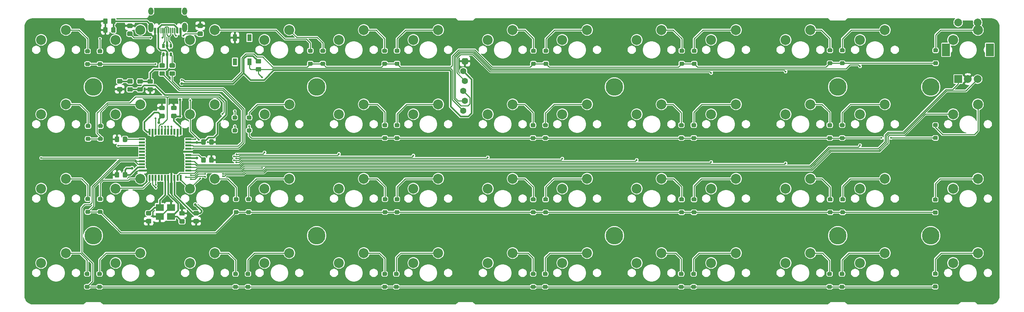
<source format=gbl>
G04 #@! TF.GenerationSoftware,KiCad,Pcbnew,(5.1.10-1-10_14)*
G04 #@! TF.CreationDate,2021-08-22T11:13:13-05:00*
G04 #@! TF.ProjectId,ori,6f72692e-6b69-4636-9164-5f7063625858,rev?*
G04 #@! TF.SameCoordinates,Original*
G04 #@! TF.FileFunction,Copper,L2,Bot*
G04 #@! TF.FilePolarity,Positive*
%FSLAX46Y46*%
G04 Gerber Fmt 4.6, Leading zero omitted, Abs format (unit mm)*
G04 Created by KiCad (PCBNEW (5.1.10-1-10_14)) date 2021-08-22 11:13:13*
%MOMM*%
%LPD*%
G01*
G04 APERTURE LIST*
G04 #@! TA.AperFunction,ComponentPad*
%ADD10C,4.500000*%
G04 #@! TD*
G04 #@! TA.AperFunction,ComponentPad*
%ADD11C,2.540000*%
G04 #@! TD*
G04 #@! TA.AperFunction,ComponentPad*
%ADD12R,2.000000X2.000000*%
G04 #@! TD*
G04 #@! TA.AperFunction,ComponentPad*
%ADD13C,2.000000*%
G04 #@! TD*
G04 #@! TA.AperFunction,ComponentPad*
%ADD14R,2.000000X3.200000*%
G04 #@! TD*
G04 #@! TA.AperFunction,SMDPad,CuDef*
%ADD15R,2.100000X1.800000*%
G04 #@! TD*
G04 #@! TA.AperFunction,ComponentPad*
%ADD16C,1.600200*%
G04 #@! TD*
G04 #@! TA.AperFunction,SMDPad,CuDef*
%ADD17R,0.500000X1.500000*%
G04 #@! TD*
G04 #@! TA.AperFunction,SMDPad,CuDef*
%ADD18R,1.500000X0.500000*%
G04 #@! TD*
G04 #@! TA.AperFunction,ComponentPad*
%ADD19O,1.300000X2.400000*%
G04 #@! TD*
G04 #@! TA.AperFunction,ComponentPad*
%ADD20O,1.300000X1.900000*%
G04 #@! TD*
G04 #@! TA.AperFunction,SMDPad,CuDef*
%ADD21R,0.650000X1.060000*%
G04 #@! TD*
G04 #@! TA.AperFunction,SMDPad,CuDef*
%ADD22R,1.100000X1.800000*%
G04 #@! TD*
G04 #@! TA.AperFunction,ViaPad*
%ADD23C,0.500000*%
G04 #@! TD*
G04 #@! TA.AperFunction,ViaPad*
%ADD24C,0.700000*%
G04 #@! TD*
G04 #@! TA.AperFunction,Conductor*
%ADD25C,0.250000*%
G04 #@! TD*
G04 #@! TA.AperFunction,Conductor*
%ADD26C,0.400000*%
G04 #@! TD*
G04 #@! TA.AperFunction,Conductor*
%ADD27C,0.200000*%
G04 #@! TD*
G04 #@! TA.AperFunction,Conductor*
%ADD28C,0.100000*%
G04 #@! TD*
G04 APERTURE END LIST*
D10*
X96440641Y-62706266D03*
X153590689Y-100806298D03*
X286940801Y-62706266D03*
X286940801Y-100806298D03*
X229790753Y-62706266D03*
X153590689Y-62706266D03*
X229790753Y-100806298D03*
X96440641Y-100806298D03*
X310753321Y-100806298D03*
X310753321Y-62706266D03*
G04 #@! TA.AperFunction,SMDPad,CuDef*
G36*
G01*
X312340625Y-53806250D02*
X311640625Y-53806250D01*
G75*
G02*
X311390625Y-53556250I0J250000D01*
G01*
X311390625Y-53056250D01*
G75*
G02*
X311640625Y-52806250I250000J0D01*
G01*
X312340625Y-52806250D01*
G75*
G02*
X312590625Y-53056250I0J-250000D01*
G01*
X312590625Y-53556250D01*
G75*
G02*
X312340625Y-53806250I-250000J0D01*
G01*
G37*
G04 #@! TD.AperFunction*
G04 #@! TA.AperFunction,SMDPad,CuDef*
G36*
G01*
X312340625Y-57106250D02*
X311640625Y-57106250D01*
G75*
G02*
X311390625Y-56856250I0J250000D01*
G01*
X311390625Y-56356250D01*
G75*
G02*
X311640625Y-56106250I250000J0D01*
G01*
X312340625Y-56106250D01*
G75*
G02*
X312590625Y-56356250I0J-250000D01*
G01*
X312590625Y-56856250D01*
G75*
G02*
X312340625Y-57106250I-250000J0D01*
G01*
G37*
G04 #@! TD.AperFunction*
G04 #@! TA.AperFunction,SMDPad,CuDef*
G36*
G01*
X312240625Y-92056250D02*
X311540625Y-92056250D01*
G75*
G02*
X311290625Y-91806250I0J250000D01*
G01*
X311290625Y-91306250D01*
G75*
G02*
X311540625Y-91056250I250000J0D01*
G01*
X312240625Y-91056250D01*
G75*
G02*
X312490625Y-91306250I0J-250000D01*
G01*
X312490625Y-91806250D01*
G75*
G02*
X312240625Y-92056250I-250000J0D01*
G01*
G37*
G04 #@! TD.AperFunction*
G04 #@! TA.AperFunction,SMDPad,CuDef*
G36*
G01*
X312240625Y-95356250D02*
X311540625Y-95356250D01*
G75*
G02*
X311290625Y-95106250I0J250000D01*
G01*
X311290625Y-94606250D01*
G75*
G02*
X311540625Y-94356250I250000J0D01*
G01*
X312240625Y-94356250D01*
G75*
G02*
X312490625Y-94606250I0J-250000D01*
G01*
X312490625Y-95106250D01*
G75*
G02*
X312240625Y-95356250I-250000J0D01*
G01*
G37*
G04 #@! TD.AperFunction*
D11*
X316468185Y-69691370D03*
X322818185Y-67151370D03*
X121205625Y-50641250D03*
X127555625Y-48101250D03*
X316468185Y-107791530D03*
X322818185Y-105251530D03*
G04 #@! TA.AperFunction,SMDPad,CuDef*
G36*
G01*
X98537999Y-91899377D02*
X97837999Y-91899377D01*
G75*
G02*
X97587999Y-91649377I0J250000D01*
G01*
X97587999Y-91149377D01*
G75*
G02*
X97837999Y-90899377I250000J0D01*
G01*
X98537999Y-90899377D01*
G75*
G02*
X98787999Y-91149377I0J-250000D01*
G01*
X98787999Y-91649377D01*
G75*
G02*
X98537999Y-91899377I-250000J0D01*
G01*
G37*
G04 #@! TD.AperFunction*
G04 #@! TA.AperFunction,SMDPad,CuDef*
G36*
G01*
X98537999Y-95199377D02*
X97837999Y-95199377D01*
G75*
G02*
X97587999Y-94949377I0J250000D01*
G01*
X97587999Y-94449377D01*
G75*
G02*
X97837999Y-94199377I250000J0D01*
G01*
X98537999Y-94199377D01*
G75*
G02*
X98787999Y-94449377I0J-250000D01*
G01*
X98787999Y-94949377D01*
G75*
G02*
X98537999Y-95199377I-250000J0D01*
G01*
G37*
G04 #@! TD.AperFunction*
G04 #@! TA.AperFunction,SMDPad,CuDef*
G36*
G01*
X103650001Y-61800000D02*
X102749999Y-61800000D01*
G75*
G02*
X102500000Y-61550001I0J249999D01*
G01*
X102500000Y-60899999D01*
G75*
G02*
X102749999Y-60650000I249999J0D01*
G01*
X103650001Y-60650000D01*
G75*
G02*
X103900000Y-60899999I0J-249999D01*
G01*
X103900000Y-61550001D01*
G75*
G02*
X103650001Y-61800000I-249999J0D01*
G01*
G37*
G04 #@! TD.AperFunction*
G04 #@! TA.AperFunction,SMDPad,CuDef*
G36*
G01*
X103650001Y-63850000D02*
X102749999Y-63850000D01*
G75*
G02*
X102500000Y-63600001I0J249999D01*
G01*
X102500000Y-62949999D01*
G75*
G02*
X102749999Y-62700000I249999J0D01*
G01*
X103650001Y-62700000D01*
G75*
G02*
X103900000Y-62949999I0J-249999D01*
G01*
X103900000Y-63600001D01*
G75*
G02*
X103650001Y-63850000I-249999J0D01*
G01*
G37*
G04 #@! TD.AperFunction*
G04 #@! TA.AperFunction,SMDPad,CuDef*
G36*
G01*
X126100000Y-77250001D02*
X126100000Y-76349999D01*
G75*
G02*
X126349999Y-76100000I249999J0D01*
G01*
X127000001Y-76100000D01*
G75*
G02*
X127250000Y-76349999I0J-249999D01*
G01*
X127250000Y-77250001D01*
G75*
G02*
X127000001Y-77500000I-249999J0D01*
G01*
X126349999Y-77500000D01*
G75*
G02*
X126100000Y-77250001I0J249999D01*
G01*
G37*
G04 #@! TD.AperFunction*
G04 #@! TA.AperFunction,SMDPad,CuDef*
G36*
G01*
X124050000Y-77250001D02*
X124050000Y-76349999D01*
G75*
G02*
X124299999Y-76100000I249999J0D01*
G01*
X124950001Y-76100000D01*
G75*
G02*
X125200000Y-76349999I0J-249999D01*
G01*
X125200000Y-77250001D01*
G75*
G02*
X124950001Y-77500000I-249999J0D01*
G01*
X124299999Y-77500000D01*
G75*
G02*
X124050000Y-77250001I0J249999D01*
G01*
G37*
G04 #@! TD.AperFunction*
G04 #@! TA.AperFunction,SMDPad,CuDef*
G36*
G01*
X103075000Y-84749999D02*
X103075000Y-85650001D01*
G75*
G02*
X102825001Y-85900000I-249999J0D01*
G01*
X102174999Y-85900000D01*
G75*
G02*
X101925000Y-85650001I0J249999D01*
G01*
X101925000Y-84749999D01*
G75*
G02*
X102174999Y-84500000I249999J0D01*
G01*
X102825001Y-84500000D01*
G75*
G02*
X103075000Y-84749999I0J-249999D01*
G01*
G37*
G04 #@! TD.AperFunction*
G04 #@! TA.AperFunction,SMDPad,CuDef*
G36*
G01*
X105125000Y-84749999D02*
X105125000Y-85650001D01*
G75*
G02*
X104875001Y-85900000I-249999J0D01*
G01*
X104224999Y-85900000D01*
G75*
G02*
X103975000Y-85650001I0J249999D01*
G01*
X103975000Y-84749999D01*
G75*
G02*
X104224999Y-84500000I249999J0D01*
G01*
X104875001Y-84500000D01*
G75*
G02*
X105125000Y-84749999I0J-249999D01*
G01*
G37*
G04 #@! TD.AperFunction*
G04 #@! TA.AperFunction,SMDPad,CuDef*
G36*
G01*
X247381999Y-53944377D02*
X246681999Y-53944377D01*
G75*
G02*
X246431999Y-53694377I0J250000D01*
G01*
X246431999Y-53194377D01*
G75*
G02*
X246681999Y-52944377I250000J0D01*
G01*
X247381999Y-52944377D01*
G75*
G02*
X247631999Y-53194377I0J-250000D01*
G01*
X247631999Y-53694377D01*
G75*
G02*
X247381999Y-53944377I-250000J0D01*
G01*
G37*
G04 #@! TD.AperFunction*
G04 #@! TA.AperFunction,SMDPad,CuDef*
G36*
G01*
X247381999Y-57244377D02*
X246681999Y-57244377D01*
G75*
G02*
X246431999Y-56994377I0J250000D01*
G01*
X246431999Y-56494377D01*
G75*
G02*
X246681999Y-56244377I250000J0D01*
G01*
X247381999Y-56244377D01*
G75*
G02*
X247631999Y-56494377I0J-250000D01*
G01*
X247631999Y-56994377D01*
G75*
G02*
X247381999Y-57244377I-250000J0D01*
G01*
G37*
G04 #@! TD.AperFunction*
D12*
X317752725Y-60693950D03*
D13*
X320252725Y-60693950D03*
X322752725Y-60693950D03*
D14*
X314652725Y-53193950D03*
X325852725Y-53193950D03*
D13*
X317752725Y-46193950D03*
X322752725Y-46193950D03*
G04 #@! TA.AperFunction,SMDPad,CuDef*
G36*
G01*
X105396999Y-62738000D02*
X106297001Y-62738000D01*
G75*
G02*
X106547000Y-62987999I0J-249999D01*
G01*
X106547000Y-63638001D01*
G75*
G02*
X106297001Y-63888000I-249999J0D01*
G01*
X105396999Y-63888000D01*
G75*
G02*
X105147000Y-63638001I0J249999D01*
G01*
X105147000Y-62987999D01*
G75*
G02*
X105396999Y-62738000I249999J0D01*
G01*
G37*
G04 #@! TD.AperFunction*
G04 #@! TA.AperFunction,SMDPad,CuDef*
G36*
G01*
X105396999Y-60688000D02*
X106297001Y-60688000D01*
G75*
G02*
X106547000Y-60937999I0J-249999D01*
G01*
X106547000Y-61588001D01*
G75*
G02*
X106297001Y-61838000I-249999J0D01*
G01*
X105396999Y-61838000D01*
G75*
G02*
X105147000Y-61588001I0J249999D01*
G01*
X105147000Y-60937999D01*
G75*
G02*
X105396999Y-60688000I249999J0D01*
G01*
G37*
G04 #@! TD.AperFunction*
G04 #@! TA.AperFunction,SMDPad,CuDef*
G36*
G01*
X110549999Y-62750000D02*
X111450001Y-62750000D01*
G75*
G02*
X111700000Y-62999999I0J-249999D01*
G01*
X111700000Y-63650001D01*
G75*
G02*
X111450001Y-63900000I-249999J0D01*
G01*
X110549999Y-63900000D01*
G75*
G02*
X110300000Y-63650001I0J249999D01*
G01*
X110300000Y-62999999D01*
G75*
G02*
X110549999Y-62750000I249999J0D01*
G01*
G37*
G04 #@! TD.AperFunction*
G04 #@! TA.AperFunction,SMDPad,CuDef*
G36*
G01*
X110549999Y-60700000D02*
X111450001Y-60700000D01*
G75*
G02*
X111700000Y-60949999I0J-249999D01*
G01*
X111700000Y-61600001D01*
G75*
G02*
X111450001Y-61850000I-249999J0D01*
G01*
X110549999Y-61850000D01*
G75*
G02*
X110300000Y-61600001I0J249999D01*
G01*
X110300000Y-60949999D01*
G75*
G02*
X110549999Y-60700000I249999J0D01*
G01*
G37*
G04 #@! TD.AperFunction*
G04 #@! TA.AperFunction,SMDPad,CuDef*
G36*
G01*
X100100000Y-47649999D02*
X100100000Y-48550001D01*
G75*
G02*
X99850001Y-48800000I-249999J0D01*
G01*
X99199999Y-48800000D01*
G75*
G02*
X98950000Y-48550001I0J249999D01*
G01*
X98950000Y-47649999D01*
G75*
G02*
X99199999Y-47400000I249999J0D01*
G01*
X99850001Y-47400000D01*
G75*
G02*
X100100000Y-47649999I0J-249999D01*
G01*
G37*
G04 #@! TD.AperFunction*
G04 #@! TA.AperFunction,SMDPad,CuDef*
G36*
G01*
X102150000Y-47649999D02*
X102150000Y-48550001D01*
G75*
G02*
X101900001Y-48800000I-249999J0D01*
G01*
X101249999Y-48800000D01*
G75*
G02*
X101000000Y-48550001I0J249999D01*
G01*
X101000000Y-47649999D01*
G75*
G02*
X101249999Y-47400000I249999J0D01*
G01*
X101900001Y-47400000D01*
G75*
G02*
X102150000Y-47649999I0J-249999D01*
G01*
G37*
G04 #@! TD.AperFunction*
G04 #@! TA.AperFunction,SMDPad,CuDef*
G36*
G01*
X100100000Y-45399999D02*
X100100000Y-46300001D01*
G75*
G02*
X99850001Y-46550000I-249999J0D01*
G01*
X99199999Y-46550000D01*
G75*
G02*
X98950000Y-46300001I0J249999D01*
G01*
X98950000Y-45399999D01*
G75*
G02*
X99199999Y-45150000I249999J0D01*
G01*
X99850001Y-45150000D01*
G75*
G02*
X100100000Y-45399999I0J-249999D01*
G01*
G37*
G04 #@! TD.AperFunction*
G04 #@! TA.AperFunction,SMDPad,CuDef*
G36*
G01*
X102150000Y-45399999D02*
X102150000Y-46300001D01*
G75*
G02*
X101900001Y-46550000I-249999J0D01*
G01*
X101249999Y-46550000D01*
G75*
G02*
X101000000Y-46300001I0J249999D01*
G01*
X101000000Y-45399999D01*
G75*
G02*
X101249999Y-45150000I249999J0D01*
G01*
X101900001Y-45150000D01*
G75*
G02*
X102150000Y-45399999I0J-249999D01*
G01*
G37*
G04 #@! TD.AperFunction*
G04 #@! TA.AperFunction,SMDPad,CuDef*
G36*
G01*
X139159001Y-56698000D02*
X138258999Y-56698000D01*
G75*
G02*
X138009000Y-56448001I0J249999D01*
G01*
X138009000Y-55797999D01*
G75*
G02*
X138258999Y-55548000I249999J0D01*
G01*
X139159001Y-55548000D01*
G75*
G02*
X139409000Y-55797999I0J-249999D01*
G01*
X139409000Y-56448001D01*
G75*
G02*
X139159001Y-56698000I-249999J0D01*
G01*
G37*
G04 #@! TD.AperFunction*
G04 #@! TA.AperFunction,SMDPad,CuDef*
G36*
G01*
X139159001Y-58748000D02*
X138258999Y-58748000D01*
G75*
G02*
X138009000Y-58498001I0J249999D01*
G01*
X138009000Y-57847999D01*
G75*
G02*
X138258999Y-57598000I249999J0D01*
G01*
X139159001Y-57598000D01*
G75*
G02*
X139409000Y-57847999I0J-249999D01*
G01*
X139409000Y-58498001D01*
G75*
G02*
X139159001Y-58748000I-249999J0D01*
G01*
G37*
G04 #@! TD.AperFunction*
G04 #@! TA.AperFunction,SMDPad,CuDef*
G36*
G01*
X123349999Y-48500000D02*
X124250001Y-48500000D01*
G75*
G02*
X124500000Y-48749999I0J-249999D01*
G01*
X124500000Y-49400001D01*
G75*
G02*
X124250001Y-49650000I-249999J0D01*
G01*
X123349999Y-49650000D01*
G75*
G02*
X123100000Y-49400001I0J249999D01*
G01*
X123100000Y-48749999D01*
G75*
G02*
X123349999Y-48500000I249999J0D01*
G01*
G37*
G04 #@! TD.AperFunction*
G04 #@! TA.AperFunction,SMDPad,CuDef*
G36*
G01*
X123349999Y-46450000D02*
X124250001Y-46450000D01*
G75*
G02*
X124500000Y-46699999I0J-249999D01*
G01*
X124500000Y-47350001D01*
G75*
G02*
X124250001Y-47600000I-249999J0D01*
G01*
X123349999Y-47600000D01*
G75*
G02*
X123100000Y-47350001I0J249999D01*
G01*
X123100000Y-46699999D01*
G75*
G02*
X123349999Y-46450000I249999J0D01*
G01*
G37*
G04 #@! TD.AperFunction*
G04 #@! TA.AperFunction,SMDPad,CuDef*
G36*
G01*
X105349999Y-46450000D02*
X106250001Y-46450000D01*
G75*
G02*
X106500000Y-46699999I0J-249999D01*
G01*
X106500000Y-47350001D01*
G75*
G02*
X106250001Y-47600000I-249999J0D01*
G01*
X105349999Y-47600000D01*
G75*
G02*
X105100000Y-47350001I0J249999D01*
G01*
X105100000Y-46699999D01*
G75*
G02*
X105349999Y-46450000I249999J0D01*
G01*
G37*
G04 #@! TD.AperFunction*
G04 #@! TA.AperFunction,SMDPad,CuDef*
G36*
G01*
X105349999Y-48500000D02*
X106250001Y-48500000D01*
G75*
G02*
X106500000Y-48749999I0J-249999D01*
G01*
X106500000Y-49400001D01*
G75*
G02*
X106250001Y-49650000I-249999J0D01*
G01*
X105349999Y-49650000D01*
G75*
G02*
X105100000Y-49400001I0J249999D01*
G01*
X105100000Y-48749999D01*
G75*
G02*
X105349999Y-48500000I249999J0D01*
G01*
G37*
G04 #@! TD.AperFunction*
G04 #@! TA.AperFunction,SMDPad,CuDef*
G36*
G01*
X117080000Y-57783002D02*
X116179998Y-57783002D01*
G75*
G02*
X115929999Y-57533003I0J249999D01*
G01*
X115929999Y-56883001D01*
G75*
G02*
X116179998Y-56633002I249999J0D01*
G01*
X117080000Y-56633002D01*
G75*
G02*
X117329999Y-56883001I0J-249999D01*
G01*
X117329999Y-57533003D01*
G75*
G02*
X117080000Y-57783002I-249999J0D01*
G01*
G37*
G04 #@! TD.AperFunction*
G04 #@! TA.AperFunction,SMDPad,CuDef*
G36*
G01*
X117080000Y-59833002D02*
X116179998Y-59833002D01*
G75*
G02*
X115929999Y-59583003I0J249999D01*
G01*
X115929999Y-58933001D01*
G75*
G02*
X116179998Y-58683002I249999J0D01*
G01*
X117080000Y-58683002D01*
G75*
G02*
X117329999Y-58933001I0J-249999D01*
G01*
X117329999Y-59583003D01*
G75*
G02*
X117080000Y-59833002I-249999J0D01*
G01*
G37*
G04 #@! TD.AperFunction*
G04 #@! TA.AperFunction,SMDPad,CuDef*
G36*
G01*
X114496001Y-57774000D02*
X113595999Y-57774000D01*
G75*
G02*
X113346000Y-57524001I0J249999D01*
G01*
X113346000Y-56873999D01*
G75*
G02*
X113595999Y-56624000I249999J0D01*
G01*
X114496001Y-56624000D01*
G75*
G02*
X114746000Y-56873999I0J-249999D01*
G01*
X114746000Y-57524001D01*
G75*
G02*
X114496001Y-57774000I-249999J0D01*
G01*
G37*
G04 #@! TD.AperFunction*
G04 #@! TA.AperFunction,SMDPad,CuDef*
G36*
G01*
X114496001Y-59824000D02*
X113595999Y-59824000D01*
G75*
G02*
X113346000Y-59574001I0J249999D01*
G01*
X113346000Y-58923999D01*
G75*
G02*
X113595999Y-58674000I249999J0D01*
G01*
X114496001Y-58674000D01*
G75*
G02*
X114746000Y-58923999I0J-249999D01*
G01*
X114746000Y-59574001D01*
G75*
G02*
X114496001Y-59824000I-249999J0D01*
G01*
G37*
G04 #@! TD.AperFunction*
G04 #@! TA.AperFunction,SMDPad,CuDef*
G36*
G01*
X103977499Y-76550001D02*
X103977499Y-75649999D01*
G75*
G02*
X104227498Y-75400000I249999J0D01*
G01*
X104877500Y-75400000D01*
G75*
G02*
X105127499Y-75649999I0J-249999D01*
G01*
X105127499Y-76550001D01*
G75*
G02*
X104877500Y-76800000I-249999J0D01*
G01*
X104227498Y-76800000D01*
G75*
G02*
X103977499Y-76550001I0J249999D01*
G01*
G37*
G04 #@! TD.AperFunction*
G04 #@! TA.AperFunction,SMDPad,CuDef*
G36*
G01*
X101927499Y-76550001D02*
X101927499Y-75649999D01*
G75*
G02*
X102177498Y-75400000I249999J0D01*
G01*
X102827500Y-75400000D01*
G75*
G02*
X103077499Y-75649999I0J-249999D01*
G01*
X103077499Y-76550001D01*
G75*
G02*
X102827500Y-76800000I-249999J0D01*
G01*
X102177498Y-76800000D01*
G75*
G02*
X101927499Y-76550001I0J249999D01*
G01*
G37*
G04 #@! TD.AperFunction*
G04 #@! TA.AperFunction,SMDPad,CuDef*
G36*
G01*
X122299999Y-96500000D02*
X123200001Y-96500000D01*
G75*
G02*
X123450000Y-96749999I0J-249999D01*
G01*
X123450000Y-97400001D01*
G75*
G02*
X123200001Y-97650000I-249999J0D01*
G01*
X122299999Y-97650000D01*
G75*
G02*
X122050000Y-97400001I0J249999D01*
G01*
X122050000Y-96749999D01*
G75*
G02*
X122299999Y-96500000I249999J0D01*
G01*
G37*
G04 #@! TD.AperFunction*
G04 #@! TA.AperFunction,SMDPad,CuDef*
G36*
G01*
X122299999Y-94450000D02*
X123200001Y-94450000D01*
G75*
G02*
X123450000Y-94699999I0J-249999D01*
G01*
X123450000Y-95350001D01*
G75*
G02*
X123200001Y-95600000I-249999J0D01*
G01*
X122299999Y-95600000D01*
G75*
G02*
X122050000Y-95350001I0J249999D01*
G01*
X122050000Y-94699999D01*
G75*
G02*
X122299999Y-94450000I249999J0D01*
G01*
G37*
G04 #@! TD.AperFunction*
G04 #@! TA.AperFunction,SMDPad,CuDef*
G36*
G01*
X117500001Y-68650000D02*
X116599999Y-68650000D01*
G75*
G02*
X116350000Y-68400001I0J249999D01*
G01*
X116350000Y-67749999D01*
G75*
G02*
X116599999Y-67500000I249999J0D01*
G01*
X117500001Y-67500000D01*
G75*
G02*
X117750000Y-67749999I0J-249999D01*
G01*
X117750000Y-68400001D01*
G75*
G02*
X117500001Y-68650000I-249999J0D01*
G01*
G37*
G04 #@! TD.AperFunction*
G04 #@! TA.AperFunction,SMDPad,CuDef*
G36*
G01*
X117500001Y-70700000D02*
X116599999Y-70700000D01*
G75*
G02*
X116350000Y-70450001I0J249999D01*
G01*
X116350000Y-69799999D01*
G75*
G02*
X116599999Y-69550000I249999J0D01*
G01*
X117500001Y-69550000D01*
G75*
G02*
X117750000Y-69799999I0J-249999D01*
G01*
X117750000Y-70450001D01*
G75*
G02*
X117500001Y-70700000I-249999J0D01*
G01*
G37*
G04 #@! TD.AperFunction*
G04 #@! TA.AperFunction,SMDPad,CuDef*
G36*
G01*
X114450001Y-68650000D02*
X113549999Y-68650000D01*
G75*
G02*
X113300000Y-68400001I0J249999D01*
G01*
X113300000Y-67749999D01*
G75*
G02*
X113549999Y-67500000I249999J0D01*
G01*
X114450001Y-67500000D01*
G75*
G02*
X114700000Y-67749999I0J-249999D01*
G01*
X114700000Y-68400001D01*
G75*
G02*
X114450001Y-68650000I-249999J0D01*
G01*
G37*
G04 #@! TD.AperFunction*
G04 #@! TA.AperFunction,SMDPad,CuDef*
G36*
G01*
X114450001Y-70700000D02*
X113549999Y-70700000D01*
G75*
G02*
X113300000Y-70450001I0J249999D01*
G01*
X113300000Y-69799999D01*
G75*
G02*
X113549999Y-69550000I249999J0D01*
G01*
X114450001Y-69550000D01*
G75*
G02*
X114700000Y-69799999I0J-249999D01*
G01*
X114700000Y-70450001D01*
G75*
G02*
X114450001Y-70700000I-249999J0D01*
G01*
G37*
G04 #@! TD.AperFunction*
G04 #@! TA.AperFunction,SMDPad,CuDef*
G36*
G01*
X119600001Y-95650000D02*
X118699999Y-95650000D01*
G75*
G02*
X118450000Y-95400001I0J249999D01*
G01*
X118450000Y-94749999D01*
G75*
G02*
X118699999Y-94500000I249999J0D01*
G01*
X119600001Y-94500000D01*
G75*
G02*
X119850000Y-94749999I0J-249999D01*
G01*
X119850000Y-95400001D01*
G75*
G02*
X119600001Y-95650000I-249999J0D01*
G01*
G37*
G04 #@! TD.AperFunction*
G04 #@! TA.AperFunction,SMDPad,CuDef*
G36*
G01*
X119600001Y-97700000D02*
X118699999Y-97700000D01*
G75*
G02*
X118450000Y-97450001I0J249999D01*
G01*
X118450000Y-96799999D01*
G75*
G02*
X118699999Y-96550000I249999J0D01*
G01*
X119600001Y-96550000D01*
G75*
G02*
X119850000Y-96799999I0J-249999D01*
G01*
X119850000Y-97450001D01*
G75*
G02*
X119600001Y-97700000I-249999J0D01*
G01*
G37*
G04 #@! TD.AperFunction*
G04 #@! TA.AperFunction,SMDPad,CuDef*
G36*
G01*
X110149999Y-96500000D02*
X111050001Y-96500000D01*
G75*
G02*
X111300000Y-96749999I0J-249999D01*
G01*
X111300000Y-97400001D01*
G75*
G02*
X111050001Y-97650000I-249999J0D01*
G01*
X110149999Y-97650000D01*
G75*
G02*
X109900000Y-97400001I0J249999D01*
G01*
X109900000Y-96749999D01*
G75*
G02*
X110149999Y-96500000I249999J0D01*
G01*
G37*
G04 #@! TD.AperFunction*
G04 #@! TA.AperFunction,SMDPad,CuDef*
G36*
G01*
X110149999Y-94450000D02*
X111050001Y-94450000D01*
G75*
G02*
X111300000Y-94699999I0J-249999D01*
G01*
X111300000Y-95350001D01*
G75*
G02*
X111050001Y-95600000I-249999J0D01*
G01*
X110149999Y-95600000D01*
G75*
G02*
X109900000Y-95350001I0J249999D01*
G01*
X109900000Y-94699999D01*
G75*
G02*
X110149999Y-94450000I249999J0D01*
G01*
G37*
G04 #@! TD.AperFunction*
G04 #@! TA.AperFunction,SMDPad,CuDef*
G36*
G01*
X126100000Y-81850001D02*
X126100000Y-80949999D01*
G75*
G02*
X126349999Y-80700000I249999J0D01*
G01*
X127000001Y-80700000D01*
G75*
G02*
X127250000Y-80949999I0J-249999D01*
G01*
X127250000Y-81850001D01*
G75*
G02*
X127000001Y-82100000I-249999J0D01*
G01*
X126349999Y-82100000D01*
G75*
G02*
X126100000Y-81850001I0J249999D01*
G01*
G37*
G04 #@! TD.AperFunction*
G04 #@! TA.AperFunction,SMDPad,CuDef*
G36*
G01*
X124050000Y-81850001D02*
X124050000Y-80949999D01*
G75*
G02*
X124299999Y-80700000I249999J0D01*
G01*
X124950001Y-80700000D01*
G75*
G02*
X125200000Y-80949999I0J-249999D01*
G01*
X125200000Y-81850001D01*
G75*
G02*
X124950001Y-82100000I-249999J0D01*
G01*
X124299999Y-82100000D01*
G75*
G02*
X124050000Y-81850001I0J249999D01*
G01*
G37*
G04 #@! TD.AperFunction*
G04 #@! TA.AperFunction,SMDPad,CuDef*
G36*
G01*
X108850001Y-61850000D02*
X107949999Y-61850000D01*
G75*
G02*
X107700000Y-61600001I0J249999D01*
G01*
X107700000Y-60949999D01*
G75*
G02*
X107949999Y-60700000I249999J0D01*
G01*
X108850001Y-60700000D01*
G75*
G02*
X109100000Y-60949999I0J-249999D01*
G01*
X109100000Y-61600001D01*
G75*
G02*
X108850001Y-61850000I-249999J0D01*
G01*
G37*
G04 #@! TD.AperFunction*
G04 #@! TA.AperFunction,SMDPad,CuDef*
G36*
G01*
X108850001Y-63900000D02*
X107949999Y-63900000D01*
G75*
G02*
X107700000Y-63650001I0J249999D01*
G01*
X107700000Y-62999999D01*
G75*
G02*
X107949999Y-62750000I249999J0D01*
G01*
X108850001Y-62750000D01*
G75*
G02*
X109100000Y-62999999I0J-249999D01*
G01*
X109100000Y-63650001D01*
G75*
G02*
X108850001Y-63900000I-249999J0D01*
G01*
G37*
G04 #@! TD.AperFunction*
D15*
X116350000Y-93550000D03*
X113450000Y-93550000D03*
X113450000Y-95850000D03*
X116350000Y-95850000D03*
G04 #@! TA.AperFunction,ComponentPad*
G36*
G01*
X192346500Y-55699950D02*
X192346500Y-56500050D01*
G75*
G02*
X191946450Y-56900100I-400050J0D01*
G01*
X191146350Y-56900100D01*
G75*
G02*
X190746300Y-56500050I0J400050D01*
G01*
X190746300Y-55699950D01*
G75*
G02*
X191146350Y-55299900I400050J0D01*
G01*
X191946450Y-55299900D01*
G75*
G02*
X192346500Y-55699950I0J-400050D01*
G01*
G37*
G04 #@! TD.AperFunction*
D16*
X191140000Y-58640000D03*
X191546400Y-61180000D03*
X191140000Y-63720000D03*
X191546400Y-66260000D03*
X191140000Y-68800000D03*
D17*
X118800000Y-74200000D03*
X118000000Y-74200000D03*
X117200000Y-74200000D03*
X116400000Y-74200000D03*
X115600000Y-74200000D03*
X114800000Y-74200000D03*
X114000000Y-74200000D03*
X113200000Y-74200000D03*
X112400000Y-74200000D03*
X111600000Y-74200000D03*
X110800000Y-74200000D03*
D18*
X108900000Y-76100000D03*
X108900000Y-76900000D03*
X108900000Y-77700000D03*
X108900000Y-78500000D03*
X108900000Y-79300000D03*
X108900000Y-80100000D03*
X108900000Y-80900000D03*
X108900000Y-81700000D03*
X108900000Y-82500000D03*
X108900000Y-83300000D03*
X108900000Y-84100000D03*
D17*
X110800000Y-86000000D03*
X111600000Y-86000000D03*
X112400000Y-86000000D03*
X113200000Y-86000000D03*
X114000000Y-86000000D03*
X114800000Y-86000000D03*
X115600000Y-86000000D03*
X116400000Y-86000000D03*
X117200000Y-86000000D03*
X118000000Y-86000000D03*
X118800000Y-86000000D03*
D18*
X120700000Y-84100000D03*
X120700000Y-83300000D03*
X120700000Y-82500000D03*
X120700000Y-81700000D03*
X120700000Y-80900000D03*
X120700000Y-80100000D03*
X120700000Y-79300000D03*
X120700000Y-78500000D03*
X120700000Y-77700000D03*
X120700000Y-76900000D03*
X120700000Y-76100000D03*
G04 #@! TA.AperFunction,SMDPad,CuDef*
G36*
G01*
X95312999Y-54041377D02*
X94612999Y-54041377D01*
G75*
G02*
X94362999Y-53791377I0J250000D01*
G01*
X94362999Y-53291377D01*
G75*
G02*
X94612999Y-53041377I250000J0D01*
G01*
X95312999Y-53041377D01*
G75*
G02*
X95562999Y-53291377I0J-250000D01*
G01*
X95562999Y-53791377D01*
G75*
G02*
X95312999Y-54041377I-250000J0D01*
G01*
G37*
G04 #@! TD.AperFunction*
G04 #@! TA.AperFunction,SMDPad,CuDef*
G36*
G01*
X95312999Y-57341377D02*
X94612999Y-57341377D01*
G75*
G02*
X94362999Y-57091377I0J250000D01*
G01*
X94362999Y-56591377D01*
G75*
G02*
X94612999Y-56341377I250000J0D01*
G01*
X95312999Y-56341377D01*
G75*
G02*
X95562999Y-56591377I0J-250000D01*
G01*
X95562999Y-57091377D01*
G75*
G02*
X95312999Y-57341377I-250000J0D01*
G01*
G37*
G04 #@! TD.AperFunction*
G04 #@! TA.AperFunction,SMDPad,CuDef*
G36*
G01*
X98487999Y-54041377D02*
X97787999Y-54041377D01*
G75*
G02*
X97537999Y-53791377I0J250000D01*
G01*
X97537999Y-53291377D01*
G75*
G02*
X97787999Y-53041377I250000J0D01*
G01*
X98487999Y-53041377D01*
G75*
G02*
X98737999Y-53291377I0J-250000D01*
G01*
X98737999Y-53791377D01*
G75*
G02*
X98487999Y-54041377I-250000J0D01*
G01*
G37*
G04 #@! TD.AperFunction*
G04 #@! TA.AperFunction,SMDPad,CuDef*
G36*
G01*
X98487999Y-57341377D02*
X97787999Y-57341377D01*
G75*
G02*
X97537999Y-57091377I0J250000D01*
G01*
X97537999Y-56591377D01*
G75*
G02*
X97787999Y-56341377I250000J0D01*
G01*
X98487999Y-56341377D01*
G75*
G02*
X98737999Y-56591377I0J-250000D01*
G01*
X98737999Y-57091377D01*
G75*
G02*
X98487999Y-57341377I-250000J0D01*
G01*
G37*
G04 #@! TD.AperFunction*
G04 #@! TA.AperFunction,SMDPad,CuDef*
G36*
G01*
X152335999Y-53931002D02*
X151635999Y-53931002D01*
G75*
G02*
X151385999Y-53681002I0J250000D01*
G01*
X151385999Y-53181002D01*
G75*
G02*
X151635999Y-52931002I250000J0D01*
G01*
X152335999Y-52931002D01*
G75*
G02*
X152585999Y-53181002I0J-250000D01*
G01*
X152585999Y-53681002D01*
G75*
G02*
X152335999Y-53931002I-250000J0D01*
G01*
G37*
G04 #@! TD.AperFunction*
G04 #@! TA.AperFunction,SMDPad,CuDef*
G36*
G01*
X152335999Y-57231002D02*
X151635999Y-57231002D01*
G75*
G02*
X151385999Y-56981002I0J250000D01*
G01*
X151385999Y-56481002D01*
G75*
G02*
X151635999Y-56231002I250000J0D01*
G01*
X152335999Y-56231002D01*
G75*
G02*
X152585999Y-56481002I0J-250000D01*
G01*
X152585999Y-56981002D01*
G75*
G02*
X152335999Y-57231002I-250000J0D01*
G01*
G37*
G04 #@! TD.AperFunction*
G04 #@! TA.AperFunction,SMDPad,CuDef*
G36*
G01*
X155510999Y-53931002D02*
X154810999Y-53931002D01*
G75*
G02*
X154560999Y-53681002I0J250000D01*
G01*
X154560999Y-53181002D01*
G75*
G02*
X154810999Y-52931002I250000J0D01*
G01*
X155510999Y-52931002D01*
G75*
G02*
X155760999Y-53181002I0J-250000D01*
G01*
X155760999Y-53681002D01*
G75*
G02*
X155510999Y-53931002I-250000J0D01*
G01*
G37*
G04 #@! TD.AperFunction*
G04 #@! TA.AperFunction,SMDPad,CuDef*
G36*
G01*
X155510999Y-57231002D02*
X154810999Y-57231002D01*
G75*
G02*
X154560999Y-56981002I0J250000D01*
G01*
X154560999Y-56481002D01*
G75*
G02*
X154810999Y-56231002I250000J0D01*
G01*
X155510999Y-56231002D01*
G75*
G02*
X155760999Y-56481002I0J-250000D01*
G01*
X155760999Y-56981002D01*
G75*
G02*
X155510999Y-57231002I-250000J0D01*
G01*
G37*
G04 #@! TD.AperFunction*
G04 #@! TA.AperFunction,SMDPad,CuDef*
G36*
G01*
X171335999Y-53933377D02*
X170635999Y-53933377D01*
G75*
G02*
X170385999Y-53683377I0J250000D01*
G01*
X170385999Y-53183377D01*
G75*
G02*
X170635999Y-52933377I250000J0D01*
G01*
X171335999Y-52933377D01*
G75*
G02*
X171585999Y-53183377I0J-250000D01*
G01*
X171585999Y-53683377D01*
G75*
G02*
X171335999Y-53933377I-250000J0D01*
G01*
G37*
G04 #@! TD.AperFunction*
G04 #@! TA.AperFunction,SMDPad,CuDef*
G36*
G01*
X171335999Y-57233377D02*
X170635999Y-57233377D01*
G75*
G02*
X170385999Y-56983377I0J250000D01*
G01*
X170385999Y-56483377D01*
G75*
G02*
X170635999Y-56233377I250000J0D01*
G01*
X171335999Y-56233377D01*
G75*
G02*
X171585999Y-56483377I0J-250000D01*
G01*
X171585999Y-56983377D01*
G75*
G02*
X171335999Y-57233377I-250000J0D01*
G01*
G37*
G04 #@! TD.AperFunction*
G04 #@! TA.AperFunction,SMDPad,CuDef*
G36*
G01*
X174510999Y-53933377D02*
X173810999Y-53933377D01*
G75*
G02*
X173560999Y-53683377I0J250000D01*
G01*
X173560999Y-53183377D01*
G75*
G02*
X173810999Y-52933377I250000J0D01*
G01*
X174510999Y-52933377D01*
G75*
G02*
X174760999Y-53183377I0J-250000D01*
G01*
X174760999Y-53683377D01*
G75*
G02*
X174510999Y-53933377I-250000J0D01*
G01*
G37*
G04 #@! TD.AperFunction*
G04 #@! TA.AperFunction,SMDPad,CuDef*
G36*
G01*
X174510999Y-57233377D02*
X173810999Y-57233377D01*
G75*
G02*
X173560999Y-56983377I0J250000D01*
G01*
X173560999Y-56483377D01*
G75*
G02*
X173810999Y-56233377I250000J0D01*
G01*
X174510999Y-56233377D01*
G75*
G02*
X174760999Y-56483377I0J-250000D01*
G01*
X174760999Y-56983377D01*
G75*
G02*
X174510999Y-57233377I-250000J0D01*
G01*
G37*
G04 #@! TD.AperFunction*
G04 #@! TA.AperFunction,SMDPad,CuDef*
G36*
G01*
X209408999Y-53944377D02*
X208708999Y-53944377D01*
G75*
G02*
X208458999Y-53694377I0J250000D01*
G01*
X208458999Y-53194377D01*
G75*
G02*
X208708999Y-52944377I250000J0D01*
G01*
X209408999Y-52944377D01*
G75*
G02*
X209658999Y-53194377I0J-250000D01*
G01*
X209658999Y-53694377D01*
G75*
G02*
X209408999Y-53944377I-250000J0D01*
G01*
G37*
G04 #@! TD.AperFunction*
G04 #@! TA.AperFunction,SMDPad,CuDef*
G36*
G01*
X209408999Y-57244377D02*
X208708999Y-57244377D01*
G75*
G02*
X208458999Y-56994377I0J250000D01*
G01*
X208458999Y-56494377D01*
G75*
G02*
X208708999Y-56244377I250000J0D01*
G01*
X209408999Y-56244377D01*
G75*
G02*
X209658999Y-56494377I0J-250000D01*
G01*
X209658999Y-56994377D01*
G75*
G02*
X209408999Y-57244377I-250000J0D01*
G01*
G37*
G04 #@! TD.AperFunction*
G04 #@! TA.AperFunction,SMDPad,CuDef*
G36*
G01*
X212583999Y-53944377D02*
X211883999Y-53944377D01*
G75*
G02*
X211633999Y-53694377I0J250000D01*
G01*
X211633999Y-53194377D01*
G75*
G02*
X211883999Y-52944377I250000J0D01*
G01*
X212583999Y-52944377D01*
G75*
G02*
X212833999Y-53194377I0J-250000D01*
G01*
X212833999Y-53694377D01*
G75*
G02*
X212583999Y-53944377I-250000J0D01*
G01*
G37*
G04 #@! TD.AperFunction*
G04 #@! TA.AperFunction,SMDPad,CuDef*
G36*
G01*
X212583999Y-57244377D02*
X211883999Y-57244377D01*
G75*
G02*
X211633999Y-56994377I0J250000D01*
G01*
X211633999Y-56494377D01*
G75*
G02*
X211883999Y-56244377I250000J0D01*
G01*
X212583999Y-56244377D01*
G75*
G02*
X212833999Y-56494377I0J-250000D01*
G01*
X212833999Y-56994377D01*
G75*
G02*
X212583999Y-57244377I-250000J0D01*
G01*
G37*
G04 #@! TD.AperFunction*
G04 #@! TA.AperFunction,SMDPad,CuDef*
G36*
G01*
X250556999Y-53944377D02*
X249856999Y-53944377D01*
G75*
G02*
X249606999Y-53694377I0J250000D01*
G01*
X249606999Y-53194377D01*
G75*
G02*
X249856999Y-52944377I250000J0D01*
G01*
X250556999Y-52944377D01*
G75*
G02*
X250806999Y-53194377I0J-250000D01*
G01*
X250806999Y-53694377D01*
G75*
G02*
X250556999Y-53944377I-250000J0D01*
G01*
G37*
G04 #@! TD.AperFunction*
G04 #@! TA.AperFunction,SMDPad,CuDef*
G36*
G01*
X250556999Y-57244377D02*
X249856999Y-57244377D01*
G75*
G02*
X249606999Y-56994377I0J250000D01*
G01*
X249606999Y-56494377D01*
G75*
G02*
X249856999Y-56244377I250000J0D01*
G01*
X250556999Y-56244377D01*
G75*
G02*
X250806999Y-56494377I0J-250000D01*
G01*
X250806999Y-56994377D01*
G75*
G02*
X250556999Y-57244377I-250000J0D01*
G01*
G37*
G04 #@! TD.AperFunction*
G04 #@! TA.AperFunction,SMDPad,CuDef*
G36*
G01*
X285300000Y-53800000D02*
X284600000Y-53800000D01*
G75*
G02*
X284350000Y-53550000I0J250000D01*
G01*
X284350000Y-53050000D01*
G75*
G02*
X284600000Y-52800000I250000J0D01*
G01*
X285300000Y-52800000D01*
G75*
G02*
X285550000Y-53050000I0J-250000D01*
G01*
X285550000Y-53550000D01*
G75*
G02*
X285300000Y-53800000I-250000J0D01*
G01*
G37*
G04 #@! TD.AperFunction*
G04 #@! TA.AperFunction,SMDPad,CuDef*
G36*
G01*
X285300000Y-57100000D02*
X284600000Y-57100000D01*
G75*
G02*
X284350000Y-56850000I0J250000D01*
G01*
X284350000Y-56350000D01*
G75*
G02*
X284600000Y-56100000I250000J0D01*
G01*
X285300000Y-56100000D01*
G75*
G02*
X285550000Y-56350000I0J-250000D01*
G01*
X285550000Y-56850000D01*
G75*
G02*
X285300000Y-57100000I-250000J0D01*
G01*
G37*
G04 #@! TD.AperFunction*
G04 #@! TA.AperFunction,SMDPad,CuDef*
G36*
G01*
X95439999Y-73191377D02*
X94739999Y-73191377D01*
G75*
G02*
X94489999Y-72941377I0J250000D01*
G01*
X94489999Y-72441377D01*
G75*
G02*
X94739999Y-72191377I250000J0D01*
G01*
X95439999Y-72191377D01*
G75*
G02*
X95689999Y-72441377I0J-250000D01*
G01*
X95689999Y-72941377D01*
G75*
G02*
X95439999Y-73191377I-250000J0D01*
G01*
G37*
G04 #@! TD.AperFunction*
G04 #@! TA.AperFunction,SMDPad,CuDef*
G36*
G01*
X95439999Y-76491377D02*
X94739999Y-76491377D01*
G75*
G02*
X94489999Y-76241377I0J250000D01*
G01*
X94489999Y-75741377D01*
G75*
G02*
X94739999Y-75491377I250000J0D01*
G01*
X95439999Y-75491377D01*
G75*
G02*
X95689999Y-75741377I0J-250000D01*
G01*
X95689999Y-76241377D01*
G75*
G02*
X95439999Y-76491377I-250000J0D01*
G01*
G37*
G04 #@! TD.AperFunction*
G04 #@! TA.AperFunction,SMDPad,CuDef*
G36*
G01*
X98614999Y-73191377D02*
X97914999Y-73191377D01*
G75*
G02*
X97664999Y-72941377I0J250000D01*
G01*
X97664999Y-72441377D01*
G75*
G02*
X97914999Y-72191377I250000J0D01*
G01*
X98614999Y-72191377D01*
G75*
G02*
X98864999Y-72441377I0J-250000D01*
G01*
X98864999Y-72941377D01*
G75*
G02*
X98614999Y-73191377I-250000J0D01*
G01*
G37*
G04 #@! TD.AperFunction*
G04 #@! TA.AperFunction,SMDPad,CuDef*
G36*
G01*
X98614999Y-76491377D02*
X97914999Y-76491377D01*
G75*
G02*
X97664999Y-76241377I0J250000D01*
G01*
X97664999Y-75741377D01*
G75*
G02*
X97914999Y-75491377I250000J0D01*
G01*
X98614999Y-75491377D01*
G75*
G02*
X98864999Y-75741377I0J-250000D01*
G01*
X98864999Y-76241377D01*
G75*
G02*
X98614999Y-76491377I-250000J0D01*
G01*
G37*
G04 #@! TD.AperFunction*
G04 #@! TA.AperFunction,SMDPad,CuDef*
G36*
G01*
X133000000Y-71042377D02*
X132300000Y-71042377D01*
G75*
G02*
X132050000Y-70792377I0J250000D01*
G01*
X132050000Y-70292377D01*
G75*
G02*
X132300000Y-70042377I250000J0D01*
G01*
X133000000Y-70042377D01*
G75*
G02*
X133250000Y-70292377I0J-250000D01*
G01*
X133250000Y-70792377D01*
G75*
G02*
X133000000Y-71042377I-250000J0D01*
G01*
G37*
G04 #@! TD.AperFunction*
G04 #@! TA.AperFunction,SMDPad,CuDef*
G36*
G01*
X133000000Y-74342377D02*
X132300000Y-74342377D01*
G75*
G02*
X132050000Y-74092377I0J250000D01*
G01*
X132050000Y-73592377D01*
G75*
G02*
X132300000Y-73342377I250000J0D01*
G01*
X133000000Y-73342377D01*
G75*
G02*
X133250000Y-73592377I0J-250000D01*
G01*
X133250000Y-74092377D01*
G75*
G02*
X133000000Y-74342377I-250000J0D01*
G01*
G37*
G04 #@! TD.AperFunction*
G04 #@! TA.AperFunction,SMDPad,CuDef*
G36*
G01*
X136664999Y-71042377D02*
X135964999Y-71042377D01*
G75*
G02*
X135714999Y-70792377I0J250000D01*
G01*
X135714999Y-70292377D01*
G75*
G02*
X135964999Y-70042377I250000J0D01*
G01*
X136664999Y-70042377D01*
G75*
G02*
X136914999Y-70292377I0J-250000D01*
G01*
X136914999Y-70792377D01*
G75*
G02*
X136664999Y-71042377I-250000J0D01*
G01*
G37*
G04 #@! TD.AperFunction*
G04 #@! TA.AperFunction,SMDPad,CuDef*
G36*
G01*
X136664999Y-74342377D02*
X135964999Y-74342377D01*
G75*
G02*
X135714999Y-74092377I0J250000D01*
G01*
X135714999Y-73592377D01*
G75*
G02*
X135964999Y-73342377I250000J0D01*
G01*
X136664999Y-73342377D01*
G75*
G02*
X136914999Y-73592377I0J-250000D01*
G01*
X136914999Y-74092377D01*
G75*
G02*
X136664999Y-74342377I-250000J0D01*
G01*
G37*
G04 #@! TD.AperFunction*
G04 #@! TA.AperFunction,SMDPad,CuDef*
G36*
G01*
X171400000Y-72992377D02*
X170700000Y-72992377D01*
G75*
G02*
X170450000Y-72742377I0J250000D01*
G01*
X170450000Y-72242377D01*
G75*
G02*
X170700000Y-71992377I250000J0D01*
G01*
X171400000Y-71992377D01*
G75*
G02*
X171650000Y-72242377I0J-250000D01*
G01*
X171650000Y-72742377D01*
G75*
G02*
X171400000Y-72992377I-250000J0D01*
G01*
G37*
G04 #@! TD.AperFunction*
G04 #@! TA.AperFunction,SMDPad,CuDef*
G36*
G01*
X171400000Y-76292377D02*
X170700000Y-76292377D01*
G75*
G02*
X170450000Y-76042377I0J250000D01*
G01*
X170450000Y-75542377D01*
G75*
G02*
X170700000Y-75292377I250000J0D01*
G01*
X171400000Y-75292377D01*
G75*
G02*
X171650000Y-75542377I0J-250000D01*
G01*
X171650000Y-76042377D01*
G75*
G02*
X171400000Y-76292377I-250000J0D01*
G01*
G37*
G04 #@! TD.AperFunction*
G04 #@! TA.AperFunction,SMDPad,CuDef*
G36*
G01*
X174500000Y-72992377D02*
X173800000Y-72992377D01*
G75*
G02*
X173550000Y-72742377I0J250000D01*
G01*
X173550000Y-72242377D01*
G75*
G02*
X173800000Y-71992377I250000J0D01*
G01*
X174500000Y-71992377D01*
G75*
G02*
X174750000Y-72242377I0J-250000D01*
G01*
X174750000Y-72742377D01*
G75*
G02*
X174500000Y-72992377I-250000J0D01*
G01*
G37*
G04 #@! TD.AperFunction*
G04 #@! TA.AperFunction,SMDPad,CuDef*
G36*
G01*
X174500000Y-76292377D02*
X173800000Y-76292377D01*
G75*
G02*
X173550000Y-76042377I0J250000D01*
G01*
X173550000Y-75542377D01*
G75*
G02*
X173800000Y-75292377I250000J0D01*
G01*
X174500000Y-75292377D01*
G75*
G02*
X174750000Y-75542377I0J-250000D01*
G01*
X174750000Y-76042377D01*
G75*
G02*
X174500000Y-76292377I-250000J0D01*
G01*
G37*
G04 #@! TD.AperFunction*
G04 #@! TA.AperFunction,SMDPad,CuDef*
G36*
G01*
X209308999Y-72992377D02*
X208608999Y-72992377D01*
G75*
G02*
X208358999Y-72742377I0J250000D01*
G01*
X208358999Y-72242377D01*
G75*
G02*
X208608999Y-71992377I250000J0D01*
G01*
X209308999Y-71992377D01*
G75*
G02*
X209558999Y-72242377I0J-250000D01*
G01*
X209558999Y-72742377D01*
G75*
G02*
X209308999Y-72992377I-250000J0D01*
G01*
G37*
G04 #@! TD.AperFunction*
G04 #@! TA.AperFunction,SMDPad,CuDef*
G36*
G01*
X209308999Y-76292377D02*
X208608999Y-76292377D01*
G75*
G02*
X208358999Y-76042377I0J250000D01*
G01*
X208358999Y-75542377D01*
G75*
G02*
X208608999Y-75292377I250000J0D01*
G01*
X209308999Y-75292377D01*
G75*
G02*
X209558999Y-75542377I0J-250000D01*
G01*
X209558999Y-76042377D01*
G75*
G02*
X209308999Y-76292377I-250000J0D01*
G01*
G37*
G04 #@! TD.AperFunction*
G04 #@! TA.AperFunction,SMDPad,CuDef*
G36*
G01*
X212483999Y-72992377D02*
X211783999Y-72992377D01*
G75*
G02*
X211533999Y-72742377I0J250000D01*
G01*
X211533999Y-72242377D01*
G75*
G02*
X211783999Y-71992377I250000J0D01*
G01*
X212483999Y-71992377D01*
G75*
G02*
X212733999Y-72242377I0J-250000D01*
G01*
X212733999Y-72742377D01*
G75*
G02*
X212483999Y-72992377I-250000J0D01*
G01*
G37*
G04 #@! TD.AperFunction*
G04 #@! TA.AperFunction,SMDPad,CuDef*
G36*
G01*
X212483999Y-76292377D02*
X211783999Y-76292377D01*
G75*
G02*
X211533999Y-76042377I0J250000D01*
G01*
X211533999Y-75542377D01*
G75*
G02*
X211783999Y-75292377I250000J0D01*
G01*
X212483999Y-75292377D01*
G75*
G02*
X212733999Y-75542377I0J-250000D01*
G01*
X212733999Y-76042377D01*
G75*
G02*
X212483999Y-76292377I-250000J0D01*
G01*
G37*
G04 #@! TD.AperFunction*
G04 #@! TA.AperFunction,SMDPad,CuDef*
G36*
G01*
X247281999Y-72992377D02*
X246581999Y-72992377D01*
G75*
G02*
X246331999Y-72742377I0J250000D01*
G01*
X246331999Y-72242377D01*
G75*
G02*
X246581999Y-71992377I250000J0D01*
G01*
X247281999Y-71992377D01*
G75*
G02*
X247531999Y-72242377I0J-250000D01*
G01*
X247531999Y-72742377D01*
G75*
G02*
X247281999Y-72992377I-250000J0D01*
G01*
G37*
G04 #@! TD.AperFunction*
G04 #@! TA.AperFunction,SMDPad,CuDef*
G36*
G01*
X247281999Y-76292377D02*
X246581999Y-76292377D01*
G75*
G02*
X246331999Y-76042377I0J250000D01*
G01*
X246331999Y-75542377D01*
G75*
G02*
X246581999Y-75292377I250000J0D01*
G01*
X247281999Y-75292377D01*
G75*
G02*
X247531999Y-75542377I0J-250000D01*
G01*
X247531999Y-76042377D01*
G75*
G02*
X247281999Y-76292377I-250000J0D01*
G01*
G37*
G04 #@! TD.AperFunction*
G04 #@! TA.AperFunction,SMDPad,CuDef*
G36*
G01*
X250456999Y-72992377D02*
X249756999Y-72992377D01*
G75*
G02*
X249506999Y-72742377I0J250000D01*
G01*
X249506999Y-72242377D01*
G75*
G02*
X249756999Y-71992377I250000J0D01*
G01*
X250456999Y-71992377D01*
G75*
G02*
X250706999Y-72242377I0J-250000D01*
G01*
X250706999Y-72742377D01*
G75*
G02*
X250456999Y-72992377I-250000J0D01*
G01*
G37*
G04 #@! TD.AperFunction*
G04 #@! TA.AperFunction,SMDPad,CuDef*
G36*
G01*
X250456999Y-76292377D02*
X249756999Y-76292377D01*
G75*
G02*
X249506999Y-76042377I0J250000D01*
G01*
X249506999Y-75542377D01*
G75*
G02*
X249756999Y-75292377I250000J0D01*
G01*
X250456999Y-75292377D01*
G75*
G02*
X250706999Y-75542377I0J-250000D01*
G01*
X250706999Y-76042377D01*
G75*
G02*
X250456999Y-76292377I-250000J0D01*
G01*
G37*
G04 #@! TD.AperFunction*
G04 #@! TA.AperFunction,SMDPad,CuDef*
G36*
G01*
X285254999Y-72992377D02*
X284554999Y-72992377D01*
G75*
G02*
X284304999Y-72742377I0J250000D01*
G01*
X284304999Y-72242377D01*
G75*
G02*
X284554999Y-71992377I250000J0D01*
G01*
X285254999Y-71992377D01*
G75*
G02*
X285504999Y-72242377I0J-250000D01*
G01*
X285504999Y-72742377D01*
G75*
G02*
X285254999Y-72992377I-250000J0D01*
G01*
G37*
G04 #@! TD.AperFunction*
G04 #@! TA.AperFunction,SMDPad,CuDef*
G36*
G01*
X285254999Y-76292377D02*
X284554999Y-76292377D01*
G75*
G02*
X284304999Y-76042377I0J250000D01*
G01*
X284304999Y-75542377D01*
G75*
G02*
X284554999Y-75292377I250000J0D01*
G01*
X285254999Y-75292377D01*
G75*
G02*
X285504999Y-75542377I0J-250000D01*
G01*
X285504999Y-76042377D01*
G75*
G02*
X285254999Y-76292377I-250000J0D01*
G01*
G37*
G04 #@! TD.AperFunction*
G04 #@! TA.AperFunction,SMDPad,CuDef*
G36*
G01*
X288429999Y-72992377D02*
X287729999Y-72992377D01*
G75*
G02*
X287479999Y-72742377I0J250000D01*
G01*
X287479999Y-72242377D01*
G75*
G02*
X287729999Y-71992377I250000J0D01*
G01*
X288429999Y-71992377D01*
G75*
G02*
X288679999Y-72242377I0J-250000D01*
G01*
X288679999Y-72742377D01*
G75*
G02*
X288429999Y-72992377I-250000J0D01*
G01*
G37*
G04 #@! TD.AperFunction*
G04 #@! TA.AperFunction,SMDPad,CuDef*
G36*
G01*
X288429999Y-76292377D02*
X287729999Y-76292377D01*
G75*
G02*
X287479999Y-76042377I0J250000D01*
G01*
X287479999Y-75542377D01*
G75*
G02*
X287729999Y-75292377I250000J0D01*
G01*
X288429999Y-75292377D01*
G75*
G02*
X288679999Y-75542377I0J-250000D01*
G01*
X288679999Y-76042377D01*
G75*
G02*
X288429999Y-76292377I-250000J0D01*
G01*
G37*
G04 #@! TD.AperFunction*
G04 #@! TA.AperFunction,SMDPad,CuDef*
G36*
G01*
X95362999Y-91899377D02*
X94662999Y-91899377D01*
G75*
G02*
X94412999Y-91649377I0J250000D01*
G01*
X94412999Y-91149377D01*
G75*
G02*
X94662999Y-90899377I250000J0D01*
G01*
X95362999Y-90899377D01*
G75*
G02*
X95612999Y-91149377I0J-250000D01*
G01*
X95612999Y-91649377D01*
G75*
G02*
X95362999Y-91899377I-250000J0D01*
G01*
G37*
G04 #@! TD.AperFunction*
G04 #@! TA.AperFunction,SMDPad,CuDef*
G36*
G01*
X95362999Y-95199377D02*
X94662999Y-95199377D01*
G75*
G02*
X94412999Y-94949377I0J250000D01*
G01*
X94412999Y-94449377D01*
G75*
G02*
X94662999Y-94199377I250000J0D01*
G01*
X95362999Y-94199377D01*
G75*
G02*
X95612999Y-94449377I0J-250000D01*
G01*
X95612999Y-94949377D01*
G75*
G02*
X95362999Y-95199377I-250000J0D01*
G01*
G37*
G04 #@! TD.AperFunction*
G04 #@! TA.AperFunction,SMDPad,CuDef*
G36*
G01*
X133335999Y-91949377D02*
X132635999Y-91949377D01*
G75*
G02*
X132385999Y-91699377I0J250000D01*
G01*
X132385999Y-91199377D01*
G75*
G02*
X132635999Y-90949377I250000J0D01*
G01*
X133335999Y-90949377D01*
G75*
G02*
X133585999Y-91199377I0J-250000D01*
G01*
X133585999Y-91699377D01*
G75*
G02*
X133335999Y-91949377I-250000J0D01*
G01*
G37*
G04 #@! TD.AperFunction*
G04 #@! TA.AperFunction,SMDPad,CuDef*
G36*
G01*
X133335999Y-95249377D02*
X132635999Y-95249377D01*
G75*
G02*
X132385999Y-94999377I0J250000D01*
G01*
X132385999Y-94499377D01*
G75*
G02*
X132635999Y-94249377I250000J0D01*
G01*
X133335999Y-94249377D01*
G75*
G02*
X133585999Y-94499377I0J-250000D01*
G01*
X133585999Y-94999377D01*
G75*
G02*
X133335999Y-95249377I-250000J0D01*
G01*
G37*
G04 #@! TD.AperFunction*
G04 #@! TA.AperFunction,SMDPad,CuDef*
G36*
G01*
X136510999Y-91949377D02*
X135810999Y-91949377D01*
G75*
G02*
X135560999Y-91699377I0J250000D01*
G01*
X135560999Y-91199377D01*
G75*
G02*
X135810999Y-90949377I250000J0D01*
G01*
X136510999Y-90949377D01*
G75*
G02*
X136760999Y-91199377I0J-250000D01*
G01*
X136760999Y-91699377D01*
G75*
G02*
X136510999Y-91949377I-250000J0D01*
G01*
G37*
G04 #@! TD.AperFunction*
G04 #@! TA.AperFunction,SMDPad,CuDef*
G36*
G01*
X136510999Y-95249377D02*
X135810999Y-95249377D01*
G75*
G02*
X135560999Y-94999377I0J250000D01*
G01*
X135560999Y-94499377D01*
G75*
G02*
X135810999Y-94249377I250000J0D01*
G01*
X136510999Y-94249377D01*
G75*
G02*
X136760999Y-94499377I0J-250000D01*
G01*
X136760999Y-94999377D01*
G75*
G02*
X136510999Y-95249377I-250000J0D01*
G01*
G37*
G04 #@! TD.AperFunction*
G04 #@! TA.AperFunction,SMDPad,CuDef*
G36*
G01*
X171435999Y-91949377D02*
X170735999Y-91949377D01*
G75*
G02*
X170485999Y-91699377I0J250000D01*
G01*
X170485999Y-91199377D01*
G75*
G02*
X170735999Y-90949377I250000J0D01*
G01*
X171435999Y-90949377D01*
G75*
G02*
X171685999Y-91199377I0J-250000D01*
G01*
X171685999Y-91699377D01*
G75*
G02*
X171435999Y-91949377I-250000J0D01*
G01*
G37*
G04 #@! TD.AperFunction*
G04 #@! TA.AperFunction,SMDPad,CuDef*
G36*
G01*
X171435999Y-95249377D02*
X170735999Y-95249377D01*
G75*
G02*
X170485999Y-94999377I0J250000D01*
G01*
X170485999Y-94499377D01*
G75*
G02*
X170735999Y-94249377I250000J0D01*
G01*
X171435999Y-94249377D01*
G75*
G02*
X171685999Y-94499377I0J-250000D01*
G01*
X171685999Y-94999377D01*
G75*
G02*
X171435999Y-95249377I-250000J0D01*
G01*
G37*
G04 #@! TD.AperFunction*
G04 #@! TA.AperFunction,SMDPad,CuDef*
G36*
G01*
X174500000Y-91949377D02*
X173800000Y-91949377D01*
G75*
G02*
X173550000Y-91699377I0J250000D01*
G01*
X173550000Y-91199377D01*
G75*
G02*
X173800000Y-90949377I250000J0D01*
G01*
X174500000Y-90949377D01*
G75*
G02*
X174750000Y-91199377I0J-250000D01*
G01*
X174750000Y-91699377D01*
G75*
G02*
X174500000Y-91949377I-250000J0D01*
G01*
G37*
G04 #@! TD.AperFunction*
G04 #@! TA.AperFunction,SMDPad,CuDef*
G36*
G01*
X174500000Y-95249377D02*
X173800000Y-95249377D01*
G75*
G02*
X173550000Y-94999377I0J250000D01*
G01*
X173550000Y-94499377D01*
G75*
G02*
X173800000Y-94249377I250000J0D01*
G01*
X174500000Y-94249377D01*
G75*
G02*
X174750000Y-94499377I0J-250000D01*
G01*
X174750000Y-94999377D01*
G75*
G02*
X174500000Y-95249377I-250000J0D01*
G01*
G37*
G04 #@! TD.AperFunction*
G04 #@! TA.AperFunction,SMDPad,CuDef*
G36*
G01*
X209358999Y-91999377D02*
X208658999Y-91999377D01*
G75*
G02*
X208408999Y-91749377I0J250000D01*
G01*
X208408999Y-91249377D01*
G75*
G02*
X208658999Y-90999377I250000J0D01*
G01*
X209358999Y-90999377D01*
G75*
G02*
X209608999Y-91249377I0J-250000D01*
G01*
X209608999Y-91749377D01*
G75*
G02*
X209358999Y-91999377I-250000J0D01*
G01*
G37*
G04 #@! TD.AperFunction*
G04 #@! TA.AperFunction,SMDPad,CuDef*
G36*
G01*
X209358999Y-95299377D02*
X208658999Y-95299377D01*
G75*
G02*
X208408999Y-95049377I0J250000D01*
G01*
X208408999Y-94549377D01*
G75*
G02*
X208658999Y-94299377I250000J0D01*
G01*
X209358999Y-94299377D01*
G75*
G02*
X209608999Y-94549377I0J-250000D01*
G01*
X209608999Y-95049377D01*
G75*
G02*
X209358999Y-95299377I-250000J0D01*
G01*
G37*
G04 #@! TD.AperFunction*
G04 #@! TA.AperFunction,SMDPad,CuDef*
G36*
G01*
X212533999Y-91999377D02*
X211833999Y-91999377D01*
G75*
G02*
X211583999Y-91749377I0J250000D01*
G01*
X211583999Y-91249377D01*
G75*
G02*
X211833999Y-90999377I250000J0D01*
G01*
X212533999Y-90999377D01*
G75*
G02*
X212783999Y-91249377I0J-250000D01*
G01*
X212783999Y-91749377D01*
G75*
G02*
X212533999Y-91999377I-250000J0D01*
G01*
G37*
G04 #@! TD.AperFunction*
G04 #@! TA.AperFunction,SMDPad,CuDef*
G36*
G01*
X212533999Y-95299377D02*
X211833999Y-95299377D01*
G75*
G02*
X211583999Y-95049377I0J250000D01*
G01*
X211583999Y-94549377D01*
G75*
G02*
X211833999Y-94299377I250000J0D01*
G01*
X212533999Y-94299377D01*
G75*
G02*
X212783999Y-94549377I0J-250000D01*
G01*
X212783999Y-95049377D01*
G75*
G02*
X212533999Y-95299377I-250000J0D01*
G01*
G37*
G04 #@! TD.AperFunction*
G04 #@! TA.AperFunction,SMDPad,CuDef*
G36*
G01*
X247331999Y-91999377D02*
X246631999Y-91999377D01*
G75*
G02*
X246381999Y-91749377I0J250000D01*
G01*
X246381999Y-91249377D01*
G75*
G02*
X246631999Y-90999377I250000J0D01*
G01*
X247331999Y-90999377D01*
G75*
G02*
X247581999Y-91249377I0J-250000D01*
G01*
X247581999Y-91749377D01*
G75*
G02*
X247331999Y-91999377I-250000J0D01*
G01*
G37*
G04 #@! TD.AperFunction*
G04 #@! TA.AperFunction,SMDPad,CuDef*
G36*
G01*
X247331999Y-95299377D02*
X246631999Y-95299377D01*
G75*
G02*
X246381999Y-95049377I0J250000D01*
G01*
X246381999Y-94549377D01*
G75*
G02*
X246631999Y-94299377I250000J0D01*
G01*
X247331999Y-94299377D01*
G75*
G02*
X247581999Y-94549377I0J-250000D01*
G01*
X247581999Y-95049377D01*
G75*
G02*
X247331999Y-95299377I-250000J0D01*
G01*
G37*
G04 #@! TD.AperFunction*
G04 #@! TA.AperFunction,SMDPad,CuDef*
G36*
G01*
X250506999Y-91999377D02*
X249806999Y-91999377D01*
G75*
G02*
X249556999Y-91749377I0J250000D01*
G01*
X249556999Y-91249377D01*
G75*
G02*
X249806999Y-90999377I250000J0D01*
G01*
X250506999Y-90999377D01*
G75*
G02*
X250756999Y-91249377I0J-250000D01*
G01*
X250756999Y-91749377D01*
G75*
G02*
X250506999Y-91999377I-250000J0D01*
G01*
G37*
G04 #@! TD.AperFunction*
G04 #@! TA.AperFunction,SMDPad,CuDef*
G36*
G01*
X250506999Y-95299377D02*
X249806999Y-95299377D01*
G75*
G02*
X249556999Y-95049377I0J250000D01*
G01*
X249556999Y-94549377D01*
G75*
G02*
X249806999Y-94299377I250000J0D01*
G01*
X250506999Y-94299377D01*
G75*
G02*
X250756999Y-94549377I0J-250000D01*
G01*
X250756999Y-95049377D01*
G75*
G02*
X250506999Y-95299377I-250000J0D01*
G01*
G37*
G04 #@! TD.AperFunction*
G04 #@! TA.AperFunction,SMDPad,CuDef*
G36*
G01*
X285354999Y-91999377D02*
X284654999Y-91999377D01*
G75*
G02*
X284404999Y-91749377I0J250000D01*
G01*
X284404999Y-91249377D01*
G75*
G02*
X284654999Y-90999377I250000J0D01*
G01*
X285354999Y-90999377D01*
G75*
G02*
X285604999Y-91249377I0J-250000D01*
G01*
X285604999Y-91749377D01*
G75*
G02*
X285354999Y-91999377I-250000J0D01*
G01*
G37*
G04 #@! TD.AperFunction*
G04 #@! TA.AperFunction,SMDPad,CuDef*
G36*
G01*
X285354999Y-95299377D02*
X284654999Y-95299377D01*
G75*
G02*
X284404999Y-95049377I0J250000D01*
G01*
X284404999Y-94549377D01*
G75*
G02*
X284654999Y-94299377I250000J0D01*
G01*
X285354999Y-94299377D01*
G75*
G02*
X285604999Y-94549377I0J-250000D01*
G01*
X285604999Y-95049377D01*
G75*
G02*
X285354999Y-95299377I-250000J0D01*
G01*
G37*
G04 #@! TD.AperFunction*
G04 #@! TA.AperFunction,SMDPad,CuDef*
G36*
G01*
X288529999Y-91999377D02*
X287829999Y-91999377D01*
G75*
G02*
X287579999Y-91749377I0J250000D01*
G01*
X287579999Y-91249377D01*
G75*
G02*
X287829999Y-90999377I250000J0D01*
G01*
X288529999Y-90999377D01*
G75*
G02*
X288779999Y-91249377I0J-250000D01*
G01*
X288779999Y-91749377D01*
G75*
G02*
X288529999Y-91999377I-250000J0D01*
G01*
G37*
G04 #@! TD.AperFunction*
G04 #@! TA.AperFunction,SMDPad,CuDef*
G36*
G01*
X288529999Y-95299377D02*
X287829999Y-95299377D01*
G75*
G02*
X287579999Y-95049377I0J250000D01*
G01*
X287579999Y-94549377D01*
G75*
G02*
X287829999Y-94299377I250000J0D01*
G01*
X288529999Y-94299377D01*
G75*
G02*
X288779999Y-94549377I0J-250000D01*
G01*
X288779999Y-95049377D01*
G75*
G02*
X288529999Y-95299377I-250000J0D01*
G01*
G37*
G04 #@! TD.AperFunction*
G04 #@! TA.AperFunction,SMDPad,CuDef*
G36*
G01*
X95213804Y-111099377D02*
X94513804Y-111099377D01*
G75*
G02*
X94263804Y-110849377I0J250000D01*
G01*
X94263804Y-110349377D01*
G75*
G02*
X94513804Y-110099377I250000J0D01*
G01*
X95213804Y-110099377D01*
G75*
G02*
X95463804Y-110349377I0J-250000D01*
G01*
X95463804Y-110849377D01*
G75*
G02*
X95213804Y-111099377I-250000J0D01*
G01*
G37*
G04 #@! TD.AperFunction*
G04 #@! TA.AperFunction,SMDPad,CuDef*
G36*
G01*
X95213804Y-114399377D02*
X94513804Y-114399377D01*
G75*
G02*
X94263804Y-114149377I0J250000D01*
G01*
X94263804Y-113649377D01*
G75*
G02*
X94513804Y-113399377I250000J0D01*
G01*
X95213804Y-113399377D01*
G75*
G02*
X95463804Y-113649377I0J-250000D01*
G01*
X95463804Y-114149377D01*
G75*
G02*
X95213804Y-114399377I-250000J0D01*
G01*
G37*
G04 #@! TD.AperFunction*
G04 #@! TA.AperFunction,SMDPad,CuDef*
G36*
G01*
X98387999Y-111099377D02*
X97687999Y-111099377D01*
G75*
G02*
X97437999Y-110849377I0J250000D01*
G01*
X97437999Y-110349377D01*
G75*
G02*
X97687999Y-110099377I250000J0D01*
G01*
X98387999Y-110099377D01*
G75*
G02*
X98637999Y-110349377I0J-250000D01*
G01*
X98637999Y-110849377D01*
G75*
G02*
X98387999Y-111099377I-250000J0D01*
G01*
G37*
G04 #@! TD.AperFunction*
G04 #@! TA.AperFunction,SMDPad,CuDef*
G36*
G01*
X98387999Y-114399377D02*
X97687999Y-114399377D01*
G75*
G02*
X97437999Y-114149377I0J250000D01*
G01*
X97437999Y-113649377D01*
G75*
G02*
X97687999Y-113399377I250000J0D01*
G01*
X98387999Y-113399377D01*
G75*
G02*
X98637999Y-113649377I0J-250000D01*
G01*
X98637999Y-114149377D01*
G75*
G02*
X98387999Y-114399377I-250000J0D01*
G01*
G37*
G04 #@! TD.AperFunction*
G04 #@! TA.AperFunction,SMDPad,CuDef*
G36*
G01*
X133185999Y-111099377D02*
X132485999Y-111099377D01*
G75*
G02*
X132235999Y-110849377I0J250000D01*
G01*
X132235999Y-110349377D01*
G75*
G02*
X132485999Y-110099377I250000J0D01*
G01*
X133185999Y-110099377D01*
G75*
G02*
X133435999Y-110349377I0J-250000D01*
G01*
X133435999Y-110849377D01*
G75*
G02*
X133185999Y-111099377I-250000J0D01*
G01*
G37*
G04 #@! TD.AperFunction*
G04 #@! TA.AperFunction,SMDPad,CuDef*
G36*
G01*
X133185999Y-114399377D02*
X132485999Y-114399377D01*
G75*
G02*
X132235999Y-114149377I0J250000D01*
G01*
X132235999Y-113649377D01*
G75*
G02*
X132485999Y-113399377I250000J0D01*
G01*
X133185999Y-113399377D01*
G75*
G02*
X133435999Y-113649377I0J-250000D01*
G01*
X133435999Y-114149377D01*
G75*
G02*
X133185999Y-114399377I-250000J0D01*
G01*
G37*
G04 #@! TD.AperFunction*
G04 #@! TA.AperFunction,SMDPad,CuDef*
G36*
G01*
X136360999Y-111099377D02*
X135660999Y-111099377D01*
G75*
G02*
X135410999Y-110849377I0J250000D01*
G01*
X135410999Y-110349377D01*
G75*
G02*
X135660999Y-110099377I250000J0D01*
G01*
X136360999Y-110099377D01*
G75*
G02*
X136610999Y-110349377I0J-250000D01*
G01*
X136610999Y-110849377D01*
G75*
G02*
X136360999Y-111099377I-250000J0D01*
G01*
G37*
G04 #@! TD.AperFunction*
G04 #@! TA.AperFunction,SMDPad,CuDef*
G36*
G01*
X136360999Y-114399377D02*
X135660999Y-114399377D01*
G75*
G02*
X135410999Y-114149377I0J250000D01*
G01*
X135410999Y-113649377D01*
G75*
G02*
X135660999Y-113399377I250000J0D01*
G01*
X136360999Y-113399377D01*
G75*
G02*
X136610999Y-113649377I0J-250000D01*
G01*
X136610999Y-114149377D01*
G75*
G02*
X136360999Y-114399377I-250000J0D01*
G01*
G37*
G04 #@! TD.AperFunction*
G04 #@! TA.AperFunction,SMDPad,CuDef*
G36*
G01*
X171350000Y-111099377D02*
X170650000Y-111099377D01*
G75*
G02*
X170400000Y-110849377I0J250000D01*
G01*
X170400000Y-110349377D01*
G75*
G02*
X170650000Y-110099377I250000J0D01*
G01*
X171350000Y-110099377D01*
G75*
G02*
X171600000Y-110349377I0J-250000D01*
G01*
X171600000Y-110849377D01*
G75*
G02*
X171350000Y-111099377I-250000J0D01*
G01*
G37*
G04 #@! TD.AperFunction*
G04 #@! TA.AperFunction,SMDPad,CuDef*
G36*
G01*
X171350000Y-114399377D02*
X170650000Y-114399377D01*
G75*
G02*
X170400000Y-114149377I0J250000D01*
G01*
X170400000Y-113649377D01*
G75*
G02*
X170650000Y-113399377I250000J0D01*
G01*
X171350000Y-113399377D01*
G75*
G02*
X171600000Y-113649377I0J-250000D01*
G01*
X171600000Y-114149377D01*
G75*
G02*
X171350000Y-114399377I-250000J0D01*
G01*
G37*
G04 #@! TD.AperFunction*
G04 #@! TA.AperFunction,SMDPad,CuDef*
G36*
G01*
X174333999Y-111099377D02*
X173633999Y-111099377D01*
G75*
G02*
X173383999Y-110849377I0J250000D01*
G01*
X173383999Y-110349377D01*
G75*
G02*
X173633999Y-110099377I250000J0D01*
G01*
X174333999Y-110099377D01*
G75*
G02*
X174583999Y-110349377I0J-250000D01*
G01*
X174583999Y-110849377D01*
G75*
G02*
X174333999Y-111099377I-250000J0D01*
G01*
G37*
G04 #@! TD.AperFunction*
G04 #@! TA.AperFunction,SMDPad,CuDef*
G36*
G01*
X174333999Y-114399377D02*
X173633999Y-114399377D01*
G75*
G02*
X173383999Y-114149377I0J250000D01*
G01*
X173383999Y-113649377D01*
G75*
G02*
X173633999Y-113399377I250000J0D01*
G01*
X174333999Y-113399377D01*
G75*
G02*
X174583999Y-113649377I0J-250000D01*
G01*
X174583999Y-114149377D01*
G75*
G02*
X174333999Y-114399377I-250000J0D01*
G01*
G37*
G04 #@! TD.AperFunction*
G04 #@! TA.AperFunction,SMDPad,CuDef*
G36*
G01*
X209350000Y-111099377D02*
X208650000Y-111099377D01*
G75*
G02*
X208400000Y-110849377I0J250000D01*
G01*
X208400000Y-110349377D01*
G75*
G02*
X208650000Y-110099377I250000J0D01*
G01*
X209350000Y-110099377D01*
G75*
G02*
X209600000Y-110349377I0J-250000D01*
G01*
X209600000Y-110849377D01*
G75*
G02*
X209350000Y-111099377I-250000J0D01*
G01*
G37*
G04 #@! TD.AperFunction*
G04 #@! TA.AperFunction,SMDPad,CuDef*
G36*
G01*
X209350000Y-114399377D02*
X208650000Y-114399377D01*
G75*
G02*
X208400000Y-114149377I0J250000D01*
G01*
X208400000Y-113649377D01*
G75*
G02*
X208650000Y-113399377I250000J0D01*
G01*
X209350000Y-113399377D01*
G75*
G02*
X209600000Y-113649377I0J-250000D01*
G01*
X209600000Y-114149377D01*
G75*
G02*
X209350000Y-114399377I-250000J0D01*
G01*
G37*
G04 #@! TD.AperFunction*
G04 #@! TA.AperFunction,SMDPad,CuDef*
G36*
G01*
X212433999Y-111099377D02*
X211733999Y-111099377D01*
G75*
G02*
X211483999Y-110849377I0J250000D01*
G01*
X211483999Y-110349377D01*
G75*
G02*
X211733999Y-110099377I250000J0D01*
G01*
X212433999Y-110099377D01*
G75*
G02*
X212683999Y-110349377I0J-250000D01*
G01*
X212683999Y-110849377D01*
G75*
G02*
X212433999Y-111099377I-250000J0D01*
G01*
G37*
G04 #@! TD.AperFunction*
G04 #@! TA.AperFunction,SMDPad,CuDef*
G36*
G01*
X212433999Y-114399377D02*
X211733999Y-114399377D01*
G75*
G02*
X211483999Y-114149377I0J250000D01*
G01*
X211483999Y-113649377D01*
G75*
G02*
X211733999Y-113399377I250000J0D01*
G01*
X212433999Y-113399377D01*
G75*
G02*
X212683999Y-113649377I0J-250000D01*
G01*
X212683999Y-114149377D01*
G75*
G02*
X212433999Y-114399377I-250000J0D01*
G01*
G37*
G04 #@! TD.AperFunction*
G04 #@! TA.AperFunction,SMDPad,CuDef*
G36*
G01*
X247231999Y-111099377D02*
X246531999Y-111099377D01*
G75*
G02*
X246281999Y-110849377I0J250000D01*
G01*
X246281999Y-110349377D01*
G75*
G02*
X246531999Y-110099377I250000J0D01*
G01*
X247231999Y-110099377D01*
G75*
G02*
X247481999Y-110349377I0J-250000D01*
G01*
X247481999Y-110849377D01*
G75*
G02*
X247231999Y-111099377I-250000J0D01*
G01*
G37*
G04 #@! TD.AperFunction*
G04 #@! TA.AperFunction,SMDPad,CuDef*
G36*
G01*
X247231999Y-114399377D02*
X246531999Y-114399377D01*
G75*
G02*
X246281999Y-114149377I0J250000D01*
G01*
X246281999Y-113649377D01*
G75*
G02*
X246531999Y-113399377I250000J0D01*
G01*
X247231999Y-113399377D01*
G75*
G02*
X247481999Y-113649377I0J-250000D01*
G01*
X247481999Y-114149377D01*
G75*
G02*
X247231999Y-114399377I-250000J0D01*
G01*
G37*
G04 #@! TD.AperFunction*
G04 #@! TA.AperFunction,SMDPad,CuDef*
G36*
G01*
X250406999Y-111099377D02*
X249706999Y-111099377D01*
G75*
G02*
X249456999Y-110849377I0J250000D01*
G01*
X249456999Y-110349377D01*
G75*
G02*
X249706999Y-110099377I250000J0D01*
G01*
X250406999Y-110099377D01*
G75*
G02*
X250656999Y-110349377I0J-250000D01*
G01*
X250656999Y-110849377D01*
G75*
G02*
X250406999Y-111099377I-250000J0D01*
G01*
G37*
G04 #@! TD.AperFunction*
G04 #@! TA.AperFunction,SMDPad,CuDef*
G36*
G01*
X250406999Y-114399377D02*
X249706999Y-114399377D01*
G75*
G02*
X249456999Y-114149377I0J250000D01*
G01*
X249456999Y-113649377D01*
G75*
G02*
X249706999Y-113399377I250000J0D01*
G01*
X250406999Y-113399377D01*
G75*
G02*
X250656999Y-113649377I0J-250000D01*
G01*
X250656999Y-114149377D01*
G75*
G02*
X250406999Y-114399377I-250000J0D01*
G01*
G37*
G04 #@! TD.AperFunction*
G04 #@! TA.AperFunction,SMDPad,CuDef*
G36*
G01*
X285204999Y-111099377D02*
X284504999Y-111099377D01*
G75*
G02*
X284254999Y-110849377I0J250000D01*
G01*
X284254999Y-110349377D01*
G75*
G02*
X284504999Y-110099377I250000J0D01*
G01*
X285204999Y-110099377D01*
G75*
G02*
X285454999Y-110349377I0J-250000D01*
G01*
X285454999Y-110849377D01*
G75*
G02*
X285204999Y-111099377I-250000J0D01*
G01*
G37*
G04 #@! TD.AperFunction*
G04 #@! TA.AperFunction,SMDPad,CuDef*
G36*
G01*
X285204999Y-114399377D02*
X284504999Y-114399377D01*
G75*
G02*
X284254999Y-114149377I0J250000D01*
G01*
X284254999Y-113649377D01*
G75*
G02*
X284504999Y-113399377I250000J0D01*
G01*
X285204999Y-113399377D01*
G75*
G02*
X285454999Y-113649377I0J-250000D01*
G01*
X285454999Y-114149377D01*
G75*
G02*
X285204999Y-114399377I-250000J0D01*
G01*
G37*
G04 #@! TD.AperFunction*
G04 #@! TA.AperFunction,SMDPad,CuDef*
G36*
G01*
X288379999Y-111099377D02*
X287679999Y-111099377D01*
G75*
G02*
X287429999Y-110849377I0J250000D01*
G01*
X287429999Y-110349377D01*
G75*
G02*
X287679999Y-110099377I250000J0D01*
G01*
X288379999Y-110099377D01*
G75*
G02*
X288629999Y-110349377I0J-250000D01*
G01*
X288629999Y-110849377D01*
G75*
G02*
X288379999Y-111099377I-250000J0D01*
G01*
G37*
G04 #@! TD.AperFunction*
G04 #@! TA.AperFunction,SMDPad,CuDef*
G36*
G01*
X288379999Y-114399377D02*
X287679999Y-114399377D01*
G75*
G02*
X287429999Y-114149377I0J250000D01*
G01*
X287429999Y-113649377D01*
G75*
G02*
X287679999Y-113399377I250000J0D01*
G01*
X288379999Y-113399377D01*
G75*
G02*
X288629999Y-113649377I0J-250000D01*
G01*
X288629999Y-114149377D01*
G75*
G02*
X288379999Y-114399377I-250000J0D01*
G01*
G37*
G04 #@! TD.AperFunction*
G04 #@! TA.AperFunction,SMDPad,CuDef*
G36*
G01*
X117639825Y-48808627D02*
X117639825Y-47658627D01*
G75*
G02*
X117789825Y-47508627I150000J0D01*
G01*
X118089825Y-47508627D01*
G75*
G02*
X118239825Y-47658627I0J-150000D01*
G01*
X118239825Y-48808627D01*
G75*
G02*
X118089825Y-48958627I-150000J0D01*
G01*
X117789825Y-48958627D01*
G75*
G02*
X117639825Y-48808627I0J150000D01*
G01*
G37*
G04 #@! TD.AperFunction*
G04 #@! TA.AperFunction,SMDPad,CuDef*
G36*
G01*
X118439825Y-48808627D02*
X118439825Y-47658627D01*
G75*
G02*
X118589825Y-47508627I150000J0D01*
G01*
X118889825Y-47508627D01*
G75*
G02*
X119039825Y-47658627I0J-150000D01*
G01*
X119039825Y-48808627D01*
G75*
G02*
X118889825Y-48958627I-150000J0D01*
G01*
X118589825Y-48958627D01*
G75*
G02*
X118439825Y-48808627I0J150000D01*
G01*
G37*
G04 #@! TD.AperFunction*
G04 #@! TA.AperFunction,SMDPad,CuDef*
G36*
G01*
X112739825Y-48808627D02*
X112739825Y-47658627D01*
G75*
G02*
X112889825Y-47508627I150000J0D01*
G01*
X113189825Y-47508627D01*
G75*
G02*
X113339825Y-47658627I0J-150000D01*
G01*
X113339825Y-48808627D01*
G75*
G02*
X113189825Y-48958627I-150000J0D01*
G01*
X112889825Y-48958627D01*
G75*
G02*
X112739825Y-48808627I0J150000D01*
G01*
G37*
G04 #@! TD.AperFunction*
D19*
X111189825Y-47458627D03*
G04 #@! TA.AperFunction,SMDPad,CuDef*
G36*
G01*
X115589825Y-48883627D02*
X115589825Y-47583627D01*
G75*
G02*
X115664825Y-47508627I75000J0D01*
G01*
X115814825Y-47508627D01*
G75*
G02*
X115889825Y-47583627I0J-75000D01*
G01*
X115889825Y-48883627D01*
G75*
G02*
X115814825Y-48958627I-75000J0D01*
G01*
X115664825Y-48958627D01*
G75*
G02*
X115589825Y-48883627I0J75000D01*
G01*
G37*
G04 #@! TD.AperFunction*
G04 #@! TA.AperFunction,SMDPad,CuDef*
G36*
G01*
X116089825Y-48883627D02*
X116089825Y-47583627D01*
G75*
G02*
X116164825Y-47508627I75000J0D01*
G01*
X116314825Y-47508627D01*
G75*
G02*
X116389825Y-47583627I0J-75000D01*
G01*
X116389825Y-48883627D01*
G75*
G02*
X116314825Y-48958627I-75000J0D01*
G01*
X116164825Y-48958627D01*
G75*
G02*
X116089825Y-48883627I0J75000D01*
G01*
G37*
G04 #@! TD.AperFunction*
G04 #@! TA.AperFunction,SMDPad,CuDef*
G36*
G01*
X116589825Y-48883627D02*
X116589825Y-47583627D01*
G75*
G02*
X116664825Y-47508627I75000J0D01*
G01*
X116814825Y-47508627D01*
G75*
G02*
X116889825Y-47583627I0J-75000D01*
G01*
X116889825Y-48883627D01*
G75*
G02*
X116814825Y-48958627I-75000J0D01*
G01*
X116664825Y-48958627D01*
G75*
G02*
X116589825Y-48883627I0J75000D01*
G01*
G37*
G04 #@! TD.AperFunction*
G04 #@! TA.AperFunction,SMDPad,CuDef*
G36*
G01*
X117089825Y-48883627D02*
X117089825Y-47583627D01*
G75*
G02*
X117164825Y-47508627I75000J0D01*
G01*
X117314825Y-47508627D01*
G75*
G02*
X117389825Y-47583627I0J-75000D01*
G01*
X117389825Y-48883627D01*
G75*
G02*
X117314825Y-48958627I-75000J0D01*
G01*
X117164825Y-48958627D01*
G75*
G02*
X117089825Y-48883627I0J75000D01*
G01*
G37*
G04 #@! TD.AperFunction*
G04 #@! TA.AperFunction,SMDPad,CuDef*
G36*
G01*
X115085825Y-48883627D02*
X115085825Y-47583627D01*
G75*
G02*
X115160825Y-47508627I75000J0D01*
G01*
X115310825Y-47508627D01*
G75*
G02*
X115385825Y-47583627I0J-75000D01*
G01*
X115385825Y-48883627D01*
G75*
G02*
X115310825Y-48958627I-75000J0D01*
G01*
X115160825Y-48958627D01*
G75*
G02*
X115085825Y-48883627I0J75000D01*
G01*
G37*
G04 #@! TD.AperFunction*
G04 #@! TA.AperFunction,SMDPad,CuDef*
G36*
G01*
X114589825Y-48883627D02*
X114589825Y-47583627D01*
G75*
G02*
X114664825Y-47508627I75000J0D01*
G01*
X114814825Y-47508627D01*
G75*
G02*
X114889825Y-47583627I0J-75000D01*
G01*
X114889825Y-48883627D01*
G75*
G02*
X114814825Y-48958627I-75000J0D01*
G01*
X114664825Y-48958627D01*
G75*
G02*
X114589825Y-48883627I0J75000D01*
G01*
G37*
G04 #@! TD.AperFunction*
G04 #@! TA.AperFunction,SMDPad,CuDef*
G36*
G01*
X114089825Y-48883627D02*
X114089825Y-47583627D01*
G75*
G02*
X114164825Y-47508627I75000J0D01*
G01*
X114314825Y-47508627D01*
G75*
G02*
X114389825Y-47583627I0J-75000D01*
G01*
X114389825Y-48883627D01*
G75*
G02*
X114314825Y-48958627I-75000J0D01*
G01*
X114164825Y-48958627D01*
G75*
G02*
X114089825Y-48883627I0J75000D01*
G01*
G37*
G04 #@! TD.AperFunction*
G04 #@! TA.AperFunction,SMDPad,CuDef*
G36*
G01*
X113589825Y-48883627D02*
X113589825Y-47583627D01*
G75*
G02*
X113664825Y-47508627I75000J0D01*
G01*
X113814825Y-47508627D01*
G75*
G02*
X113889825Y-47583627I0J-75000D01*
G01*
X113889825Y-48883627D01*
G75*
G02*
X113814825Y-48958627I-75000J0D01*
G01*
X113664825Y-48958627D01*
G75*
G02*
X113589825Y-48883627I0J75000D01*
G01*
G37*
G04 #@! TD.AperFunction*
G04 #@! TA.AperFunction,SMDPad,CuDef*
G36*
G01*
X111939825Y-48808627D02*
X111939825Y-47658627D01*
G75*
G02*
X112089825Y-47508627I150000J0D01*
G01*
X112389825Y-47508627D01*
G75*
G02*
X112539825Y-47658627I0J-150000D01*
G01*
X112539825Y-48808627D01*
G75*
G02*
X112389825Y-48958627I-150000J0D01*
G01*
X112089825Y-48958627D01*
G75*
G02*
X111939825Y-48808627I0J150000D01*
G01*
G37*
G04 #@! TD.AperFunction*
D20*
X111189825Y-43258627D03*
X119789825Y-43258627D03*
D19*
X119789825Y-47458627D03*
G04 #@! TA.AperFunction,SMDPad,CuDef*
G36*
G01*
X115344999Y-53818002D02*
X115344999Y-53818002D01*
G75*
G02*
X115669999Y-54143002I0J-325000D01*
G01*
X115669999Y-54553002D01*
G75*
G02*
X115344999Y-54878002I-325000J0D01*
G01*
X115344999Y-54878002D01*
G75*
G02*
X115019999Y-54553002I0J325000D01*
G01*
X115019999Y-54143002D01*
G75*
G02*
X115344999Y-53818002I325000J0D01*
G01*
G37*
G04 #@! TD.AperFunction*
G04 #@! TA.AperFunction,SMDPad,CuDef*
G36*
G01*
X114394999Y-53818002D02*
X114394999Y-53818002D01*
G75*
G02*
X114719999Y-54143002I0J-325000D01*
G01*
X114719999Y-54553002D01*
G75*
G02*
X114394999Y-54878002I-325000J0D01*
G01*
X114394999Y-54878002D01*
G75*
G02*
X114069999Y-54553002I0J325000D01*
G01*
X114069999Y-54143002D01*
G75*
G02*
X114394999Y-53818002I325000J0D01*
G01*
G37*
G04 #@! TD.AperFunction*
G04 #@! TA.AperFunction,SMDPad,CuDef*
G36*
G01*
X116294999Y-53818002D02*
X116294999Y-53818002D01*
G75*
G02*
X116619999Y-54143002I0J-325000D01*
G01*
X116619999Y-54553002D01*
G75*
G02*
X116294999Y-54878002I-325000J0D01*
G01*
X116294999Y-54878002D01*
G75*
G02*
X115969999Y-54553002I0J325000D01*
G01*
X115969999Y-54143002D01*
G75*
G02*
X116294999Y-53818002I325000J0D01*
G01*
G37*
G04 #@! TD.AperFunction*
G04 #@! TA.AperFunction,SMDPad,CuDef*
G36*
G01*
X116294999Y-51618002D02*
X116294999Y-51618002D01*
G75*
G02*
X116619999Y-51943002I0J-325000D01*
G01*
X116619999Y-52353002D01*
G75*
G02*
X116294999Y-52678002I-325000J0D01*
G01*
X116294999Y-52678002D01*
G75*
G02*
X115969999Y-52353002I0J325000D01*
G01*
X115969999Y-51943002D01*
G75*
G02*
X116294999Y-51618002I325000J0D01*
G01*
G37*
G04 #@! TD.AperFunction*
G04 #@! TA.AperFunction,SMDPad,CuDef*
G36*
G01*
X115344999Y-51618002D02*
X115344999Y-51618002D01*
G75*
G02*
X115669999Y-51943002I0J-325000D01*
G01*
X115669999Y-52353002D01*
G75*
G02*
X115344999Y-52678002I-325000J0D01*
G01*
X115344999Y-52678002D01*
G75*
G02*
X115019999Y-52353002I0J325000D01*
G01*
X115019999Y-51943002D01*
G75*
G02*
X115344999Y-51618002I325000J0D01*
G01*
G37*
G04 #@! TD.AperFunction*
D21*
X114394999Y-52148002D03*
D22*
X132689905Y-56281290D03*
X136389905Y-50081290D03*
X136389905Y-56281290D03*
X132689905Y-50081290D03*
G04 #@! TA.AperFunction,SMDPad,CuDef*
G36*
G01*
X312290625Y-72956250D02*
X311590625Y-72956250D01*
G75*
G02*
X311340625Y-72706250I0J250000D01*
G01*
X311340625Y-72206250D01*
G75*
G02*
X311590625Y-71956250I250000J0D01*
G01*
X312290625Y-71956250D01*
G75*
G02*
X312540625Y-72206250I0J-250000D01*
G01*
X312540625Y-72706250D01*
G75*
G02*
X312290625Y-72956250I-250000J0D01*
G01*
G37*
G04 #@! TD.AperFunction*
G04 #@! TA.AperFunction,SMDPad,CuDef*
G36*
G01*
X312290625Y-76256250D02*
X311590625Y-76256250D01*
G75*
G02*
X311340625Y-76006250I0J250000D01*
G01*
X311340625Y-75506250D01*
G75*
G02*
X311590625Y-75256250I250000J0D01*
G01*
X312290625Y-75256250D01*
G75*
G02*
X312540625Y-75506250I0J-250000D01*
G01*
X312540625Y-76006250D01*
G75*
G02*
X312290625Y-76256250I-250000J0D01*
G01*
G37*
G04 #@! TD.AperFunction*
G04 #@! TA.AperFunction,SMDPad,CuDef*
G36*
G01*
X312240625Y-111056250D02*
X311540625Y-111056250D01*
G75*
G02*
X311290625Y-110806250I0J250000D01*
G01*
X311290625Y-110306250D01*
G75*
G02*
X311540625Y-110056250I250000J0D01*
G01*
X312240625Y-110056250D01*
G75*
G02*
X312490625Y-110306250I0J-250000D01*
G01*
X312490625Y-110806250D01*
G75*
G02*
X312240625Y-111056250I-250000J0D01*
G01*
G37*
G04 #@! TD.AperFunction*
G04 #@! TA.AperFunction,SMDPad,CuDef*
G36*
G01*
X312240625Y-114356250D02*
X311540625Y-114356250D01*
G75*
G02*
X311290625Y-114106250I0J250000D01*
G01*
X311290625Y-113606250D01*
G75*
G02*
X311540625Y-113356250I250000J0D01*
G01*
X312240625Y-113356250D01*
G75*
G02*
X312490625Y-113606250I0J-250000D01*
G01*
X312490625Y-114106250D01*
G75*
G02*
X312240625Y-114356250I-250000J0D01*
G01*
G37*
G04 #@! TD.AperFunction*
D11*
X322818125Y-48101250D03*
X316468125Y-50641250D03*
X316468185Y-88741450D03*
X322818185Y-86201450D03*
X83105625Y-50641250D03*
X89455625Y-48101250D03*
X102155625Y-50641250D03*
X108505625Y-48101250D03*
X146605625Y-48101250D03*
X140255625Y-50641250D03*
X159305625Y-50641250D03*
X165655625Y-48101250D03*
X178355625Y-50641250D03*
X184705625Y-48101250D03*
X197405625Y-50641250D03*
X203755625Y-48101250D03*
X216455625Y-50641250D03*
X222805625Y-48101250D03*
X235505625Y-50641250D03*
X241855625Y-48101250D03*
X254555625Y-50641250D03*
X260905625Y-48101250D03*
X273605625Y-50641250D03*
X279955625Y-48101250D03*
X292655625Y-50641250D03*
X299005625Y-48101250D03*
X83105625Y-69691250D03*
X89455625Y-67151250D03*
X102155625Y-69691250D03*
X108505625Y-67151250D03*
X121205625Y-69691250D03*
X127555625Y-67151250D03*
X140260799Y-69691250D03*
X146610799Y-67151250D03*
X159305625Y-69691250D03*
X165655625Y-67151250D03*
X178355625Y-69691250D03*
X184705625Y-67151250D03*
X197405625Y-69691250D03*
X203755625Y-67151250D03*
X216455625Y-69691250D03*
X222805625Y-67151250D03*
X235505625Y-69691250D03*
X241855625Y-67151250D03*
X254555625Y-69691250D03*
X260905625Y-67151250D03*
X273605625Y-69691250D03*
X279955625Y-67151250D03*
X292655625Y-69691250D03*
X299005625Y-67151250D03*
X83105625Y-88741250D03*
X89455625Y-86201250D03*
X102155625Y-88741250D03*
X108505625Y-86201250D03*
X121205625Y-88741250D03*
X127555625Y-86201250D03*
X140255625Y-88741250D03*
X146605625Y-86201250D03*
X159305625Y-88741250D03*
X165655625Y-86201250D03*
X178355625Y-88741250D03*
X184705625Y-86201250D03*
X216455625Y-88741250D03*
X222805625Y-86201250D03*
X235505625Y-88741250D03*
X241855625Y-86201250D03*
X254555625Y-88741250D03*
X260905625Y-86201250D03*
X273605625Y-88741250D03*
X279955625Y-86201250D03*
X83105625Y-107791250D03*
X89455625Y-105251250D03*
X102155625Y-107791250D03*
X108505625Y-105251250D03*
X121205625Y-107791250D03*
X127555625Y-105251250D03*
X140255625Y-107791250D03*
X146605625Y-105251250D03*
X159305625Y-107791250D03*
X165655625Y-105251250D03*
X178355625Y-107791250D03*
X184705625Y-105251250D03*
X216455625Y-107791250D03*
X222805625Y-105251250D03*
X235505625Y-107791250D03*
X241855625Y-105251250D03*
X254555625Y-107791250D03*
X260905625Y-105251250D03*
X273605625Y-107791250D03*
X279955625Y-105251250D03*
X197405625Y-88741250D03*
X203755625Y-86201250D03*
X197405625Y-107791250D03*
X203755625Y-105251250D03*
X292655625Y-88741250D03*
X299005625Y-86201250D03*
X292655625Y-107791250D03*
X299005625Y-105251250D03*
G04 #@! TA.AperFunction,SMDPad,CuDef*
G36*
G01*
X288450000Y-53800000D02*
X287750000Y-53800000D01*
G75*
G02*
X287500000Y-53550000I0J250000D01*
G01*
X287500000Y-53050000D01*
G75*
G02*
X287750000Y-52800000I250000J0D01*
G01*
X288450000Y-52800000D01*
G75*
G02*
X288700000Y-53050000I0J-250000D01*
G01*
X288700000Y-53550000D01*
G75*
G02*
X288450000Y-53800000I-250000J0D01*
G01*
G37*
G04 #@! TD.AperFunction*
G04 #@! TA.AperFunction,SMDPad,CuDef*
G36*
G01*
X288450000Y-57100000D02*
X287750000Y-57100000D01*
G75*
G02*
X287500000Y-56850000I0J250000D01*
G01*
X287500000Y-56350000D01*
G75*
G02*
X287750000Y-56100000I250000J0D01*
G01*
X288450000Y-56100000D01*
G75*
G02*
X288700000Y-56350000I0J-250000D01*
G01*
X288700000Y-56850000D01*
G75*
G02*
X288450000Y-57100000I-250000J0D01*
G01*
G37*
G04 #@! TD.AperFunction*
D23*
X98150000Y-50350000D03*
X132650000Y-68900000D03*
D24*
X122950000Y-80900000D03*
X122900000Y-76950000D03*
X118650000Y-70200000D03*
X113200000Y-71800000D03*
X106350000Y-83500000D03*
X122550000Y-92800000D03*
X118650000Y-66000000D03*
X119050000Y-61800000D03*
D23*
X112400000Y-70700000D03*
X112400000Y-56850000D03*
X119050000Y-60950000D03*
X132650000Y-72750000D03*
X136300000Y-72750000D03*
X129450000Y-69600000D03*
X300540625Y-75756250D03*
X298140625Y-75756250D03*
X292655625Y-57421250D03*
X292655625Y-77621250D03*
X83105625Y-80871250D03*
X121250000Y-66154972D03*
X123450000Y-76205000D03*
X123800000Y-86100000D03*
X133100000Y-79980000D03*
X114000000Y-72850000D03*
X140255625Y-79491250D03*
X132450000Y-80485000D03*
X114800000Y-72850000D03*
X159305625Y-79841250D03*
X133050000Y-80990000D03*
X115600000Y-72850000D03*
X178355625Y-80271250D03*
X132450000Y-81495000D03*
X116400000Y-72850000D03*
X197405625Y-80721250D03*
X133000000Y-82000000D03*
X122550000Y-76100000D03*
X216455625Y-81041250D03*
X235505625Y-81391250D03*
X254555625Y-81921250D03*
X254555625Y-59141250D03*
X273605625Y-82241250D03*
X273605625Y-58771250D03*
X117600000Y-49600000D03*
X119450000Y-49600000D03*
X114150000Y-50100000D03*
X111100000Y-50100000D03*
X139650000Y-60250000D03*
X139600000Y-83395030D03*
X102770799Y-77724602D03*
X121420799Y-86324602D03*
X125070799Y-85674602D03*
X129620799Y-85585053D03*
X104100000Y-47050000D03*
X107150000Y-84850000D03*
X103550000Y-83850000D03*
X116300000Y-66550000D03*
X114000000Y-66550000D03*
X125700000Y-76800000D03*
X126700000Y-79900000D03*
D24*
X116850000Y-53250000D03*
D23*
X115450000Y-104250000D03*
D24*
X112240625Y-49456250D03*
D23*
X125540625Y-65956250D03*
X120040625Y-65906250D03*
X123840625Y-69006250D03*
X112420799Y-88524602D03*
X121420799Y-85255000D03*
X112420799Y-87774602D03*
X120178909Y-85782712D03*
X125070799Y-84955050D03*
X129620799Y-84955050D03*
D25*
X89610799Y-48094602D02*
X92744602Y-48094602D01*
X94962999Y-50312999D02*
X92744602Y-48094602D01*
X94962999Y-53541377D02*
X94962999Y-50312999D01*
X98137999Y-50362001D02*
X98150000Y-50350000D01*
X98137999Y-53541377D02*
X98137999Y-50362001D01*
X127610799Y-48094602D02*
X143144602Y-48094602D01*
X143144602Y-48094602D02*
X145450000Y-50400000D01*
X145450000Y-50400000D02*
X150950000Y-50400000D01*
X151985999Y-51435999D02*
X151985999Y-53431002D01*
X150950000Y-50400000D02*
X151985999Y-51435999D01*
X153700000Y-50000000D02*
X155160999Y-51460999D01*
X155160999Y-51460999D02*
X155160999Y-53431002D01*
X148504375Y-50000000D02*
X153700000Y-50000000D01*
X146605625Y-48101250D02*
X148504375Y-50000000D01*
X168794462Y-48094462D02*
X165610219Y-48094462D01*
X170985999Y-50285999D02*
X168794462Y-48094462D01*
X170985999Y-53433377D02*
X170985999Y-50285999D01*
X184610169Y-48094462D02*
X176405538Y-48094462D01*
X174160999Y-50339001D02*
X176405538Y-48094462D01*
X174160999Y-53433377D02*
X174160999Y-50339001D01*
X209058999Y-53444377D02*
X209058999Y-50558999D01*
X203610119Y-48094602D02*
X206844602Y-48094602D01*
X209058999Y-50308999D02*
X209058999Y-50558999D01*
X206844602Y-48094602D02*
X209058999Y-50308999D01*
X212233999Y-53444377D02*
X212233999Y-50366001D01*
X214505398Y-48094602D02*
X212233999Y-50366001D01*
X222610799Y-48094602D02*
X214505398Y-48094602D01*
X241610799Y-48094602D02*
X244794602Y-48094602D01*
X247031999Y-50331999D02*
X244794602Y-48094602D01*
X247031999Y-53444377D02*
X247031999Y-50331999D01*
X250206999Y-53444377D02*
X250206999Y-50343001D01*
X252455538Y-48094462D02*
X260609969Y-48094462D01*
X250206999Y-50343001D02*
X252455538Y-48094462D01*
X282744462Y-48094462D02*
X279609919Y-48094462D01*
X284950000Y-50300000D02*
X282744462Y-48094462D01*
X284950000Y-53300000D02*
X284950000Y-50300000D01*
X288100000Y-50400000D02*
X288100000Y-53300000D01*
X290405538Y-48094462D02*
X288100000Y-50400000D01*
X298609869Y-48094462D02*
X290405538Y-48094462D01*
X95089999Y-72691377D02*
X95089999Y-69239999D01*
X93001250Y-67151250D02*
X93075000Y-67225000D01*
X89455625Y-67151250D02*
X93001250Y-67151250D01*
X95089999Y-69239999D02*
X93075000Y-67225000D01*
X98264999Y-72691377D02*
X98264999Y-69085001D01*
X108505625Y-67151250D02*
X100198750Y-67151250D01*
X100198750Y-67151250D02*
X98264999Y-69085001D01*
X132650000Y-70542377D02*
X132650000Y-68900000D01*
X136314999Y-69285001D02*
X136314999Y-70542377D01*
X146610799Y-67151250D02*
X138448750Y-67151250D01*
X138448750Y-67151250D02*
X138325000Y-67275000D01*
X138325000Y-67275000D02*
X136314999Y-69285001D01*
X171050000Y-72492377D02*
X171050000Y-69100000D01*
X165655625Y-67151250D02*
X169101250Y-67151250D01*
X169101250Y-67151250D02*
X169200000Y-67250000D01*
X171050000Y-69100000D02*
X169200000Y-67250000D01*
X174150000Y-72492377D02*
X174150000Y-69600000D01*
X176598750Y-67151250D02*
X176325000Y-67425000D01*
X184705625Y-67151250D02*
X176598750Y-67151250D01*
X174150000Y-69600000D02*
X176325000Y-67425000D01*
X208958999Y-72492377D02*
X208958999Y-69308999D01*
X206801250Y-67151250D02*
X206900000Y-67250000D01*
X203755625Y-67151250D02*
X206801250Y-67151250D01*
X206900000Y-67250000D02*
X208958999Y-69308999D01*
X212133999Y-72492377D02*
X212133999Y-69366001D01*
X214348750Y-67151250D02*
X213925000Y-67575000D01*
X222805625Y-67151250D02*
X214348750Y-67151250D01*
X212133999Y-69366001D02*
X213925000Y-67575000D01*
X246931999Y-72492377D02*
X246931999Y-69281999D01*
X244801250Y-67151250D02*
X244900000Y-67250000D01*
X241855625Y-67151250D02*
X244801250Y-67151250D01*
X244900000Y-67250000D02*
X246931999Y-69281999D01*
X250106999Y-72492377D02*
X250106999Y-69193001D01*
X252148750Y-67151250D02*
X251700000Y-67600000D01*
X260905625Y-67151250D02*
X252148750Y-67151250D01*
X250106999Y-69193001D02*
X251700000Y-67600000D01*
X284904999Y-72492377D02*
X284904999Y-69154999D01*
X282901251Y-67151250D02*
X282998438Y-67248437D01*
X279955625Y-67151250D02*
X282901251Y-67151250D01*
X282998438Y-67248437D02*
X284904999Y-69154999D01*
X288079999Y-72492377D02*
X288079999Y-69270001D01*
X290198749Y-67151250D02*
X289792187Y-67557812D01*
X299005625Y-67151250D02*
X290198749Y-67151250D01*
X288079999Y-69270001D02*
X289792187Y-67557812D01*
X95012999Y-91399377D02*
X95012999Y-87812999D01*
X93401251Y-86201250D02*
X93523438Y-86323437D01*
X89455625Y-86201250D02*
X93401251Y-86201250D01*
X93523438Y-86323437D02*
X95012999Y-87812999D01*
X98187999Y-91399377D02*
X98187999Y-87299415D01*
X98187999Y-87299415D02*
X98887414Y-86600000D01*
X98887414Y-86600000D02*
X105350000Y-86600000D01*
X105748750Y-86201250D02*
X105350000Y-86600000D01*
X108505625Y-86201250D02*
X105748750Y-86201250D01*
X132985999Y-91449377D02*
X132985999Y-88385999D01*
X127555625Y-86201250D02*
X130801249Y-86201250D01*
X130801249Y-86201250D02*
X130823437Y-86223438D01*
X132985999Y-88385999D02*
X130823437Y-86223438D01*
X136160999Y-88239001D02*
X136160999Y-91449377D01*
X138198749Y-86201250D02*
X137792187Y-86607812D01*
X146605625Y-86201250D02*
X138198749Y-86201250D01*
X137792187Y-86607812D02*
X136160999Y-88239001D01*
X171085999Y-91449377D02*
X171085999Y-88285999D01*
X169001249Y-86201250D02*
X169123437Y-86323438D01*
X165655625Y-86201250D02*
X169001249Y-86201250D01*
X171085999Y-88285999D02*
X169123437Y-86323438D01*
X174150000Y-88350000D02*
X174150000Y-91449377D01*
X184705625Y-86201250D02*
X176298749Y-86201250D01*
X176298749Y-86201250D02*
X175817187Y-86682812D01*
X175817187Y-86682812D02*
X174150000Y-88350000D01*
X209008999Y-91499377D02*
X209008999Y-88358999D01*
X206851249Y-86201250D02*
X207198437Y-86548438D01*
X203755625Y-86201250D02*
X206851249Y-86201250D01*
X209008999Y-88358999D02*
X207198437Y-86548438D01*
X212183999Y-91499377D02*
X212183999Y-88316001D01*
X214298751Y-86201250D02*
X213817188Y-86682813D01*
X222805625Y-86201250D02*
X214298751Y-86201250D01*
X212183999Y-88316001D02*
X213817188Y-86682813D01*
X246981999Y-88281999D02*
X246981999Y-91499377D01*
X244901251Y-86201250D02*
X244923438Y-86223437D01*
X241855625Y-86201250D02*
X244901251Y-86201250D01*
X244923438Y-86223437D02*
X246981999Y-88281999D01*
X250156999Y-91499377D02*
X250156999Y-88093001D01*
X252048751Y-86201250D02*
X251617188Y-86632813D01*
X260905625Y-86201250D02*
X252048751Y-86201250D01*
X250156999Y-88093001D02*
X251617188Y-86632813D01*
X285004999Y-91499377D02*
X285004999Y-88354999D01*
X282948438Y-86298437D02*
X285004999Y-88354999D01*
X282851251Y-86201250D02*
X282948438Y-86298437D01*
X279955625Y-86201250D02*
X282851251Y-86201250D01*
X288179999Y-88170001D02*
X288179999Y-91499377D01*
X290148751Y-86201250D02*
X289642188Y-86707813D01*
X299005625Y-86201250D02*
X290148751Y-86201250D01*
X289642188Y-86707813D02*
X288179999Y-88170001D01*
X94863804Y-110599377D02*
X94863804Y-107013804D01*
X89455625Y-105251250D02*
X93101249Y-105251250D01*
X93101249Y-105251250D02*
X93148437Y-105298438D01*
X93148437Y-105298438D02*
X94863804Y-107013804D01*
X98037999Y-106962001D02*
X98037999Y-110599377D01*
X99748749Y-105251250D02*
X99192187Y-105807812D01*
X99192187Y-105807812D02*
X98037999Y-106962001D01*
X108505625Y-105251250D02*
X99748749Y-105251250D01*
X132835999Y-110599377D02*
X132835999Y-107085999D01*
X127555625Y-105251250D02*
X131001249Y-105251250D01*
X131001249Y-105251250D02*
X131098437Y-105348438D01*
X131098437Y-105348438D02*
X132835999Y-107085999D01*
X136010999Y-110599377D02*
X136010999Y-106939001D01*
X146605625Y-105251250D02*
X137698749Y-105251250D01*
X137698749Y-105251250D02*
X137167187Y-105782812D01*
X136010999Y-106939001D02*
X137167187Y-105782812D01*
X171000000Y-106600000D02*
X170725000Y-106325000D01*
X171000000Y-110599377D02*
X171000000Y-106600000D01*
X170725000Y-106325000D02*
X170808999Y-106408999D01*
X165655625Y-105251250D02*
X169651249Y-105251250D01*
X169973437Y-105573438D02*
X170725000Y-106325000D01*
X169651249Y-105251250D02*
X169973437Y-105573438D01*
X173983999Y-110599377D02*
X173983999Y-106416001D01*
X175148749Y-105251250D02*
X174692187Y-105707812D01*
X184705625Y-105251250D02*
X175148749Y-105251250D01*
X173983999Y-106416001D02*
X174692187Y-105707812D01*
X209000000Y-110599377D02*
X209000000Y-106550000D01*
X209000000Y-106550000D02*
X208825000Y-106375000D01*
X208825000Y-106375000D02*
X208908999Y-106458999D01*
X207701249Y-105251250D02*
X207773437Y-105323438D01*
X203755625Y-105251250D02*
X207701249Y-105251250D01*
X207773437Y-105323438D02*
X208825000Y-106375000D01*
X212083999Y-110599377D02*
X212083999Y-106466001D01*
X213298751Y-105251250D02*
X213142188Y-105407813D01*
X222805625Y-105251250D02*
X213298751Y-105251250D01*
X212083999Y-106466001D02*
X213142188Y-105407813D01*
X246881999Y-110599377D02*
X246881999Y-106681999D01*
X241855625Y-105251250D02*
X245451251Y-105251250D01*
X245451251Y-105251250D02*
X245748438Y-105548437D01*
X245748438Y-105548437D02*
X246881999Y-106681999D01*
X250056999Y-110599377D02*
X250056999Y-106693001D01*
X251498749Y-105251250D02*
X251442187Y-105307812D01*
X260905625Y-105251250D02*
X251498749Y-105251250D01*
X250056999Y-106693001D02*
X251442187Y-105307812D01*
X284854999Y-110599377D02*
X284854999Y-107104999D01*
X279955625Y-105251250D02*
X283001249Y-105251250D01*
X283001249Y-105251250D02*
X283098437Y-105348438D01*
X284854999Y-107104999D02*
X283098437Y-105348438D01*
X288029999Y-107020001D02*
X288029999Y-110599377D01*
X289798750Y-105251250D02*
X288029999Y-107020001D01*
X299005625Y-105251250D02*
X289798750Y-105251250D01*
D26*
X108388000Y-63313000D02*
X108400000Y-63325000D01*
X105847000Y-63313000D02*
X108388000Y-63313000D01*
X108900000Y-83300000D02*
X107750000Y-83300000D01*
X105850000Y-85200000D02*
X104550000Y-85200000D01*
X107750000Y-83300000D02*
X105850000Y-85200000D01*
X125875000Y-75600000D02*
X124525000Y-76950000D01*
X120750000Y-76950000D02*
X120700000Y-76900000D01*
X120700000Y-80900000D02*
X122950000Y-80900000D01*
X122900000Y-76950000D02*
X120750000Y-76950000D01*
X124525000Y-76950000D02*
X122900000Y-76950000D01*
X117125000Y-70200000D02*
X117050000Y-70125000D01*
X118650000Y-70200000D02*
X117125000Y-70200000D01*
X113200000Y-70925000D02*
X114000000Y-70125000D01*
X113200000Y-71800000D02*
X113200000Y-70925000D01*
X110800000Y-73700000D02*
X110800000Y-74200000D01*
X106350000Y-83500000D02*
X104950000Y-83500000D01*
X104550000Y-83900000D02*
X104550000Y-85200000D01*
X104950000Y-83500000D02*
X104550000Y-83900000D01*
X118650000Y-66000000D02*
X118650000Y-70200000D01*
X113075000Y-69200000D02*
X114000000Y-70125000D01*
X112000000Y-69200000D02*
X113075000Y-69200000D01*
X109500000Y-73550000D02*
X109500000Y-71700000D01*
X109500000Y-71700000D02*
X112000000Y-69200000D01*
X110150000Y-74200000D02*
X109500000Y-73550000D01*
X110800000Y-74200000D02*
X110150000Y-74200000D01*
X136700000Y-60900000D02*
X134900000Y-59100000D01*
X142594990Y-58405010D02*
X140100000Y-60900000D01*
X187854962Y-58654962D02*
X187605010Y-58405010D01*
X187854962Y-67704962D02*
X187854962Y-58654962D01*
X187605010Y-58405010D02*
X142594990Y-58405010D01*
X192350000Y-70250000D02*
X190400000Y-70250000D01*
X190400000Y-70250000D02*
X187854962Y-67704962D01*
X140100000Y-60900000D02*
X136700000Y-60900000D01*
X193255010Y-69344990D02*
X192350000Y-70250000D01*
X193255010Y-60755010D02*
X193255010Y-69344990D01*
X191140000Y-58640000D02*
X193255010Y-60755010D01*
X122750000Y-95025000D02*
X123775000Y-95025000D01*
X123775000Y-95025000D02*
X124100000Y-94700000D01*
X124100000Y-94350000D02*
X124100000Y-94700000D01*
X122550000Y-92800000D02*
X124100000Y-94350000D01*
X132325000Y-61675000D02*
X134900000Y-59100000D01*
X132200000Y-61800000D02*
X132325000Y-61675000D01*
X119050000Y-61800000D02*
X132200000Y-61800000D01*
X128150000Y-72000000D02*
X128150000Y-74750000D01*
X130355010Y-66361529D02*
X130355010Y-69794990D01*
X130355010Y-69794990D02*
X128150000Y-72000000D01*
X128150000Y-74750000D02*
X127300000Y-75600000D01*
X128741051Y-64747570D02*
X130355010Y-66361529D01*
X109425000Y-62300000D02*
X112250000Y-62300000D01*
X115947570Y-64747570D02*
X128741051Y-64747570D01*
X108400000Y-63325000D02*
X109425000Y-62300000D01*
X112250000Y-62300000D02*
X114694990Y-64744990D01*
X115944990Y-64744990D02*
X115947570Y-64747570D01*
X114694990Y-64744990D02*
X115944990Y-64744990D01*
X127300000Y-75600000D02*
X125875000Y-75600000D01*
X117200000Y-90300000D02*
X117200000Y-86000000D01*
X121925000Y-95025000D02*
X117200000Y-90300000D01*
X122750000Y-95025000D02*
X121925000Y-95025000D01*
X117050000Y-71300000D02*
X117050000Y-70800000D01*
X118800000Y-73050000D02*
X117050000Y-71300000D01*
X117050000Y-70800000D02*
X117050000Y-70125000D01*
X118800000Y-74200000D02*
X118800000Y-73050000D01*
X137292250Y-54706250D02*
X138709000Y-56123000D01*
X135640625Y-54706250D02*
X137292250Y-54706250D01*
X134900000Y-55446875D02*
X135640625Y-54706250D01*
X134900000Y-59100000D02*
X134900000Y-55446875D01*
D25*
X123325000Y-80100000D02*
X124625000Y-81400000D01*
X120700000Y-80100000D02*
X123325000Y-80100000D01*
D26*
X115600000Y-86000000D02*
X115600000Y-90100000D01*
X115600000Y-90100000D02*
X118100000Y-92600000D01*
X116500000Y-95850000D02*
X116350000Y-95850000D01*
X118100000Y-94250000D02*
X116500000Y-95850000D01*
X118100000Y-92600000D02*
X118100000Y-94250000D01*
X117875000Y-95850000D02*
X119150000Y-97125000D01*
X116350000Y-95850000D02*
X117875000Y-95850000D01*
X114800000Y-86000000D02*
X114800000Y-90350000D01*
X113450000Y-91700000D02*
X113450000Y-93550000D01*
X114800000Y-90350000D02*
X113450000Y-91700000D01*
X112075000Y-93550000D02*
X110600000Y-95025000D01*
X113450000Y-93550000D02*
X112075000Y-93550000D01*
D25*
X174158624Y-56731002D02*
X174160999Y-56733377D01*
X288100000Y-56600000D02*
X284950000Y-56600000D01*
X284950000Y-56600000D02*
X283930010Y-57619990D01*
X251082612Y-57619990D02*
X250206999Y-56744377D01*
X283930010Y-57619990D02*
X251082612Y-57619990D01*
X250206999Y-56744377D02*
X247031999Y-56744377D01*
X247031999Y-56744377D02*
X246156386Y-57619990D01*
X213109612Y-57619990D02*
X212233999Y-56744377D01*
X246156386Y-57619990D02*
X213109612Y-57619990D01*
X212233999Y-56744377D02*
X209058999Y-56744377D01*
X170149386Y-57569990D02*
X170985999Y-56733377D01*
X155999987Y-57569990D02*
X170149386Y-57569990D01*
X155160999Y-56731002D02*
X155999987Y-57569990D01*
X151985999Y-56731002D02*
X155160999Y-56731002D01*
X170985999Y-56733377D02*
X174160999Y-56733377D01*
X174160999Y-56733377D02*
X174997612Y-57569990D01*
X188309971Y-57180009D02*
X187919990Y-57569990D01*
X188309971Y-54827786D02*
X188309971Y-57180009D01*
X189927785Y-53209970D02*
X188309971Y-54827786D01*
X194059970Y-53209970D02*
X189927785Y-53209970D01*
X198469990Y-57619990D02*
X194059970Y-53209970D01*
X209058999Y-56744377D02*
X208183386Y-57619990D01*
X208183386Y-57619990D02*
X198469990Y-57619990D01*
X174997612Y-57569990D02*
X187919990Y-57569990D01*
X94962999Y-56841377D02*
X98137999Y-56841377D01*
X112400000Y-74200000D02*
X112400000Y-70700000D01*
X98146622Y-56850000D02*
X98137999Y-56841377D01*
X112400000Y-56850000D02*
X98146622Y-56850000D01*
X151147011Y-57569990D02*
X151985999Y-56731002D01*
X142369990Y-57569990D02*
X151147011Y-57569990D01*
X138227918Y-54998438D02*
X139798437Y-54998438D01*
X119403553Y-60950000D02*
X119798543Y-61344990D01*
X119050000Y-60950000D02*
X119403553Y-60950000D01*
X139798437Y-54998438D02*
X142369990Y-57569990D01*
X132011530Y-61344990D02*
X134444990Y-58911530D01*
X119798543Y-61344990D02*
X132011530Y-61344990D01*
X137480720Y-54251240D02*
X138227918Y-54998438D01*
X135452154Y-54251240D02*
X137480720Y-54251240D01*
X134444990Y-55258404D02*
X135452154Y-54251240D01*
X134444990Y-58911530D02*
X134444990Y-55258404D01*
X311984375Y-56600000D02*
X311990625Y-56606250D01*
X288100000Y-56600000D02*
X311984375Y-56600000D01*
X132650000Y-73842377D02*
X132650000Y-72750000D01*
X136300000Y-73827378D02*
X136314999Y-73842377D01*
X136300000Y-72750000D02*
X136300000Y-73827378D01*
X171239999Y-75792377D02*
X288079999Y-75792377D01*
X171239999Y-75792377D02*
X136892377Y-75792377D01*
X136314999Y-75214999D02*
X136892377Y-75792377D01*
X136314999Y-73842377D02*
X136314999Y-75214999D01*
X113695402Y-72200000D02*
X113200000Y-72695402D01*
X114150000Y-72200000D02*
X113695402Y-72200000D01*
X115350000Y-71000000D02*
X114150000Y-72200000D01*
X113200000Y-72695402D02*
X113200000Y-74200000D01*
X115350000Y-67300000D02*
X115350000Y-71000000D01*
X98264999Y-75991377D02*
X95089999Y-75991377D01*
X98264999Y-75391377D02*
X97409989Y-74536367D01*
X98264999Y-75991377D02*
X98264999Y-75391377D01*
X115350000Y-65450000D02*
X115350000Y-67300000D01*
X129900000Y-69150000D02*
X129450000Y-69600000D01*
X129900000Y-66550000D02*
X129900000Y-69150000D01*
X115699982Y-65202580D02*
X128552580Y-65202580D01*
X128552580Y-65202580D02*
X129900000Y-66550000D01*
X115697402Y-65200000D02*
X115699982Y-65202580D01*
X115600000Y-65200000D02*
X115697402Y-65200000D01*
X115350000Y-65450000D02*
X115600000Y-65200000D01*
X288116126Y-75756250D02*
X288079999Y-75792377D01*
X298140625Y-75756250D02*
X288116126Y-75756250D01*
X100041345Y-66771240D02*
X97409989Y-69402596D01*
X105728760Y-66771240D02*
X100041345Y-66771240D01*
X107250000Y-65250000D02*
X105728760Y-66771240D01*
X115150000Y-65250000D02*
X107250000Y-65250000D01*
X97409989Y-69402596D02*
X97409989Y-69609989D01*
X115350000Y-65450000D02*
X115150000Y-65250000D01*
X97409989Y-69609989D02*
X97409989Y-69402597D01*
X97409989Y-74536367D02*
X97409989Y-69609989D01*
X300540625Y-75756250D02*
X311940625Y-75756250D01*
X133035999Y-94799377D02*
X132985999Y-94749377D01*
X288179999Y-94799377D02*
X133035999Y-94799377D01*
X95712999Y-94699377D02*
X98187999Y-94699377D01*
X95012999Y-94699377D02*
X95712999Y-94699377D01*
X132985999Y-94749377D02*
X127735376Y-100000000D01*
X103488622Y-100000000D02*
X98187999Y-94699377D01*
X127735376Y-100000000D02*
X103488622Y-100000000D01*
X96500000Y-93212376D02*
X95012999Y-94699377D01*
X96500000Y-88450000D02*
X96500000Y-93212376D01*
X103289980Y-81660020D02*
X96500000Y-88450000D01*
X106992595Y-81660020D02*
X103289980Y-81660020D01*
X107832575Y-82500000D02*
X106992595Y-81660020D01*
X108900000Y-82500000D02*
X107832575Y-82500000D01*
X311833752Y-94799377D02*
X311890625Y-94856250D01*
X288179999Y-94799377D02*
X311833752Y-94799377D01*
X288029999Y-113899377D02*
X94863804Y-113899377D01*
X93500000Y-105112586D02*
X96250000Y-107862586D01*
X95600000Y-92800000D02*
X94250000Y-92800000D01*
X96119990Y-92280010D02*
X95600000Y-92800000D01*
X96250000Y-107862586D02*
X96250000Y-112513181D01*
X93500000Y-93550000D02*
X93500000Y-105112586D01*
X108900000Y-81700000D02*
X107569990Y-81700000D01*
X96119990Y-88292595D02*
X96119990Y-92280010D01*
X103132575Y-81280010D02*
X96119990Y-88292595D01*
X107569990Y-81700000D02*
X107150000Y-81280010D01*
X94250000Y-92800000D02*
X93500000Y-93550000D01*
X96250000Y-112513181D02*
X94863804Y-113899377D01*
X107150000Y-81280010D02*
X103132575Y-81280010D01*
X311847498Y-113899377D02*
X311890625Y-113856250D01*
X288029999Y-113899377D02*
X311847498Y-113899377D01*
X118372000Y-63575000D02*
X129556800Y-63575000D01*
X114046000Y-59249000D02*
X118372000Y-63575000D01*
X129556800Y-63575000D02*
X134525000Y-68543200D01*
X134525000Y-68543200D02*
X134525000Y-76806800D01*
X121825001Y-77700000D02*
X120700000Y-77700000D01*
X127098828Y-77880010D02*
X122005011Y-77880010D01*
D27*
X127103838Y-77875000D02*
X127098828Y-77880010D01*
D25*
X133456800Y-77875000D02*
X127103838Y-77875000D01*
X122005011Y-77880010D02*
X121825001Y-77700000D01*
X134525000Y-76806800D02*
X133456800Y-77875000D01*
X116629999Y-61196602D02*
X118558397Y-63125000D01*
X116629999Y-59258002D02*
X116629999Y-61196602D01*
X118558397Y-63125000D02*
X129743200Y-63125000D01*
X129743200Y-63125000D02*
X134975000Y-68356800D01*
X134975000Y-68356800D02*
X134975000Y-76993200D01*
X121825001Y-78500000D02*
X120700000Y-78500000D01*
X133638199Y-78330001D02*
X121995000Y-78330001D01*
X121995000Y-78330001D02*
X121825001Y-78500000D01*
X134975000Y-76993200D02*
X133638199Y-78330001D01*
X284663394Y-78086606D02*
X292190269Y-78086606D01*
X279859970Y-82890030D02*
X284663394Y-78086606D01*
X134222214Y-83690030D02*
X135022215Y-82890030D01*
X292190269Y-78086606D02*
X292655625Y-77621250D01*
X122909970Y-83690030D02*
X134222214Y-83690030D01*
X135022215Y-82890030D02*
X279859970Y-82890030D01*
X120700000Y-84100000D02*
X122500000Y-84100000D01*
X122500000Y-84100000D02*
X122909970Y-83690030D01*
X292214385Y-56980010D02*
X292655625Y-57421250D01*
X290066865Y-56980010D02*
X292214385Y-56980010D01*
X190492586Y-67500000D02*
X188689981Y-65697395D01*
X188689980Y-54985190D02*
X190085190Y-53589980D01*
X191140000Y-63720000D02*
X192800000Y-65380000D01*
X193902566Y-53589980D02*
X198312586Y-58000000D01*
X192800000Y-65380000D02*
X192800000Y-67000000D01*
X188689981Y-65697395D02*
X188689980Y-54985190D01*
X192800000Y-67000000D02*
X192300000Y-67500000D01*
X289046875Y-58000000D02*
X290066865Y-56980010D01*
X198312586Y-58000000D02*
X289046875Y-58000000D01*
X190085190Y-53589980D02*
X193902566Y-53589980D01*
X192300000Y-67500000D02*
X190492586Y-67500000D01*
X83134375Y-80900000D02*
X83105625Y-80871250D01*
X108900000Y-80900000D02*
X83134375Y-80900000D01*
X109165398Y-88634602D02*
X104056850Y-88634602D01*
X110800000Y-87000000D02*
X109165398Y-88634602D01*
X104056850Y-88634602D02*
X102260799Y-88634602D01*
X110800000Y-86000000D02*
X110800000Y-87000000D01*
X120934602Y-88634602D02*
X121260799Y-88634602D01*
X118800000Y-86500000D02*
X120934602Y-88634602D01*
X118800000Y-86000000D02*
X118800000Y-86500000D01*
X121260799Y-66165771D02*
X121250000Y-66154972D01*
X121260799Y-69634602D02*
X121260799Y-66165771D01*
X121260799Y-74015799D02*
X121260799Y-69634602D01*
X123450000Y-76205000D02*
X121260799Y-74015799D01*
X123795401Y-86100000D02*
X123800000Y-86100000D01*
X121260799Y-88634602D02*
X123795401Y-86100000D01*
X114000000Y-74200000D02*
X114000000Y-72850000D01*
X133100000Y-79980000D02*
X133453553Y-79980000D01*
X133453553Y-79980000D02*
X133583603Y-79849950D01*
X139896925Y-79849950D02*
X140255625Y-79491250D01*
X139396925Y-79849950D02*
X139896925Y-79849950D01*
X133583603Y-79849950D02*
X139396925Y-79849950D01*
X139396925Y-79849950D02*
X139850050Y-79849950D01*
X133665341Y-80485000D02*
X133920381Y-80229960D01*
X132450000Y-80485000D02*
X133665341Y-80485000D01*
X114800000Y-74200000D02*
X114800000Y-72850000D01*
X158916915Y-80229960D02*
X159305625Y-79841250D01*
X158316915Y-80229960D02*
X158916915Y-80229960D01*
X133920381Y-80229960D02*
X158316915Y-80229960D01*
X158316915Y-80229960D02*
X158920040Y-80229960D01*
X115600000Y-74200000D02*
X115600000Y-72850000D01*
X133050000Y-80990000D02*
X133697757Y-80990000D01*
X133697757Y-80990000D02*
X134077786Y-80609970D01*
X178016905Y-80609970D02*
X178355625Y-80271250D01*
X177436905Y-80609970D02*
X178016905Y-80609970D01*
X134077786Y-80609970D02*
X177436905Y-80609970D01*
X177436905Y-80609970D02*
X177960368Y-80609970D01*
X116400000Y-74200000D02*
X116400000Y-72850000D01*
X132450000Y-81495000D02*
X133730172Y-81495000D01*
X133730172Y-81495000D02*
X134235191Y-80989980D01*
X197136895Y-80989980D02*
X197405625Y-80721250D01*
X196674355Y-80989980D02*
X197136895Y-80989980D01*
X134235191Y-80989980D02*
X196674355Y-80989980D01*
X196674355Y-80989980D02*
X196960020Y-80989980D01*
X122550000Y-76100000D02*
X120700000Y-76100000D01*
X133000000Y-82000000D02*
X133762586Y-82000000D01*
X133762586Y-82000000D02*
X134392596Y-81369990D01*
X216126885Y-81369990D02*
X216455625Y-81041250D01*
X215754365Y-81369990D02*
X216126885Y-81369990D01*
X215754365Y-81369990D02*
X216051608Y-81369990D01*
X134392596Y-81369990D02*
X215754365Y-81369990D01*
X122250000Y-81700000D02*
X123100000Y-82550000D01*
X123100000Y-82550000D02*
X133750000Y-82550000D01*
X133750000Y-82550000D02*
X134550000Y-81750000D01*
X120700000Y-81700000D02*
X122250000Y-81700000D01*
X235146875Y-81750000D02*
X235505625Y-81391250D01*
X234696875Y-81750000D02*
X235146875Y-81750000D01*
X234696875Y-81750000D02*
X235050000Y-81750000D01*
X134550000Y-81750000D02*
X234696875Y-81750000D01*
X133907404Y-82930010D02*
X134707404Y-82130010D01*
X122942595Y-82930010D02*
X133907404Y-82930010D01*
X122512586Y-82500000D02*
X122942595Y-82930010D01*
X120700000Y-82500000D02*
X122512586Y-82500000D01*
X254346865Y-82130010D02*
X254555625Y-81921250D01*
X253716865Y-82130010D02*
X254346865Y-82130010D01*
X253969990Y-82130010D02*
X253716865Y-82130010D01*
X253716865Y-82130010D02*
X134707404Y-82130010D01*
X197997776Y-58760020D02*
X254174395Y-58760020D01*
X190400000Y-54350000D02*
X193587758Y-54350000D01*
X254174395Y-58760020D02*
X254555625Y-59141250D01*
X193587758Y-54350000D02*
X197997776Y-58760020D01*
X189450000Y-55300000D02*
X190400000Y-54350000D01*
X189450000Y-59083600D02*
X189450000Y-55300000D01*
X191546400Y-61180000D02*
X189450000Y-59083600D01*
X122785190Y-83310020D02*
X134064809Y-83310020D01*
X122775170Y-83300000D02*
X122785190Y-83310020D01*
X120700000Y-83300000D02*
X122775170Y-83300000D01*
X134864810Y-82510020D02*
X273336855Y-82510020D01*
X273336855Y-82510020D02*
X273605625Y-82241250D01*
X134064809Y-83310020D02*
X134864810Y-82510020D01*
X198155181Y-58380010D02*
X273214385Y-58380010D01*
X190242595Y-53969990D02*
X193745162Y-53969990D01*
X273214385Y-58380010D02*
X273605625Y-58771250D01*
X193745162Y-53969990D02*
X198155181Y-58380010D01*
X189069990Y-55142595D02*
X190242595Y-53969990D01*
X189069990Y-65539990D02*
X189069990Y-55142595D01*
X191546400Y-66260000D02*
X189790000Y-66260000D01*
X189790000Y-66260000D02*
X189069990Y-65539990D01*
X104552499Y-76100000D02*
X108900000Y-76100000D01*
D26*
X113069999Y-47683627D02*
X113069999Y-52669999D01*
X113069999Y-52669999D02*
X113650000Y-53250000D01*
X115344999Y-53718002D02*
X115344999Y-54348002D01*
X114876997Y-53250000D02*
X115344999Y-53718002D01*
X113650000Y-53250000D02*
X114876997Y-53250000D01*
X115344999Y-54348002D02*
X115344999Y-57855001D01*
X115344999Y-57855001D02*
X115000000Y-58200000D01*
X115000000Y-58200000D02*
X111900000Y-58200000D01*
X111000000Y-59100000D02*
X111000000Y-61275000D01*
X111900000Y-58200000D02*
X111000000Y-59100000D01*
X111000000Y-61275000D02*
X108400000Y-61275000D01*
X117939825Y-47635855D02*
X117939825Y-47683627D01*
X113877073Y-46798607D02*
X117102577Y-46798607D01*
X113039825Y-47635855D02*
X113877073Y-46798607D01*
X117102577Y-46798607D02*
X117939825Y-47635855D01*
X113039825Y-47683627D02*
X113039825Y-47635855D01*
D25*
X117269999Y-49269999D02*
X117600000Y-49600000D01*
X117269999Y-47683627D02*
X117269999Y-49269999D01*
X119450000Y-49600000D02*
X119900000Y-49150000D01*
X119975000Y-49075000D02*
X119450000Y-49600000D01*
X123800000Y-49075000D02*
X119975000Y-49075000D01*
X114269999Y-49980001D02*
X114150000Y-50100000D01*
X114269999Y-47683627D02*
X114269999Y-49980001D01*
X106825000Y-50100000D02*
X105800000Y-49075000D01*
X111100000Y-50100000D02*
X106825000Y-50100000D01*
X138709000Y-59309000D02*
X139650000Y-60250000D01*
X138709000Y-58173000D02*
X138709000Y-59309000D01*
X191255171Y-68800000D02*
X191140000Y-68800000D01*
X188309972Y-65969972D02*
X191140000Y-68800000D01*
X187850000Y-57950000D02*
X188309972Y-58409972D01*
X188309972Y-58409972D02*
X188309972Y-65969972D01*
X138709000Y-58173000D02*
X142177000Y-58173000D01*
X142177000Y-58173000D02*
X142400000Y-57950000D01*
X142400000Y-57950000D02*
X187850000Y-57950000D01*
X118000000Y-86000000D02*
X118000000Y-85340998D01*
X118000000Y-85340998D02*
X118590998Y-84750000D01*
X123067375Y-84070040D02*
X134379619Y-84070040D01*
X122387415Y-84750000D02*
X123067375Y-84070040D01*
X118590998Y-84750000D02*
X122387415Y-84750000D01*
X137909000Y-58173000D02*
X138709000Y-58173000D01*
X136389905Y-57827065D02*
X136735840Y-58173000D01*
X136735840Y-58173000D02*
X137909000Y-58173000D01*
X136389905Y-56281290D02*
X136389905Y-57827065D01*
X135054629Y-83395030D02*
X134379619Y-84070040D01*
X139600000Y-83395030D02*
X135054629Y-83395030D01*
X311890625Y-110556250D02*
X311890625Y-106806250D01*
X313445345Y-105251530D02*
X322818185Y-105251530D01*
X311890625Y-106806250D02*
X313445345Y-105251530D01*
X102795401Y-77700000D02*
X102770799Y-77724602D01*
X108900000Y-77700000D02*
X102795401Y-77700000D01*
X122425056Y-86324602D02*
X122809541Y-85940116D01*
X121420799Y-86324602D02*
X122425056Y-86324602D01*
X123175055Y-85574602D02*
X124970799Y-85574602D01*
X122997927Y-85751730D02*
X123175055Y-85574602D01*
X124970799Y-85574602D02*
X125070799Y-85674602D01*
X122809541Y-85940116D02*
X122997927Y-85751730D01*
X122997927Y-85751730D02*
X123154658Y-85594999D01*
X298870799Y-77996832D02*
X298870799Y-77996835D01*
X299800645Y-75366270D02*
X300160665Y-75006250D01*
X304013979Y-75006250D02*
X309385817Y-69634412D01*
X281350808Y-83011437D02*
X281350808Y-83011434D01*
X285135606Y-79226636D02*
X297640999Y-79226635D01*
X281350808Y-83011434D02*
X285135606Y-79226636D01*
X280332187Y-84030058D02*
X281350808Y-83011437D01*
X140160180Y-84660051D02*
X140790171Y-84030058D01*
X130349335Y-85210070D02*
X134854031Y-85210070D01*
X299800645Y-77066988D02*
X299800645Y-75366270D01*
X140790171Y-84030058D02*
X280332187Y-84030058D01*
X309385817Y-69634412D02*
X315439816Y-69634412D01*
X297640999Y-79226635D02*
X299800645Y-77066988D01*
X129620799Y-85585053D02*
X129974352Y-85585053D01*
X300160665Y-75006250D02*
X304013979Y-75006250D01*
X135404050Y-84660051D02*
X140160180Y-84660051D01*
X134854031Y-85210070D02*
X135404050Y-84660051D01*
X129974352Y-85585053D02*
X130349335Y-85210070D01*
D26*
X118769999Y-51330001D02*
X116850000Y-53250000D01*
X115816997Y-53250000D02*
X115344999Y-52778002D01*
X115344999Y-52778002D02*
X115344999Y-52148002D01*
X116850000Y-53250000D02*
X115816997Y-53250000D01*
D25*
X115900000Y-93550000D02*
X113600000Y-95850000D01*
X113600000Y-95850000D02*
X113450000Y-95850000D01*
X116350000Y-93550000D02*
X115900000Y-93550000D01*
X104125000Y-47025000D02*
X104100000Y-47050000D01*
X105800000Y-47025000D02*
X104125000Y-47025000D01*
X107900000Y-84100000D02*
X107150000Y-84850000D01*
X108900000Y-84100000D02*
X107900000Y-84100000D01*
X103550000Y-83850000D02*
X102750000Y-83850000D01*
X102500000Y-84100000D02*
X102500000Y-85200000D01*
X102750000Y-83850000D02*
X102500000Y-84100000D01*
X117050000Y-67300000D02*
X116300000Y-66550000D01*
X117050000Y-68075000D02*
X117050000Y-67300000D01*
X114000000Y-66550000D02*
X114000000Y-68075000D01*
X126675000Y-76800000D02*
X125700000Y-76800000D01*
X126700000Y-81375000D02*
X126675000Y-81400000D01*
X126700000Y-79900000D02*
X126700000Y-81375000D01*
D26*
X118769999Y-47683627D02*
X118769999Y-51330001D01*
D25*
X116400000Y-90256520D02*
X119150000Y-93006519D01*
X119150000Y-93006519D02*
X119150000Y-95075000D01*
X116400000Y-86000000D02*
X116400000Y-90256520D01*
X112239825Y-49455450D02*
X112240625Y-49456250D01*
X112239825Y-47683627D02*
X112239825Y-49455450D01*
X125540625Y-65956250D02*
X125540625Y-67306250D01*
X125540625Y-67306250D02*
X123840625Y-69006250D01*
D26*
X105809000Y-61225000D02*
X105847000Y-61263000D01*
X103200000Y-61225000D02*
X105809000Y-61225000D01*
X111219999Y-46908627D02*
X111219999Y-47458627D01*
X110161372Y-45850000D02*
X111219999Y-46908627D01*
X101575000Y-45850000D02*
X110161372Y-45850000D01*
X101575000Y-45850000D02*
X101575000Y-48100000D01*
D25*
X114046000Y-54697001D02*
X114394999Y-54348002D01*
X114046000Y-57199000D02*
X114046000Y-54697001D01*
X116629999Y-54683002D02*
X116294999Y-54348002D01*
X116629999Y-57208002D02*
X116629999Y-54683002D01*
X114394999Y-51368002D02*
X114394999Y-52148002D01*
X114769999Y-50993002D02*
X114394999Y-51368002D01*
X114769999Y-47683627D02*
X114769999Y-50993002D01*
X115739825Y-47545921D02*
X115739825Y-47683627D01*
X115447521Y-47253617D02*
X115739825Y-47545921D01*
X114739825Y-47537921D02*
X115024129Y-47253617D01*
X115024129Y-47253617D02*
X115447521Y-47253617D01*
X114739825Y-47683627D02*
X114739825Y-47537921D01*
X116269999Y-47683627D02*
X116269999Y-49280001D01*
X116269999Y-49280001D02*
X115750000Y-49800000D01*
X115750000Y-49800000D02*
X115750000Y-50850000D01*
X116294999Y-51394999D02*
X116294999Y-52148002D01*
X115750000Y-50850000D02*
X116294999Y-51394999D01*
X115265999Y-49315999D02*
X115750000Y-49800000D01*
X115265999Y-47683627D02*
X115265999Y-49315999D01*
X111600000Y-87701205D02*
X112420799Y-88522004D01*
X112420799Y-88522004D02*
X112420799Y-88524602D01*
X111600000Y-86000000D02*
X111600000Y-87701205D01*
X316352083Y-63344592D02*
X317752725Y-61943950D01*
X314600809Y-63344592D02*
X316352083Y-63344592D01*
X299040625Y-75051460D02*
X299845855Y-74246230D01*
X299040625Y-76752178D02*
X299040625Y-75051460D01*
X317752725Y-61943950D02*
X317752725Y-60693950D01*
X297326187Y-78466616D02*
X299040625Y-76752178D01*
X139845370Y-83900031D02*
X140475361Y-83270040D01*
X280017375Y-83270040D02*
X284820798Y-78466616D01*
X299845855Y-74246230D02*
X303699171Y-74246230D01*
X140475361Y-83270040D02*
X280017375Y-83270040D01*
X135087043Y-83900031D02*
X139845370Y-83900031D01*
X134537024Y-84450050D02*
X135087043Y-83900031D01*
X123224779Y-84450050D02*
X134537024Y-84450050D01*
X303699171Y-74246230D02*
X314600809Y-63344592D01*
X122419829Y-85255000D02*
X123224779Y-84450050D01*
X284820798Y-78466616D02*
X297326187Y-78466616D01*
X121420799Y-85255000D02*
X122419829Y-85255000D01*
X112400000Y-87753803D02*
X112420799Y-87774602D01*
X112400000Y-86000000D02*
X112400000Y-87753803D01*
X120201620Y-85760001D02*
X120178909Y-85782712D01*
X122429531Y-85782712D02*
X122577234Y-85635009D01*
X120178909Y-85782712D02*
X122429531Y-85782712D01*
X123257193Y-84955050D02*
X125070799Y-84955050D01*
X122577234Y-85635009D02*
X123257193Y-84955050D01*
X319722073Y-63724602D02*
X322752725Y-60693950D01*
X314758213Y-63724602D02*
X319722073Y-63724602D01*
X300003260Y-74626240D02*
X303856575Y-74626240D01*
X299420635Y-76909583D02*
X299420635Y-75208865D01*
X297483592Y-78846626D02*
X299420635Y-76909583D01*
X284978202Y-78846626D02*
X297483592Y-78846626D01*
X135244447Y-84280041D02*
X140002775Y-84280041D01*
X280970799Y-82854029D02*
X284978202Y-78846626D01*
X130099342Y-84830060D02*
X134694429Y-84830060D01*
X280970799Y-82854032D02*
X280970799Y-82854029D01*
X280174782Y-83650049D02*
X280970799Y-82854032D01*
X140002775Y-84280041D02*
X140632765Y-83650050D01*
X129974352Y-84955050D02*
X130099342Y-84830060D01*
X299420635Y-75208865D02*
X300003260Y-74626240D01*
X134694429Y-84830060D02*
X135244447Y-84280041D01*
X140632765Y-83650050D02*
X280174782Y-83650049D01*
X303856575Y-74626240D02*
X314758213Y-63724602D01*
X129620799Y-84955050D02*
X129974352Y-84955050D01*
X321724416Y-48029062D02*
X321789816Y-48094462D01*
X322752725Y-48035850D02*
X322818125Y-48101250D01*
X322752725Y-46193950D02*
X322752725Y-48035850D01*
X311990625Y-53306250D02*
X311990625Y-49406250D01*
X313295625Y-48101250D02*
X322818125Y-48101250D01*
X311990625Y-49406250D02*
X313295625Y-48101250D01*
X311940625Y-73056250D02*
X313790625Y-74906250D01*
X311940625Y-72456250D02*
X311940625Y-73056250D01*
X313790625Y-74906250D02*
X321890625Y-74906250D01*
X322818185Y-73978690D02*
X322818185Y-67151370D01*
X321890625Y-74906250D02*
X322818185Y-73978690D01*
X321809576Y-86074602D02*
X321789816Y-86094362D01*
X311890625Y-91556250D02*
X311890625Y-87456250D01*
X313145425Y-86201450D02*
X322818185Y-86201450D01*
X311890625Y-87456250D02*
X313145425Y-86201450D01*
D27*
X118907893Y-42593320D02*
X118853571Y-42772396D01*
X118839825Y-42911963D01*
X118839825Y-43605292D01*
X118853571Y-43744859D01*
X118907894Y-43923935D01*
X118996108Y-44088972D01*
X119114825Y-44233628D01*
X119259481Y-44352345D01*
X119424518Y-44440559D01*
X119603594Y-44494881D01*
X119789825Y-44513223D01*
X119976057Y-44494881D01*
X120155133Y-44440559D01*
X120268837Y-44379783D01*
X120277989Y-44466863D01*
X120283914Y-44495725D01*
X120289432Y-44524650D01*
X120290743Y-44528995D01*
X120320648Y-44625604D01*
X120332066Y-44652767D01*
X120343098Y-44680071D01*
X120345228Y-44684078D01*
X120393329Y-44773038D01*
X120409795Y-44797450D01*
X120425931Y-44822108D01*
X120428799Y-44825625D01*
X120493263Y-44903548D01*
X120514173Y-44924312D01*
X120534773Y-44945348D01*
X120538269Y-44948241D01*
X120616640Y-45012159D01*
X120641167Y-45028454D01*
X120665479Y-45045101D01*
X120669470Y-45047259D01*
X120758764Y-45094738D01*
X120786017Y-45105971D01*
X120813075Y-45117568D01*
X120817410Y-45118910D01*
X120914226Y-45148140D01*
X120943112Y-45153860D01*
X120971931Y-45159985D01*
X120976445Y-45160460D01*
X121077094Y-45170329D01*
X121077102Y-45170329D01*
X121092849Y-45171880D01*
X189174850Y-45171875D01*
X189663690Y-45660717D01*
X189673861Y-45673110D01*
X189686254Y-45683281D01*
X189686258Y-45683285D01*
X189698152Y-45693046D01*
X189723348Y-45713724D01*
X189779808Y-45743902D01*
X189841071Y-45762486D01*
X189888821Y-45767189D01*
X189888829Y-45767189D01*
X189904782Y-45768760D01*
X189920735Y-45767189D01*
X193460707Y-45767189D01*
X193476660Y-45768760D01*
X193492613Y-45767189D01*
X193492621Y-45767189D01*
X193540371Y-45762486D01*
X193601634Y-45743902D01*
X193658094Y-45713724D01*
X193707581Y-45673110D01*
X193717760Y-45660707D01*
X194206593Y-45171876D01*
X284424899Y-45171876D01*
X284913738Y-45660717D01*
X284923909Y-45673110D01*
X284936302Y-45683281D01*
X284936306Y-45683285D01*
X284948200Y-45693046D01*
X284973396Y-45713724D01*
X285029856Y-45743902D01*
X285091119Y-45762486D01*
X285138869Y-45767189D01*
X285138877Y-45767189D01*
X285154830Y-45768760D01*
X285170783Y-45767189D01*
X288710755Y-45767189D01*
X288726708Y-45768760D01*
X288742661Y-45767189D01*
X288742669Y-45767189D01*
X288790419Y-45762486D01*
X288851682Y-45743902D01*
X288908142Y-45713724D01*
X288957629Y-45673110D01*
X288967808Y-45660707D01*
X289456641Y-45171876D01*
X316942428Y-45171876D01*
X316924023Y-45184174D01*
X316742949Y-45365248D01*
X316600680Y-45578169D01*
X316502683Y-45814754D01*
X316452725Y-46065911D01*
X316452725Y-46321989D01*
X316502683Y-46573146D01*
X316600680Y-46809731D01*
X316742949Y-47022652D01*
X316924023Y-47203726D01*
X317136944Y-47345995D01*
X317373529Y-47443992D01*
X317624686Y-47493950D01*
X317880764Y-47493950D01*
X318131921Y-47443992D01*
X318368506Y-47345995D01*
X318581427Y-47203726D01*
X318762501Y-47022652D01*
X318904770Y-46809731D01*
X319002767Y-46573146D01*
X319052725Y-46321989D01*
X319052725Y-46065911D01*
X319002767Y-45814754D01*
X318974955Y-45747611D01*
X318982329Y-45749848D01*
X319001446Y-45757163D01*
X319012882Y-45759116D01*
X319023992Y-45762486D01*
X319044375Y-45764494D01*
X319064552Y-45767939D01*
X319092089Y-45767189D01*
X321464553Y-45767189D01*
X321492105Y-45767939D01*
X321512281Y-45764494D01*
X321523979Y-45763342D01*
X321502683Y-45814754D01*
X321452725Y-46065911D01*
X321452725Y-46321989D01*
X321502683Y-46573146D01*
X321600680Y-46809731D01*
X321716296Y-46982763D01*
X321598626Y-47100433D01*
X321426809Y-47357576D01*
X321308459Y-47643298D01*
X321301904Y-47676250D01*
X313316492Y-47676250D01*
X313295625Y-47674195D01*
X313274758Y-47676250D01*
X313274751Y-47676250D01*
X313212311Y-47682400D01*
X313132197Y-47706702D01*
X313118952Y-47713782D01*
X313058365Y-47746166D01*
X312993651Y-47799276D01*
X312980346Y-47815488D01*
X311704864Y-49090971D01*
X311688652Y-49104276D01*
X311635542Y-49168990D01*
X311620766Y-49196635D01*
X311596078Y-49242823D01*
X311571775Y-49322936D01*
X311563570Y-49406250D01*
X311565626Y-49427127D01*
X311565625Y-52512186D01*
X311533042Y-52515395D01*
X311429594Y-52546776D01*
X311334255Y-52597735D01*
X311250690Y-52666315D01*
X311182110Y-52749880D01*
X311131151Y-52845219D01*
X311099770Y-52948667D01*
X311089174Y-53056250D01*
X311089174Y-53556250D01*
X311099770Y-53663833D01*
X311131151Y-53767281D01*
X311182110Y-53862620D01*
X311250690Y-53946185D01*
X311334255Y-54014765D01*
X311429594Y-54065724D01*
X311533042Y-54097105D01*
X311640625Y-54107701D01*
X312340625Y-54107701D01*
X312448208Y-54097105D01*
X312551656Y-54065724D01*
X312646995Y-54014765D01*
X312730560Y-53946185D01*
X312799140Y-53862620D01*
X312850099Y-53767281D01*
X312881480Y-53663833D01*
X312892076Y-53556250D01*
X312892076Y-53056250D01*
X312881480Y-52948667D01*
X312850099Y-52845219D01*
X312799140Y-52749880D01*
X312730560Y-52666315D01*
X312646995Y-52597735D01*
X312551656Y-52546776D01*
X312448208Y-52515395D01*
X312415625Y-52512186D01*
X312415625Y-51593950D01*
X313351274Y-51593950D01*
X313351274Y-54793950D01*
X313357066Y-54852760D01*
X313374221Y-54909310D01*
X313402078Y-54961427D01*
X313439567Y-55007108D01*
X313485248Y-55044597D01*
X313537365Y-55072454D01*
X313593915Y-55089609D01*
X313652725Y-55095401D01*
X315652725Y-55095401D01*
X315711535Y-55089609D01*
X315768085Y-55072454D01*
X315820202Y-55044597D01*
X315865883Y-55007108D01*
X315903372Y-54961427D01*
X315931229Y-54909310D01*
X315948384Y-54852760D01*
X315954176Y-54793950D01*
X315954176Y-54052818D01*
X316092088Y-53914906D01*
X316218040Y-53726406D01*
X316304797Y-53516955D01*
X316349025Y-53294604D01*
X316349025Y-53067896D01*
X316326633Y-52955321D01*
X317984225Y-52955321D01*
X317984225Y-53407179D01*
X318072378Y-53850356D01*
X318245297Y-54267819D01*
X318496337Y-54643526D01*
X318815849Y-54963038D01*
X319191556Y-55214078D01*
X319609019Y-55386997D01*
X320052196Y-55475150D01*
X320504054Y-55475150D01*
X320947231Y-55386997D01*
X321364694Y-55214078D01*
X321740401Y-54963038D01*
X322059913Y-54643526D01*
X322310953Y-54267819D01*
X322483872Y-53850356D01*
X322572025Y-53407179D01*
X322572025Y-53067896D01*
X324207225Y-53067896D01*
X324207225Y-53294604D01*
X324251453Y-53516955D01*
X324338210Y-53726406D01*
X324464162Y-53914906D01*
X324551274Y-54002018D01*
X324551274Y-54793950D01*
X324557066Y-54852760D01*
X324574221Y-54909310D01*
X324602078Y-54961427D01*
X324639567Y-55007108D01*
X324685248Y-55044597D01*
X324737365Y-55072454D01*
X324793915Y-55089609D01*
X324852725Y-55095401D01*
X326852725Y-55095401D01*
X326911535Y-55089609D01*
X326968085Y-55072454D01*
X327020202Y-55044597D01*
X327065883Y-55007108D01*
X327103372Y-54961427D01*
X327131229Y-54909310D01*
X327148384Y-54852760D01*
X327154176Y-54793950D01*
X327154176Y-51593950D01*
X327148384Y-51535140D01*
X327131229Y-51478590D01*
X327103372Y-51426473D01*
X327065883Y-51380792D01*
X327020202Y-51343303D01*
X326968085Y-51315446D01*
X326911535Y-51298291D01*
X326852725Y-51292499D01*
X324852725Y-51292499D01*
X324793915Y-51298291D01*
X324737365Y-51315446D01*
X324685248Y-51343303D01*
X324639567Y-51380792D01*
X324602078Y-51426473D01*
X324574221Y-51478590D01*
X324557066Y-51535140D01*
X324551274Y-51593950D01*
X324551274Y-52360482D01*
X324464162Y-52447594D01*
X324338210Y-52636094D01*
X324251453Y-52845545D01*
X324207225Y-53067896D01*
X322572025Y-53067896D01*
X322572025Y-52955321D01*
X322483872Y-52512144D01*
X322310953Y-52094681D01*
X322059913Y-51718974D01*
X321740401Y-51399462D01*
X321364694Y-51148422D01*
X320947231Y-50975503D01*
X320504054Y-50887350D01*
X320052196Y-50887350D01*
X319609019Y-50975503D01*
X319191556Y-51148422D01*
X318815849Y-51399462D01*
X318496337Y-51718974D01*
X318245297Y-52094681D01*
X318072378Y-52512144D01*
X317984225Y-52955321D01*
X316326633Y-52955321D01*
X316304797Y-52845545D01*
X316218040Y-52636094D01*
X316092088Y-52447594D01*
X315954176Y-52309682D01*
X315954176Y-52127721D01*
X316010173Y-52150916D01*
X316313493Y-52211250D01*
X316622757Y-52211250D01*
X316926077Y-52150916D01*
X317211799Y-52032566D01*
X317468942Y-51860749D01*
X317687624Y-51642067D01*
X317859441Y-51384924D01*
X317977791Y-51099202D01*
X318038125Y-50795882D01*
X318038125Y-50486618D01*
X317977791Y-50183298D01*
X317859441Y-49897576D01*
X317687624Y-49640433D01*
X317468942Y-49421751D01*
X317211799Y-49249934D01*
X316926077Y-49131584D01*
X316622757Y-49071250D01*
X316313493Y-49071250D01*
X316010173Y-49131584D01*
X315724451Y-49249934D01*
X315467308Y-49421751D01*
X315248626Y-49640433D01*
X315076809Y-49897576D01*
X314958459Y-50183298D01*
X314898125Y-50486618D01*
X314898125Y-50795882D01*
X314958459Y-51099202D01*
X315038525Y-51292499D01*
X313652725Y-51292499D01*
X313593915Y-51298291D01*
X313537365Y-51315446D01*
X313485248Y-51343303D01*
X313439567Y-51380792D01*
X313402078Y-51426473D01*
X313374221Y-51478590D01*
X313357066Y-51535140D01*
X313351274Y-51593950D01*
X312415625Y-51593950D01*
X312415625Y-49582290D01*
X313471666Y-48526250D01*
X321301904Y-48526250D01*
X321308459Y-48559202D01*
X321426809Y-48844924D01*
X321598626Y-49102067D01*
X321817308Y-49320749D01*
X322074451Y-49492566D01*
X322360173Y-49610916D01*
X322663493Y-49671250D01*
X322972757Y-49671250D01*
X323276077Y-49610916D01*
X323561799Y-49492566D01*
X323818942Y-49320749D01*
X324037624Y-49102067D01*
X324209441Y-48844924D01*
X324327791Y-48559202D01*
X324388125Y-48255882D01*
X324388125Y-47946618D01*
X324327791Y-47643298D01*
X324209441Y-47357576D01*
X324037624Y-47100433D01*
X323841545Y-46904354D01*
X323904770Y-46809731D01*
X324002767Y-46573146D01*
X324052725Y-46321989D01*
X324052725Y-46065911D01*
X324002767Y-45814754D01*
X323904770Y-45578169D01*
X323762501Y-45365248D01*
X323581427Y-45184174D01*
X323563022Y-45171876D01*
X326215438Y-45171880D01*
X326630428Y-45212570D01*
X327014323Y-45328475D01*
X327368388Y-45516735D01*
X327679146Y-45770183D01*
X327934760Y-46079166D01*
X328125488Y-46431911D01*
X328244069Y-46814981D01*
X328287595Y-47229104D01*
X328287596Y-116268773D01*
X328246905Y-116683773D01*
X328131000Y-117067667D01*
X327942741Y-117421732D01*
X327689288Y-117732496D01*
X327380310Y-117988105D01*
X327027565Y-118178833D01*
X326644490Y-118297414D01*
X326230363Y-118340941D01*
X322794210Y-118340698D01*
X322305368Y-117851857D01*
X322295189Y-117839454D01*
X322245702Y-117798840D01*
X322189242Y-117768662D01*
X322127979Y-117750078D01*
X322080229Y-117745375D01*
X322080221Y-117745375D01*
X322064268Y-117743804D01*
X322048315Y-117745375D01*
X318508343Y-117745375D01*
X318492390Y-117743804D01*
X318476437Y-117745375D01*
X318476429Y-117745375D01*
X318428679Y-117750078D01*
X318367416Y-117768662D01*
X318310956Y-117798840D01*
X318299968Y-117807858D01*
X318273866Y-117829279D01*
X318273862Y-117829283D01*
X318261469Y-117839454D01*
X318251298Y-117851847D01*
X317762459Y-118340688D01*
X289456673Y-118340688D01*
X288967840Y-117851857D01*
X288957661Y-117839454D01*
X288908174Y-117798840D01*
X288851714Y-117768662D01*
X288790451Y-117750078D01*
X288742701Y-117745375D01*
X288742693Y-117745375D01*
X288726740Y-117743804D01*
X288710787Y-117745375D01*
X285170815Y-117745375D01*
X285154862Y-117743804D01*
X285138909Y-117745375D01*
X285138901Y-117745375D01*
X285091151Y-117750078D01*
X285029888Y-117768662D01*
X284973428Y-117798840D01*
X284962440Y-117807858D01*
X284936338Y-117829279D01*
X284936334Y-117829283D01*
X284923941Y-117839454D01*
X284913770Y-117851847D01*
X284424931Y-118340688D01*
X194206593Y-118340688D01*
X193717760Y-117851857D01*
X193707581Y-117839454D01*
X193658094Y-117798840D01*
X193601634Y-117768662D01*
X193540371Y-117750078D01*
X193492621Y-117745375D01*
X193492613Y-117745375D01*
X193476660Y-117743804D01*
X193460707Y-117745375D01*
X189920735Y-117745375D01*
X189904782Y-117743804D01*
X189888829Y-117745375D01*
X189888821Y-117745375D01*
X189841071Y-117750078D01*
X189779808Y-117768662D01*
X189723348Y-117798840D01*
X189712360Y-117807858D01*
X189686258Y-117829279D01*
X189686254Y-117829283D01*
X189673861Y-117839454D01*
X189663690Y-117851847D01*
X189174851Y-118340688D01*
X98956513Y-118340688D01*
X98467680Y-117851857D01*
X98457501Y-117839454D01*
X98408014Y-117798840D01*
X98351554Y-117768662D01*
X98290291Y-117750078D01*
X98242541Y-117745375D01*
X98242533Y-117745375D01*
X98226580Y-117743804D01*
X98210627Y-117745375D01*
X94670655Y-117745375D01*
X94654702Y-117743804D01*
X94638749Y-117745375D01*
X94638741Y-117745375D01*
X94590991Y-117750078D01*
X94529728Y-117768662D01*
X94473268Y-117798840D01*
X94462280Y-117807858D01*
X94436178Y-117829279D01*
X94436174Y-117829283D01*
X94423781Y-117839454D01*
X94413610Y-117851847D01*
X93924768Y-118340691D01*
X80977456Y-118340940D01*
X80562462Y-118300250D01*
X80178568Y-118184345D01*
X79824503Y-117996086D01*
X79513739Y-117742633D01*
X79258130Y-117433655D01*
X79067402Y-117080910D01*
X78948821Y-116697835D01*
X78905295Y-116283716D01*
X78905295Y-110217896D01*
X80684725Y-110217896D01*
X80684725Y-110444604D01*
X80728953Y-110666955D01*
X80815710Y-110876406D01*
X80941662Y-111064906D01*
X81101969Y-111225213D01*
X81290469Y-111351165D01*
X81499920Y-111437922D01*
X81722271Y-111482150D01*
X81948979Y-111482150D01*
X82171330Y-111437922D01*
X82380781Y-111351165D01*
X82569281Y-111225213D01*
X82729588Y-111064906D01*
X82855540Y-110876406D01*
X82942297Y-110666955D01*
X82986525Y-110444604D01*
X82986525Y-110217896D01*
X82964133Y-110105321D01*
X84621725Y-110105321D01*
X84621725Y-110557179D01*
X84709878Y-111000356D01*
X84882797Y-111417819D01*
X85133837Y-111793526D01*
X85453349Y-112113038D01*
X85829056Y-112364078D01*
X86246519Y-112536997D01*
X86689696Y-112625150D01*
X87141554Y-112625150D01*
X87584731Y-112536997D01*
X88002194Y-112364078D01*
X88377901Y-112113038D01*
X88697413Y-111793526D01*
X88948453Y-111417819D01*
X89121372Y-111000356D01*
X89209525Y-110557179D01*
X89209525Y-110217896D01*
X90844725Y-110217896D01*
X90844725Y-110444604D01*
X90888953Y-110666955D01*
X90975710Y-110876406D01*
X91101662Y-111064906D01*
X91261969Y-111225213D01*
X91450469Y-111351165D01*
X91659920Y-111437922D01*
X91882271Y-111482150D01*
X92108979Y-111482150D01*
X92331330Y-111437922D01*
X92540781Y-111351165D01*
X92729281Y-111225213D01*
X92889588Y-111064906D01*
X93015540Y-110876406D01*
X93102297Y-110666955D01*
X93146525Y-110444604D01*
X93146525Y-110217896D01*
X93102297Y-109995545D01*
X93015540Y-109786094D01*
X92889588Y-109597594D01*
X92729281Y-109437287D01*
X92540781Y-109311335D01*
X92331330Y-109224578D01*
X92108979Y-109180350D01*
X91882271Y-109180350D01*
X91659920Y-109224578D01*
X91450469Y-109311335D01*
X91261969Y-109437287D01*
X91101662Y-109597594D01*
X90975710Y-109786094D01*
X90888953Y-109995545D01*
X90844725Y-110217896D01*
X89209525Y-110217896D01*
X89209525Y-110105321D01*
X89121372Y-109662144D01*
X88948453Y-109244681D01*
X88697413Y-108868974D01*
X88377901Y-108549462D01*
X88002194Y-108298422D01*
X87584731Y-108125503D01*
X87141554Y-108037350D01*
X86689696Y-108037350D01*
X86246519Y-108125503D01*
X85829056Y-108298422D01*
X85453349Y-108549462D01*
X85133837Y-108868974D01*
X84882797Y-109244681D01*
X84709878Y-109662144D01*
X84621725Y-110105321D01*
X82964133Y-110105321D01*
X82942297Y-109995545D01*
X82855540Y-109786094D01*
X82729588Y-109597594D01*
X82569281Y-109437287D01*
X82380781Y-109311335D01*
X82171330Y-109224578D01*
X81948979Y-109180350D01*
X81722271Y-109180350D01*
X81499920Y-109224578D01*
X81290469Y-109311335D01*
X81101969Y-109437287D01*
X80941662Y-109597594D01*
X80815710Y-109786094D01*
X80728953Y-109995545D01*
X80684725Y-110217896D01*
X78905295Y-110217896D01*
X78905295Y-107636618D01*
X81535625Y-107636618D01*
X81535625Y-107945882D01*
X81595959Y-108249202D01*
X81714309Y-108534924D01*
X81886126Y-108792067D01*
X82104808Y-109010749D01*
X82361951Y-109182566D01*
X82647673Y-109300916D01*
X82950993Y-109361250D01*
X83260257Y-109361250D01*
X83563577Y-109300916D01*
X83849299Y-109182566D01*
X84106442Y-109010749D01*
X84325124Y-108792067D01*
X84496941Y-108534924D01*
X84615291Y-108249202D01*
X84675625Y-107945882D01*
X84675625Y-107636618D01*
X84615291Y-107333298D01*
X84496941Y-107047576D01*
X84325124Y-106790433D01*
X84106442Y-106571751D01*
X83849299Y-106399934D01*
X83563577Y-106281584D01*
X83260257Y-106221250D01*
X82950993Y-106221250D01*
X82647673Y-106281584D01*
X82361951Y-106399934D01*
X82104808Y-106571751D01*
X81886126Y-106790433D01*
X81714309Y-107047576D01*
X81595959Y-107333298D01*
X81535625Y-107636618D01*
X78905295Y-107636618D01*
X78905295Y-91167896D01*
X80684725Y-91167896D01*
X80684725Y-91394604D01*
X80728953Y-91616955D01*
X80815710Y-91826406D01*
X80941662Y-92014906D01*
X81101969Y-92175213D01*
X81290469Y-92301165D01*
X81499920Y-92387922D01*
X81722271Y-92432150D01*
X81948979Y-92432150D01*
X82171330Y-92387922D01*
X82380781Y-92301165D01*
X82569281Y-92175213D01*
X82729588Y-92014906D01*
X82855540Y-91826406D01*
X82942297Y-91616955D01*
X82986525Y-91394604D01*
X82986525Y-91167896D01*
X82964133Y-91055321D01*
X84621725Y-91055321D01*
X84621725Y-91507179D01*
X84709878Y-91950356D01*
X84882797Y-92367819D01*
X85133837Y-92743526D01*
X85453349Y-93063038D01*
X85829056Y-93314078D01*
X86246519Y-93486997D01*
X86689696Y-93575150D01*
X87141554Y-93575150D01*
X87584731Y-93486997D01*
X88002194Y-93314078D01*
X88377901Y-93063038D01*
X88697413Y-92743526D01*
X88948453Y-92367819D01*
X89121372Y-91950356D01*
X89209525Y-91507179D01*
X89209525Y-91167896D01*
X90844725Y-91167896D01*
X90844725Y-91394604D01*
X90888953Y-91616955D01*
X90975710Y-91826406D01*
X91101662Y-92014906D01*
X91261969Y-92175213D01*
X91450469Y-92301165D01*
X91659920Y-92387922D01*
X91882271Y-92432150D01*
X92108979Y-92432150D01*
X92331330Y-92387922D01*
X92540781Y-92301165D01*
X92729281Y-92175213D01*
X92889588Y-92014906D01*
X93015540Y-91826406D01*
X93102297Y-91616955D01*
X93146525Y-91394604D01*
X93146525Y-91167896D01*
X93102297Y-90945545D01*
X93015540Y-90736094D01*
X92889588Y-90547594D01*
X92729281Y-90387287D01*
X92540781Y-90261335D01*
X92331330Y-90174578D01*
X92108979Y-90130350D01*
X91882271Y-90130350D01*
X91659920Y-90174578D01*
X91450469Y-90261335D01*
X91261969Y-90387287D01*
X91101662Y-90547594D01*
X90975710Y-90736094D01*
X90888953Y-90945545D01*
X90844725Y-91167896D01*
X89209525Y-91167896D01*
X89209525Y-91055321D01*
X89121372Y-90612144D01*
X88948453Y-90194681D01*
X88697413Y-89818974D01*
X88377901Y-89499462D01*
X88002194Y-89248422D01*
X87584731Y-89075503D01*
X87141554Y-88987350D01*
X86689696Y-88987350D01*
X86246519Y-89075503D01*
X85829056Y-89248422D01*
X85453349Y-89499462D01*
X85133837Y-89818974D01*
X84882797Y-90194681D01*
X84709878Y-90612144D01*
X84621725Y-91055321D01*
X82964133Y-91055321D01*
X82942297Y-90945545D01*
X82855540Y-90736094D01*
X82729588Y-90547594D01*
X82569281Y-90387287D01*
X82380781Y-90261335D01*
X82171330Y-90174578D01*
X81948979Y-90130350D01*
X81722271Y-90130350D01*
X81499920Y-90174578D01*
X81290469Y-90261335D01*
X81101969Y-90387287D01*
X80941662Y-90547594D01*
X80815710Y-90736094D01*
X80728953Y-90945545D01*
X80684725Y-91167896D01*
X78905295Y-91167896D01*
X78905295Y-88586618D01*
X81535625Y-88586618D01*
X81535625Y-88895882D01*
X81595959Y-89199202D01*
X81714309Y-89484924D01*
X81886126Y-89742067D01*
X82104808Y-89960749D01*
X82361951Y-90132566D01*
X82647673Y-90250916D01*
X82950993Y-90311250D01*
X83260257Y-90311250D01*
X83563577Y-90250916D01*
X83849299Y-90132566D01*
X84106442Y-89960749D01*
X84325124Y-89742067D01*
X84496941Y-89484924D01*
X84615291Y-89199202D01*
X84675625Y-88895882D01*
X84675625Y-88586618D01*
X84615291Y-88283298D01*
X84496941Y-87997576D01*
X84325124Y-87740433D01*
X84106442Y-87521751D01*
X83849299Y-87349934D01*
X83563577Y-87231584D01*
X83260257Y-87171250D01*
X82950993Y-87171250D01*
X82647673Y-87231584D01*
X82361951Y-87349934D01*
X82104808Y-87521751D01*
X81886126Y-87740433D01*
X81714309Y-87997576D01*
X81595959Y-88283298D01*
X81535625Y-88586618D01*
X78905295Y-88586618D01*
X78905295Y-80817080D01*
X82555625Y-80817080D01*
X82555625Y-80925420D01*
X82576761Y-81031679D01*
X82618222Y-81131773D01*
X82678412Y-81221854D01*
X82755021Y-81298463D01*
X82845102Y-81358653D01*
X82945196Y-81400114D01*
X83051455Y-81421250D01*
X83159795Y-81421250D01*
X83266054Y-81400114D01*
X83366148Y-81358653D01*
X83416513Y-81325000D01*
X102486544Y-81325000D01*
X95834234Y-87977311D01*
X95818016Y-87990621D01*
X95764906Y-88055336D01*
X95725442Y-88129169D01*
X95709762Y-88180859D01*
X95701667Y-88207546D01*
X95701140Y-88209282D01*
X95694990Y-88271722D01*
X95694990Y-88271728D01*
X95692935Y-88292595D01*
X95694990Y-88313462D01*
X95694991Y-90711889D01*
X95669369Y-90690862D01*
X95574030Y-90639903D01*
X95470582Y-90608522D01*
X95437999Y-90605313D01*
X95437999Y-87833866D01*
X95440054Y-87812999D01*
X95437999Y-87792132D01*
X95437999Y-87792125D01*
X95431849Y-87729685D01*
X95426156Y-87710916D01*
X95422375Y-87698453D01*
X95407547Y-87649572D01*
X95368083Y-87575739D01*
X95314973Y-87511025D01*
X95298761Y-87497720D01*
X93809194Y-86008153D01*
X93716535Y-85915495D01*
X93703225Y-85899276D01*
X93638511Y-85846166D01*
X93564678Y-85806702D01*
X93484565Y-85782400D01*
X93422125Y-85776250D01*
X93422118Y-85776250D01*
X93401251Y-85774195D01*
X93380384Y-85776250D01*
X90971846Y-85776250D01*
X90965291Y-85743298D01*
X90846941Y-85457576D01*
X90675124Y-85200433D01*
X90456442Y-84981751D01*
X90199299Y-84809934D01*
X89913577Y-84691584D01*
X89610257Y-84631250D01*
X89300993Y-84631250D01*
X88997673Y-84691584D01*
X88711951Y-84809934D01*
X88454808Y-84981751D01*
X88236126Y-85200433D01*
X88064309Y-85457576D01*
X87945959Y-85743298D01*
X87885625Y-86046618D01*
X87885625Y-86355882D01*
X87945959Y-86659202D01*
X88064309Y-86944924D01*
X88236126Y-87202067D01*
X88454808Y-87420749D01*
X88711951Y-87592566D01*
X88997673Y-87710916D01*
X89300993Y-87771250D01*
X89610257Y-87771250D01*
X89913577Y-87710916D01*
X90199299Y-87592566D01*
X90456442Y-87420749D01*
X90675124Y-87202067D01*
X90846941Y-86944924D01*
X90965291Y-86659202D01*
X90971846Y-86626250D01*
X93225211Y-86626250D01*
X94588000Y-87989041D01*
X94587999Y-90605313D01*
X94555416Y-90608522D01*
X94451968Y-90639903D01*
X94356629Y-90690862D01*
X94273064Y-90759442D01*
X94204484Y-90843007D01*
X94153525Y-90938346D01*
X94122144Y-91041794D01*
X94111548Y-91149377D01*
X94111548Y-91649377D01*
X94122144Y-91756960D01*
X94153525Y-91860408D01*
X94204484Y-91955747D01*
X94273064Y-92039312D01*
X94356629Y-92107892D01*
X94451968Y-92158851D01*
X94555416Y-92190232D01*
X94662999Y-92200828D01*
X95362999Y-92200828D01*
X95470582Y-92190232D01*
X95574030Y-92158851D01*
X95669369Y-92107892D01*
X95694991Y-92086865D01*
X95694991Y-92103968D01*
X95423960Y-92375000D01*
X94270866Y-92375000D01*
X94249999Y-92372945D01*
X94229132Y-92375000D01*
X94229126Y-92375000D01*
X94175098Y-92380321D01*
X94166685Y-92381150D01*
X94144362Y-92387922D01*
X94086573Y-92405452D01*
X94012740Y-92444916D01*
X93948026Y-92498026D01*
X93934721Y-92514238D01*
X93214243Y-93234717D01*
X93198026Y-93248026D01*
X93144916Y-93312741D01*
X93105452Y-93386574D01*
X93081150Y-93466687D01*
X93075000Y-93529127D01*
X93075000Y-93529133D01*
X93072945Y-93550000D01*
X93075000Y-93570867D01*
X93075001Y-104826250D01*
X90971846Y-104826250D01*
X90965291Y-104793298D01*
X90846941Y-104507576D01*
X90675124Y-104250433D01*
X90456442Y-104031751D01*
X90199299Y-103859934D01*
X89913577Y-103741584D01*
X89610257Y-103681250D01*
X89300993Y-103681250D01*
X88997673Y-103741584D01*
X88711951Y-103859934D01*
X88454808Y-104031751D01*
X88236126Y-104250433D01*
X88064309Y-104507576D01*
X87945959Y-104793298D01*
X87885625Y-105096618D01*
X87885625Y-105405882D01*
X87945959Y-105709202D01*
X88064309Y-105994924D01*
X88236126Y-106252067D01*
X88454808Y-106470749D01*
X88711951Y-106642566D01*
X88997673Y-106760916D01*
X89300993Y-106821250D01*
X89610257Y-106821250D01*
X89913577Y-106760916D01*
X90199299Y-106642566D01*
X90456442Y-106470749D01*
X90675124Y-106252067D01*
X90846941Y-105994924D01*
X90965291Y-105709202D01*
X90971846Y-105676250D01*
X92925209Y-105676250D01*
X94438805Y-107189845D01*
X94438804Y-109805313D01*
X94406221Y-109808522D01*
X94302773Y-109839903D01*
X94207434Y-109890862D01*
X94123869Y-109959442D01*
X94055289Y-110043007D01*
X94004330Y-110138346D01*
X93972949Y-110241794D01*
X93962353Y-110349377D01*
X93962353Y-110849377D01*
X93972949Y-110956960D01*
X94004330Y-111060408D01*
X94055289Y-111155747D01*
X94123869Y-111239312D01*
X94207434Y-111307892D01*
X94302773Y-111358851D01*
X94406221Y-111390232D01*
X94513804Y-111400828D01*
X95213804Y-111400828D01*
X95321387Y-111390232D01*
X95424835Y-111358851D01*
X95520174Y-111307892D01*
X95603739Y-111239312D01*
X95672319Y-111155747D01*
X95723278Y-111060408D01*
X95754659Y-110956960D01*
X95765255Y-110849377D01*
X95765255Y-110349377D01*
X95754659Y-110241794D01*
X95723278Y-110138346D01*
X95672319Y-110043007D01*
X95603739Y-109959442D01*
X95520174Y-109890862D01*
X95424835Y-109839903D01*
X95321387Y-109808522D01*
X95288804Y-109805313D01*
X95288804Y-107502431D01*
X95825000Y-108038627D01*
X95825001Y-112337139D01*
X95064215Y-113097926D01*
X94513804Y-113097926D01*
X94406221Y-113108522D01*
X94302773Y-113139903D01*
X94207434Y-113190862D01*
X94123869Y-113259442D01*
X94055289Y-113343007D01*
X94004330Y-113438346D01*
X93972949Y-113541794D01*
X93962353Y-113649377D01*
X93962353Y-114149377D01*
X93972949Y-114256960D01*
X94004330Y-114360408D01*
X94055289Y-114455747D01*
X94123869Y-114539312D01*
X94207434Y-114607892D01*
X94302773Y-114658851D01*
X94406221Y-114690232D01*
X94513804Y-114700828D01*
X95213804Y-114700828D01*
X95321387Y-114690232D01*
X95424835Y-114658851D01*
X95520174Y-114607892D01*
X95603739Y-114539312D01*
X95672319Y-114455747D01*
X95723278Y-114360408D01*
X95734208Y-114324377D01*
X97167595Y-114324377D01*
X97178525Y-114360408D01*
X97229484Y-114455747D01*
X97298064Y-114539312D01*
X97381629Y-114607892D01*
X97476968Y-114658851D01*
X97580416Y-114690232D01*
X97687999Y-114700828D01*
X98387999Y-114700828D01*
X98495582Y-114690232D01*
X98599030Y-114658851D01*
X98694369Y-114607892D01*
X98777934Y-114539312D01*
X98846514Y-114455747D01*
X98897473Y-114360408D01*
X98908403Y-114324377D01*
X131965595Y-114324377D01*
X131976525Y-114360408D01*
X132027484Y-114455747D01*
X132096064Y-114539312D01*
X132179629Y-114607892D01*
X132274968Y-114658851D01*
X132378416Y-114690232D01*
X132485999Y-114700828D01*
X133185999Y-114700828D01*
X133293582Y-114690232D01*
X133397030Y-114658851D01*
X133492369Y-114607892D01*
X133575934Y-114539312D01*
X133644514Y-114455747D01*
X133695473Y-114360408D01*
X133706403Y-114324377D01*
X135140595Y-114324377D01*
X135151525Y-114360408D01*
X135202484Y-114455747D01*
X135271064Y-114539312D01*
X135354629Y-114607892D01*
X135449968Y-114658851D01*
X135553416Y-114690232D01*
X135660999Y-114700828D01*
X136360999Y-114700828D01*
X136468582Y-114690232D01*
X136572030Y-114658851D01*
X136667369Y-114607892D01*
X136750934Y-114539312D01*
X136819514Y-114455747D01*
X136870473Y-114360408D01*
X136881403Y-114324377D01*
X170129596Y-114324377D01*
X170140526Y-114360408D01*
X170191485Y-114455747D01*
X170260065Y-114539312D01*
X170343630Y-114607892D01*
X170438969Y-114658851D01*
X170542417Y-114690232D01*
X170650000Y-114700828D01*
X171350000Y-114700828D01*
X171457583Y-114690232D01*
X171561031Y-114658851D01*
X171656370Y-114607892D01*
X171739935Y-114539312D01*
X171808515Y-114455747D01*
X171859474Y-114360408D01*
X171870404Y-114324377D01*
X173113595Y-114324377D01*
X173124525Y-114360408D01*
X173175484Y-114455747D01*
X173244064Y-114539312D01*
X173327629Y-114607892D01*
X173422968Y-114658851D01*
X173526416Y-114690232D01*
X173633999Y-114700828D01*
X174333999Y-114700828D01*
X174441582Y-114690232D01*
X174545030Y-114658851D01*
X174640369Y-114607892D01*
X174723934Y-114539312D01*
X174792514Y-114455747D01*
X174843473Y-114360408D01*
X174854403Y-114324377D01*
X208129596Y-114324377D01*
X208140526Y-114360408D01*
X208191485Y-114455747D01*
X208260065Y-114539312D01*
X208343630Y-114607892D01*
X208438969Y-114658851D01*
X208542417Y-114690232D01*
X208650000Y-114700828D01*
X209350000Y-114700828D01*
X209457583Y-114690232D01*
X209561031Y-114658851D01*
X209656370Y-114607892D01*
X209739935Y-114539312D01*
X209808515Y-114455747D01*
X209859474Y-114360408D01*
X209870404Y-114324377D01*
X211213595Y-114324377D01*
X211224525Y-114360408D01*
X211275484Y-114455747D01*
X211344064Y-114539312D01*
X211427629Y-114607892D01*
X211522968Y-114658851D01*
X211626416Y-114690232D01*
X211733999Y-114700828D01*
X212433999Y-114700828D01*
X212541582Y-114690232D01*
X212645030Y-114658851D01*
X212740369Y-114607892D01*
X212823934Y-114539312D01*
X212892514Y-114455747D01*
X212943473Y-114360408D01*
X212954403Y-114324377D01*
X246011595Y-114324377D01*
X246022525Y-114360408D01*
X246073484Y-114455747D01*
X246142064Y-114539312D01*
X246225629Y-114607892D01*
X246320968Y-114658851D01*
X246424416Y-114690232D01*
X246531999Y-114700828D01*
X247231999Y-114700828D01*
X247339582Y-114690232D01*
X247443030Y-114658851D01*
X247538369Y-114607892D01*
X247621934Y-114539312D01*
X247690514Y-114455747D01*
X247741473Y-114360408D01*
X247752403Y-114324377D01*
X249186595Y-114324377D01*
X249197525Y-114360408D01*
X249248484Y-114455747D01*
X249317064Y-114539312D01*
X249400629Y-114607892D01*
X249495968Y-114658851D01*
X249599416Y-114690232D01*
X249706999Y-114700828D01*
X250406999Y-114700828D01*
X250514582Y-114690232D01*
X250618030Y-114658851D01*
X250713369Y-114607892D01*
X250796934Y-114539312D01*
X250865514Y-114455747D01*
X250916473Y-114360408D01*
X250927403Y-114324377D01*
X283984595Y-114324377D01*
X283995525Y-114360408D01*
X284046484Y-114455747D01*
X284115064Y-114539312D01*
X284198629Y-114607892D01*
X284293968Y-114658851D01*
X284397416Y-114690232D01*
X284504999Y-114700828D01*
X285204999Y-114700828D01*
X285312582Y-114690232D01*
X285416030Y-114658851D01*
X285511369Y-114607892D01*
X285594934Y-114539312D01*
X285663514Y-114455747D01*
X285714473Y-114360408D01*
X285725403Y-114324377D01*
X287159595Y-114324377D01*
X287170525Y-114360408D01*
X287221484Y-114455747D01*
X287290064Y-114539312D01*
X287373629Y-114607892D01*
X287468968Y-114658851D01*
X287572416Y-114690232D01*
X287679999Y-114700828D01*
X288379999Y-114700828D01*
X288487582Y-114690232D01*
X288591030Y-114658851D01*
X288686369Y-114607892D01*
X288769934Y-114539312D01*
X288838514Y-114455747D01*
X288889473Y-114360408D01*
X288900403Y-114324377D01*
X311034944Y-114324377D01*
X311082110Y-114412620D01*
X311150690Y-114496185D01*
X311234255Y-114564765D01*
X311329594Y-114615724D01*
X311433042Y-114647105D01*
X311540625Y-114657701D01*
X312240625Y-114657701D01*
X312348208Y-114647105D01*
X312451656Y-114615724D01*
X312546995Y-114564765D01*
X312630560Y-114496185D01*
X312699140Y-114412620D01*
X312750099Y-114317281D01*
X312781480Y-114213833D01*
X312792076Y-114106250D01*
X312792076Y-113606250D01*
X312781480Y-113498667D01*
X312750099Y-113395219D01*
X312699140Y-113299880D01*
X312630560Y-113216315D01*
X312546995Y-113147735D01*
X312451656Y-113096776D01*
X312348208Y-113065395D01*
X312240625Y-113054799D01*
X311540625Y-113054799D01*
X311433042Y-113065395D01*
X311329594Y-113096776D01*
X311234255Y-113147735D01*
X311150690Y-113216315D01*
X311082110Y-113299880D01*
X311031151Y-113395219D01*
X311007138Y-113474377D01*
X288900403Y-113474377D01*
X288889473Y-113438346D01*
X288838514Y-113343007D01*
X288769934Y-113259442D01*
X288686369Y-113190862D01*
X288591030Y-113139903D01*
X288487582Y-113108522D01*
X288379999Y-113097926D01*
X287679999Y-113097926D01*
X287572416Y-113108522D01*
X287468968Y-113139903D01*
X287373629Y-113190862D01*
X287290064Y-113259442D01*
X287221484Y-113343007D01*
X287170525Y-113438346D01*
X287159595Y-113474377D01*
X285725403Y-113474377D01*
X285714473Y-113438346D01*
X285663514Y-113343007D01*
X285594934Y-113259442D01*
X285511369Y-113190862D01*
X285416030Y-113139903D01*
X285312582Y-113108522D01*
X285204999Y-113097926D01*
X284504999Y-113097926D01*
X284397416Y-113108522D01*
X284293968Y-113139903D01*
X284198629Y-113190862D01*
X284115064Y-113259442D01*
X284046484Y-113343007D01*
X283995525Y-113438346D01*
X283984595Y-113474377D01*
X250927403Y-113474377D01*
X250916473Y-113438346D01*
X250865514Y-113343007D01*
X250796934Y-113259442D01*
X250713369Y-113190862D01*
X250618030Y-113139903D01*
X250514582Y-113108522D01*
X250406999Y-113097926D01*
X249706999Y-113097926D01*
X249599416Y-113108522D01*
X249495968Y-113139903D01*
X249400629Y-113190862D01*
X249317064Y-113259442D01*
X249248484Y-113343007D01*
X249197525Y-113438346D01*
X249186595Y-113474377D01*
X247752403Y-113474377D01*
X247741473Y-113438346D01*
X247690514Y-113343007D01*
X247621934Y-113259442D01*
X247538369Y-113190862D01*
X247443030Y-113139903D01*
X247339582Y-113108522D01*
X247231999Y-113097926D01*
X246531999Y-113097926D01*
X246424416Y-113108522D01*
X246320968Y-113139903D01*
X246225629Y-113190862D01*
X246142064Y-113259442D01*
X246073484Y-113343007D01*
X246022525Y-113438346D01*
X246011595Y-113474377D01*
X212954403Y-113474377D01*
X212943473Y-113438346D01*
X212892514Y-113343007D01*
X212823934Y-113259442D01*
X212740369Y-113190862D01*
X212645030Y-113139903D01*
X212541582Y-113108522D01*
X212433999Y-113097926D01*
X211733999Y-113097926D01*
X211626416Y-113108522D01*
X211522968Y-113139903D01*
X211427629Y-113190862D01*
X211344064Y-113259442D01*
X211275484Y-113343007D01*
X211224525Y-113438346D01*
X211213595Y-113474377D01*
X209870404Y-113474377D01*
X209859474Y-113438346D01*
X209808515Y-113343007D01*
X209739935Y-113259442D01*
X209656370Y-113190862D01*
X209561031Y-113139903D01*
X209457583Y-113108522D01*
X209350000Y-113097926D01*
X208650000Y-113097926D01*
X208542417Y-113108522D01*
X208438969Y-113139903D01*
X208343630Y-113190862D01*
X208260065Y-113259442D01*
X208191485Y-113343007D01*
X208140526Y-113438346D01*
X208129596Y-113474377D01*
X174854403Y-113474377D01*
X174843473Y-113438346D01*
X174792514Y-113343007D01*
X174723934Y-113259442D01*
X174640369Y-113190862D01*
X174545030Y-113139903D01*
X174441582Y-113108522D01*
X174333999Y-113097926D01*
X173633999Y-113097926D01*
X173526416Y-113108522D01*
X173422968Y-113139903D01*
X173327629Y-113190862D01*
X173244064Y-113259442D01*
X173175484Y-113343007D01*
X173124525Y-113438346D01*
X173113595Y-113474377D01*
X171870404Y-113474377D01*
X171859474Y-113438346D01*
X171808515Y-113343007D01*
X171739935Y-113259442D01*
X171656370Y-113190862D01*
X171561031Y-113139903D01*
X171457583Y-113108522D01*
X171350000Y-113097926D01*
X170650000Y-113097926D01*
X170542417Y-113108522D01*
X170438969Y-113139903D01*
X170343630Y-113190862D01*
X170260065Y-113259442D01*
X170191485Y-113343007D01*
X170140526Y-113438346D01*
X170129596Y-113474377D01*
X136881403Y-113474377D01*
X136870473Y-113438346D01*
X136819514Y-113343007D01*
X136750934Y-113259442D01*
X136667369Y-113190862D01*
X136572030Y-113139903D01*
X136468582Y-113108522D01*
X136360999Y-113097926D01*
X135660999Y-113097926D01*
X135553416Y-113108522D01*
X135449968Y-113139903D01*
X135354629Y-113190862D01*
X135271064Y-113259442D01*
X135202484Y-113343007D01*
X135151525Y-113438346D01*
X135140595Y-113474377D01*
X133706403Y-113474377D01*
X133695473Y-113438346D01*
X133644514Y-113343007D01*
X133575934Y-113259442D01*
X133492369Y-113190862D01*
X133397030Y-113139903D01*
X133293582Y-113108522D01*
X133185999Y-113097926D01*
X132485999Y-113097926D01*
X132378416Y-113108522D01*
X132274968Y-113139903D01*
X132179629Y-113190862D01*
X132096064Y-113259442D01*
X132027484Y-113343007D01*
X131976525Y-113438346D01*
X131965595Y-113474377D01*
X98908403Y-113474377D01*
X98897473Y-113438346D01*
X98846514Y-113343007D01*
X98777934Y-113259442D01*
X98694369Y-113190862D01*
X98599030Y-113139903D01*
X98495582Y-113108522D01*
X98387999Y-113097926D01*
X97687999Y-113097926D01*
X97580416Y-113108522D01*
X97476968Y-113139903D01*
X97381629Y-113190862D01*
X97298064Y-113259442D01*
X97229484Y-113343007D01*
X97178525Y-113438346D01*
X97167595Y-113474377D01*
X95889845Y-113474377D01*
X96535762Y-112828460D01*
X96551974Y-112815155D01*
X96605084Y-112750441D01*
X96644548Y-112676608D01*
X96668850Y-112596495D01*
X96675000Y-112534055D01*
X96675000Y-112534049D01*
X96677055Y-112513182D01*
X96675000Y-112492315D01*
X96675000Y-110349377D01*
X97136548Y-110349377D01*
X97136548Y-110849377D01*
X97147144Y-110956960D01*
X97178525Y-111060408D01*
X97229484Y-111155747D01*
X97298064Y-111239312D01*
X97381629Y-111307892D01*
X97476968Y-111358851D01*
X97580416Y-111390232D01*
X97687999Y-111400828D01*
X98387999Y-111400828D01*
X98495582Y-111390232D01*
X98599030Y-111358851D01*
X98694369Y-111307892D01*
X98777934Y-111239312D01*
X98846514Y-111155747D01*
X98897473Y-111060408D01*
X98928854Y-110956960D01*
X98939450Y-110849377D01*
X98939450Y-110349377D01*
X98928854Y-110241794D01*
X98921605Y-110217896D01*
X99734725Y-110217896D01*
X99734725Y-110444604D01*
X99778953Y-110666955D01*
X99865710Y-110876406D01*
X99991662Y-111064906D01*
X100151969Y-111225213D01*
X100340469Y-111351165D01*
X100549920Y-111437922D01*
X100772271Y-111482150D01*
X100998979Y-111482150D01*
X101221330Y-111437922D01*
X101430781Y-111351165D01*
X101619281Y-111225213D01*
X101779588Y-111064906D01*
X101905540Y-110876406D01*
X101992297Y-110666955D01*
X102036525Y-110444604D01*
X102036525Y-110217896D01*
X102014133Y-110105321D01*
X103671725Y-110105321D01*
X103671725Y-110557179D01*
X103759878Y-111000356D01*
X103932797Y-111417819D01*
X104183837Y-111793526D01*
X104503349Y-112113038D01*
X104879056Y-112364078D01*
X105296519Y-112536997D01*
X105739696Y-112625150D01*
X106191554Y-112625150D01*
X106634731Y-112536997D01*
X107052194Y-112364078D01*
X107427901Y-112113038D01*
X107747413Y-111793526D01*
X107998453Y-111417819D01*
X108171372Y-111000356D01*
X108259525Y-110557179D01*
X108259525Y-110217896D01*
X109894725Y-110217896D01*
X109894725Y-110444604D01*
X109938953Y-110666955D01*
X110025710Y-110876406D01*
X110151662Y-111064906D01*
X110311969Y-111225213D01*
X110500469Y-111351165D01*
X110709920Y-111437922D01*
X110932271Y-111482150D01*
X111158979Y-111482150D01*
X111381330Y-111437922D01*
X111590781Y-111351165D01*
X111779281Y-111225213D01*
X111939588Y-111064906D01*
X112065540Y-110876406D01*
X112152297Y-110666955D01*
X112196525Y-110444604D01*
X112196525Y-110217896D01*
X118784725Y-110217896D01*
X118784725Y-110444604D01*
X118828953Y-110666955D01*
X118915710Y-110876406D01*
X119041662Y-111064906D01*
X119201969Y-111225213D01*
X119390469Y-111351165D01*
X119599920Y-111437922D01*
X119822271Y-111482150D01*
X120048979Y-111482150D01*
X120271330Y-111437922D01*
X120480781Y-111351165D01*
X120669281Y-111225213D01*
X120829588Y-111064906D01*
X120955540Y-110876406D01*
X121042297Y-110666955D01*
X121086525Y-110444604D01*
X121086525Y-110217896D01*
X121064133Y-110105321D01*
X122721725Y-110105321D01*
X122721725Y-110557179D01*
X122809878Y-111000356D01*
X122982797Y-111417819D01*
X123233837Y-111793526D01*
X123553349Y-112113038D01*
X123929056Y-112364078D01*
X124346519Y-112536997D01*
X124789696Y-112625150D01*
X125241554Y-112625150D01*
X125684731Y-112536997D01*
X126102194Y-112364078D01*
X126477901Y-112113038D01*
X126797413Y-111793526D01*
X127048453Y-111417819D01*
X127221372Y-111000356D01*
X127309525Y-110557179D01*
X127309525Y-110217896D01*
X128944725Y-110217896D01*
X128944725Y-110444604D01*
X128988953Y-110666955D01*
X129075710Y-110876406D01*
X129201662Y-111064906D01*
X129361969Y-111225213D01*
X129550469Y-111351165D01*
X129759920Y-111437922D01*
X129982271Y-111482150D01*
X130208979Y-111482150D01*
X130431330Y-111437922D01*
X130640781Y-111351165D01*
X130829281Y-111225213D01*
X130989588Y-111064906D01*
X131115540Y-110876406D01*
X131202297Y-110666955D01*
X131246525Y-110444604D01*
X131246525Y-110217896D01*
X131202297Y-109995545D01*
X131115540Y-109786094D01*
X130989588Y-109597594D01*
X130829281Y-109437287D01*
X130640781Y-109311335D01*
X130431330Y-109224578D01*
X130208979Y-109180350D01*
X129982271Y-109180350D01*
X129759920Y-109224578D01*
X129550469Y-109311335D01*
X129361969Y-109437287D01*
X129201662Y-109597594D01*
X129075710Y-109786094D01*
X128988953Y-109995545D01*
X128944725Y-110217896D01*
X127309525Y-110217896D01*
X127309525Y-110105321D01*
X127221372Y-109662144D01*
X127048453Y-109244681D01*
X126797413Y-108868974D01*
X126477901Y-108549462D01*
X126102194Y-108298422D01*
X125684731Y-108125503D01*
X125241554Y-108037350D01*
X124789696Y-108037350D01*
X124346519Y-108125503D01*
X123929056Y-108298422D01*
X123553349Y-108549462D01*
X123233837Y-108868974D01*
X122982797Y-109244681D01*
X122809878Y-109662144D01*
X122721725Y-110105321D01*
X121064133Y-110105321D01*
X121042297Y-109995545D01*
X120955540Y-109786094D01*
X120829588Y-109597594D01*
X120669281Y-109437287D01*
X120480781Y-109311335D01*
X120271330Y-109224578D01*
X120048979Y-109180350D01*
X119822271Y-109180350D01*
X119599920Y-109224578D01*
X119390469Y-109311335D01*
X119201969Y-109437287D01*
X119041662Y-109597594D01*
X118915710Y-109786094D01*
X118828953Y-109995545D01*
X118784725Y-110217896D01*
X112196525Y-110217896D01*
X112152297Y-109995545D01*
X112065540Y-109786094D01*
X111939588Y-109597594D01*
X111779281Y-109437287D01*
X111590781Y-109311335D01*
X111381330Y-109224578D01*
X111158979Y-109180350D01*
X110932271Y-109180350D01*
X110709920Y-109224578D01*
X110500469Y-109311335D01*
X110311969Y-109437287D01*
X110151662Y-109597594D01*
X110025710Y-109786094D01*
X109938953Y-109995545D01*
X109894725Y-110217896D01*
X108259525Y-110217896D01*
X108259525Y-110105321D01*
X108171372Y-109662144D01*
X107998453Y-109244681D01*
X107747413Y-108868974D01*
X107427901Y-108549462D01*
X107052194Y-108298422D01*
X106634731Y-108125503D01*
X106191554Y-108037350D01*
X105739696Y-108037350D01*
X105296519Y-108125503D01*
X104879056Y-108298422D01*
X104503349Y-108549462D01*
X104183837Y-108868974D01*
X103932797Y-109244681D01*
X103759878Y-109662144D01*
X103671725Y-110105321D01*
X102014133Y-110105321D01*
X101992297Y-109995545D01*
X101905540Y-109786094D01*
X101779588Y-109597594D01*
X101619281Y-109437287D01*
X101430781Y-109311335D01*
X101221330Y-109224578D01*
X100998979Y-109180350D01*
X100772271Y-109180350D01*
X100549920Y-109224578D01*
X100340469Y-109311335D01*
X100151969Y-109437287D01*
X99991662Y-109597594D01*
X99865710Y-109786094D01*
X99778953Y-109995545D01*
X99734725Y-110217896D01*
X98921605Y-110217896D01*
X98897473Y-110138346D01*
X98846514Y-110043007D01*
X98777934Y-109959442D01*
X98694369Y-109890862D01*
X98599030Y-109839903D01*
X98495582Y-109808522D01*
X98462999Y-109805313D01*
X98462999Y-107636618D01*
X100585625Y-107636618D01*
X100585625Y-107945882D01*
X100645959Y-108249202D01*
X100764309Y-108534924D01*
X100936126Y-108792067D01*
X101154808Y-109010749D01*
X101411951Y-109182566D01*
X101697673Y-109300916D01*
X102000993Y-109361250D01*
X102310257Y-109361250D01*
X102613577Y-109300916D01*
X102899299Y-109182566D01*
X103156442Y-109010749D01*
X103375124Y-108792067D01*
X103546941Y-108534924D01*
X103665291Y-108249202D01*
X103725625Y-107945882D01*
X103725625Y-107636618D01*
X119635625Y-107636618D01*
X119635625Y-107945882D01*
X119695959Y-108249202D01*
X119814309Y-108534924D01*
X119986126Y-108792067D01*
X120204808Y-109010749D01*
X120461951Y-109182566D01*
X120747673Y-109300916D01*
X121050993Y-109361250D01*
X121360257Y-109361250D01*
X121663577Y-109300916D01*
X121949299Y-109182566D01*
X122206442Y-109010749D01*
X122425124Y-108792067D01*
X122596941Y-108534924D01*
X122715291Y-108249202D01*
X122775625Y-107945882D01*
X122775625Y-107636618D01*
X122715291Y-107333298D01*
X122596941Y-107047576D01*
X122425124Y-106790433D01*
X122206442Y-106571751D01*
X121949299Y-106399934D01*
X121663577Y-106281584D01*
X121360257Y-106221250D01*
X121050993Y-106221250D01*
X120747673Y-106281584D01*
X120461951Y-106399934D01*
X120204808Y-106571751D01*
X119986126Y-106790433D01*
X119814309Y-107047576D01*
X119695959Y-107333298D01*
X119635625Y-107636618D01*
X103725625Y-107636618D01*
X103665291Y-107333298D01*
X103546941Y-107047576D01*
X103375124Y-106790433D01*
X103156442Y-106571751D01*
X102899299Y-106399934D01*
X102613577Y-106281584D01*
X102310257Y-106221250D01*
X102000993Y-106221250D01*
X101697673Y-106281584D01*
X101411951Y-106399934D01*
X101154808Y-106571751D01*
X100936126Y-106790433D01*
X100764309Y-107047576D01*
X100645959Y-107333298D01*
X100585625Y-107636618D01*
X98462999Y-107636618D01*
X98462999Y-107138041D01*
X99507467Y-106093573D01*
X99507472Y-106093567D01*
X99924789Y-105676250D01*
X106989404Y-105676250D01*
X106995959Y-105709202D01*
X107114309Y-105994924D01*
X107286126Y-106252067D01*
X107504808Y-106470749D01*
X107761951Y-106642566D01*
X108047673Y-106760916D01*
X108350993Y-106821250D01*
X108660257Y-106821250D01*
X108963577Y-106760916D01*
X109249299Y-106642566D01*
X109506442Y-106470749D01*
X109725124Y-106252067D01*
X109896941Y-105994924D01*
X110015291Y-105709202D01*
X110075625Y-105405882D01*
X110075625Y-105096618D01*
X125985625Y-105096618D01*
X125985625Y-105405882D01*
X126045959Y-105709202D01*
X126164309Y-105994924D01*
X126336126Y-106252067D01*
X126554808Y-106470749D01*
X126811951Y-106642566D01*
X127097673Y-106760916D01*
X127400993Y-106821250D01*
X127710257Y-106821250D01*
X128013577Y-106760916D01*
X128299299Y-106642566D01*
X128556442Y-106470749D01*
X128775124Y-106252067D01*
X128946941Y-105994924D01*
X129065291Y-105709202D01*
X129071846Y-105676250D01*
X130825209Y-105676250D01*
X132411000Y-107262041D01*
X132410999Y-109805313D01*
X132378416Y-109808522D01*
X132274968Y-109839903D01*
X132179629Y-109890862D01*
X132096064Y-109959442D01*
X132027484Y-110043007D01*
X131976525Y-110138346D01*
X131945144Y-110241794D01*
X131934548Y-110349377D01*
X131934548Y-110849377D01*
X131945144Y-110956960D01*
X131976525Y-111060408D01*
X132027484Y-111155747D01*
X132096064Y-111239312D01*
X132179629Y-111307892D01*
X132274968Y-111358851D01*
X132378416Y-111390232D01*
X132485999Y-111400828D01*
X133185999Y-111400828D01*
X133293582Y-111390232D01*
X133397030Y-111358851D01*
X133492369Y-111307892D01*
X133575934Y-111239312D01*
X133644514Y-111155747D01*
X133695473Y-111060408D01*
X133726854Y-110956960D01*
X133737450Y-110849377D01*
X133737450Y-110349377D01*
X135109548Y-110349377D01*
X135109548Y-110849377D01*
X135120144Y-110956960D01*
X135151525Y-111060408D01*
X135202484Y-111155747D01*
X135271064Y-111239312D01*
X135354629Y-111307892D01*
X135449968Y-111358851D01*
X135553416Y-111390232D01*
X135660999Y-111400828D01*
X136360999Y-111400828D01*
X136468582Y-111390232D01*
X136572030Y-111358851D01*
X136667369Y-111307892D01*
X136750934Y-111239312D01*
X136819514Y-111155747D01*
X136870473Y-111060408D01*
X136901854Y-110956960D01*
X136912450Y-110849377D01*
X136912450Y-110349377D01*
X136901854Y-110241794D01*
X136894605Y-110217896D01*
X137834725Y-110217896D01*
X137834725Y-110444604D01*
X137878953Y-110666955D01*
X137965710Y-110876406D01*
X138091662Y-111064906D01*
X138251969Y-111225213D01*
X138440469Y-111351165D01*
X138649920Y-111437922D01*
X138872271Y-111482150D01*
X139098979Y-111482150D01*
X139321330Y-111437922D01*
X139530781Y-111351165D01*
X139719281Y-111225213D01*
X139879588Y-111064906D01*
X140005540Y-110876406D01*
X140092297Y-110666955D01*
X140136525Y-110444604D01*
X140136525Y-110217896D01*
X140114133Y-110105321D01*
X141771725Y-110105321D01*
X141771725Y-110557179D01*
X141859878Y-111000356D01*
X142032797Y-111417819D01*
X142283837Y-111793526D01*
X142603349Y-112113038D01*
X142979056Y-112364078D01*
X143396519Y-112536997D01*
X143839696Y-112625150D01*
X144291554Y-112625150D01*
X144734731Y-112536997D01*
X145152194Y-112364078D01*
X145527901Y-112113038D01*
X145847413Y-111793526D01*
X146098453Y-111417819D01*
X146271372Y-111000356D01*
X146359525Y-110557179D01*
X146359525Y-110217896D01*
X147994725Y-110217896D01*
X147994725Y-110444604D01*
X148038953Y-110666955D01*
X148125710Y-110876406D01*
X148251662Y-111064906D01*
X148411969Y-111225213D01*
X148600469Y-111351165D01*
X148809920Y-111437922D01*
X149032271Y-111482150D01*
X149258979Y-111482150D01*
X149481330Y-111437922D01*
X149690781Y-111351165D01*
X149879281Y-111225213D01*
X150039588Y-111064906D01*
X150165540Y-110876406D01*
X150252297Y-110666955D01*
X150296525Y-110444604D01*
X150296525Y-110217896D01*
X156884725Y-110217896D01*
X156884725Y-110444604D01*
X156928953Y-110666955D01*
X157015710Y-110876406D01*
X157141662Y-111064906D01*
X157301969Y-111225213D01*
X157490469Y-111351165D01*
X157699920Y-111437922D01*
X157922271Y-111482150D01*
X158148979Y-111482150D01*
X158371330Y-111437922D01*
X158580781Y-111351165D01*
X158769281Y-111225213D01*
X158929588Y-111064906D01*
X159055540Y-110876406D01*
X159142297Y-110666955D01*
X159186525Y-110444604D01*
X159186525Y-110217896D01*
X159164133Y-110105321D01*
X160821725Y-110105321D01*
X160821725Y-110557179D01*
X160909878Y-111000356D01*
X161082797Y-111417819D01*
X161333837Y-111793526D01*
X161653349Y-112113038D01*
X162029056Y-112364078D01*
X162446519Y-112536997D01*
X162889696Y-112625150D01*
X163341554Y-112625150D01*
X163784731Y-112536997D01*
X164202194Y-112364078D01*
X164577901Y-112113038D01*
X164897413Y-111793526D01*
X165148453Y-111417819D01*
X165321372Y-111000356D01*
X165409525Y-110557179D01*
X165409525Y-110217896D01*
X167044725Y-110217896D01*
X167044725Y-110444604D01*
X167088953Y-110666955D01*
X167175710Y-110876406D01*
X167301662Y-111064906D01*
X167461969Y-111225213D01*
X167650469Y-111351165D01*
X167859920Y-111437922D01*
X168082271Y-111482150D01*
X168308979Y-111482150D01*
X168531330Y-111437922D01*
X168740781Y-111351165D01*
X168929281Y-111225213D01*
X169089588Y-111064906D01*
X169215540Y-110876406D01*
X169302297Y-110666955D01*
X169346525Y-110444604D01*
X169346525Y-110217896D01*
X169302297Y-109995545D01*
X169215540Y-109786094D01*
X169089588Y-109597594D01*
X168929281Y-109437287D01*
X168740781Y-109311335D01*
X168531330Y-109224578D01*
X168308979Y-109180350D01*
X168082271Y-109180350D01*
X167859920Y-109224578D01*
X167650469Y-109311335D01*
X167461969Y-109437287D01*
X167301662Y-109597594D01*
X167175710Y-109786094D01*
X167088953Y-109995545D01*
X167044725Y-110217896D01*
X165409525Y-110217896D01*
X165409525Y-110105321D01*
X165321372Y-109662144D01*
X165148453Y-109244681D01*
X164897413Y-108868974D01*
X164577901Y-108549462D01*
X164202194Y-108298422D01*
X163784731Y-108125503D01*
X163341554Y-108037350D01*
X162889696Y-108037350D01*
X162446519Y-108125503D01*
X162029056Y-108298422D01*
X161653349Y-108549462D01*
X161333837Y-108868974D01*
X161082797Y-109244681D01*
X160909878Y-109662144D01*
X160821725Y-110105321D01*
X159164133Y-110105321D01*
X159142297Y-109995545D01*
X159055540Y-109786094D01*
X158929588Y-109597594D01*
X158769281Y-109437287D01*
X158580781Y-109311335D01*
X158371330Y-109224578D01*
X158148979Y-109180350D01*
X157922271Y-109180350D01*
X157699920Y-109224578D01*
X157490469Y-109311335D01*
X157301969Y-109437287D01*
X157141662Y-109597594D01*
X157015710Y-109786094D01*
X156928953Y-109995545D01*
X156884725Y-110217896D01*
X150296525Y-110217896D01*
X150252297Y-109995545D01*
X150165540Y-109786094D01*
X150039588Y-109597594D01*
X149879281Y-109437287D01*
X149690781Y-109311335D01*
X149481330Y-109224578D01*
X149258979Y-109180350D01*
X149032271Y-109180350D01*
X148809920Y-109224578D01*
X148600469Y-109311335D01*
X148411969Y-109437287D01*
X148251662Y-109597594D01*
X148125710Y-109786094D01*
X148038953Y-109995545D01*
X147994725Y-110217896D01*
X146359525Y-110217896D01*
X146359525Y-110105321D01*
X146271372Y-109662144D01*
X146098453Y-109244681D01*
X145847413Y-108868974D01*
X145527901Y-108549462D01*
X145152194Y-108298422D01*
X144734731Y-108125503D01*
X144291554Y-108037350D01*
X143839696Y-108037350D01*
X143396519Y-108125503D01*
X142979056Y-108298422D01*
X142603349Y-108549462D01*
X142283837Y-108868974D01*
X142032797Y-109244681D01*
X141859878Y-109662144D01*
X141771725Y-110105321D01*
X140114133Y-110105321D01*
X140092297Y-109995545D01*
X140005540Y-109786094D01*
X139879588Y-109597594D01*
X139719281Y-109437287D01*
X139530781Y-109311335D01*
X139321330Y-109224578D01*
X139098979Y-109180350D01*
X138872271Y-109180350D01*
X138649920Y-109224578D01*
X138440469Y-109311335D01*
X138251969Y-109437287D01*
X138091662Y-109597594D01*
X137965710Y-109786094D01*
X137878953Y-109995545D01*
X137834725Y-110217896D01*
X136894605Y-110217896D01*
X136870473Y-110138346D01*
X136819514Y-110043007D01*
X136750934Y-109959442D01*
X136667369Y-109890862D01*
X136572030Y-109839903D01*
X136468582Y-109808522D01*
X136435999Y-109805313D01*
X136435999Y-107636618D01*
X138685625Y-107636618D01*
X138685625Y-107945882D01*
X138745959Y-108249202D01*
X138864309Y-108534924D01*
X139036126Y-108792067D01*
X139254808Y-109010749D01*
X139511951Y-109182566D01*
X139797673Y-109300916D01*
X140100993Y-109361250D01*
X140410257Y-109361250D01*
X140713577Y-109300916D01*
X140999299Y-109182566D01*
X141256442Y-109010749D01*
X141475124Y-108792067D01*
X141646941Y-108534924D01*
X141765291Y-108249202D01*
X141825625Y-107945882D01*
X141825625Y-107636618D01*
X157735625Y-107636618D01*
X157735625Y-107945882D01*
X157795959Y-108249202D01*
X157914309Y-108534924D01*
X158086126Y-108792067D01*
X158304808Y-109010749D01*
X158561951Y-109182566D01*
X158847673Y-109300916D01*
X159150993Y-109361250D01*
X159460257Y-109361250D01*
X159763577Y-109300916D01*
X160049299Y-109182566D01*
X160306442Y-109010749D01*
X160525124Y-108792067D01*
X160696941Y-108534924D01*
X160815291Y-108249202D01*
X160875625Y-107945882D01*
X160875625Y-107636618D01*
X160815291Y-107333298D01*
X160696941Y-107047576D01*
X160525124Y-106790433D01*
X160306442Y-106571751D01*
X160049299Y-106399934D01*
X159763577Y-106281584D01*
X159460257Y-106221250D01*
X159150993Y-106221250D01*
X158847673Y-106281584D01*
X158561951Y-106399934D01*
X158304808Y-106571751D01*
X158086126Y-106790433D01*
X157914309Y-107047576D01*
X157795959Y-107333298D01*
X157735625Y-107636618D01*
X141825625Y-107636618D01*
X141765291Y-107333298D01*
X141646941Y-107047576D01*
X141475124Y-106790433D01*
X141256442Y-106571751D01*
X140999299Y-106399934D01*
X140713577Y-106281584D01*
X140410257Y-106221250D01*
X140100993Y-106221250D01*
X139797673Y-106281584D01*
X139511951Y-106399934D01*
X139254808Y-106571751D01*
X139036126Y-106790433D01*
X138864309Y-107047576D01*
X138745959Y-107333298D01*
X138685625Y-107636618D01*
X136435999Y-107636618D01*
X136435999Y-107115041D01*
X137482467Y-106068573D01*
X137482471Y-106068568D01*
X137874790Y-105676250D01*
X145089404Y-105676250D01*
X145095959Y-105709202D01*
X145214309Y-105994924D01*
X145386126Y-106252067D01*
X145604808Y-106470749D01*
X145861951Y-106642566D01*
X146147673Y-106760916D01*
X146450993Y-106821250D01*
X146760257Y-106821250D01*
X147063577Y-106760916D01*
X147349299Y-106642566D01*
X147606442Y-106470749D01*
X147825124Y-106252067D01*
X147996941Y-105994924D01*
X148115291Y-105709202D01*
X148175625Y-105405882D01*
X148175625Y-105096618D01*
X164085625Y-105096618D01*
X164085625Y-105405882D01*
X164145959Y-105709202D01*
X164264309Y-105994924D01*
X164436126Y-106252067D01*
X164654808Y-106470749D01*
X164911951Y-106642566D01*
X165197673Y-106760916D01*
X165500993Y-106821250D01*
X165810257Y-106821250D01*
X166113577Y-106760916D01*
X166399299Y-106642566D01*
X166656442Y-106470749D01*
X166875124Y-106252067D01*
X167046941Y-105994924D01*
X167165291Y-105709202D01*
X167171846Y-105676250D01*
X169475209Y-105676250D01*
X169658157Y-105859198D01*
X170409720Y-106610760D01*
X170575001Y-106776041D01*
X170575000Y-109805313D01*
X170542417Y-109808522D01*
X170438969Y-109839903D01*
X170343630Y-109890862D01*
X170260065Y-109959442D01*
X170191485Y-110043007D01*
X170140526Y-110138346D01*
X170109145Y-110241794D01*
X170098549Y-110349377D01*
X170098549Y-110849377D01*
X170109145Y-110956960D01*
X170140526Y-111060408D01*
X170191485Y-111155747D01*
X170260065Y-111239312D01*
X170343630Y-111307892D01*
X170438969Y-111358851D01*
X170542417Y-111390232D01*
X170650000Y-111400828D01*
X171350000Y-111400828D01*
X171457583Y-111390232D01*
X171561031Y-111358851D01*
X171656370Y-111307892D01*
X171739935Y-111239312D01*
X171808515Y-111155747D01*
X171859474Y-111060408D01*
X171890855Y-110956960D01*
X171901451Y-110849377D01*
X171901451Y-110349377D01*
X173082548Y-110349377D01*
X173082548Y-110849377D01*
X173093144Y-110956960D01*
X173124525Y-111060408D01*
X173175484Y-111155747D01*
X173244064Y-111239312D01*
X173327629Y-111307892D01*
X173422968Y-111358851D01*
X173526416Y-111390232D01*
X173633999Y-111400828D01*
X174333999Y-111400828D01*
X174441582Y-111390232D01*
X174545030Y-111358851D01*
X174640369Y-111307892D01*
X174723934Y-111239312D01*
X174792514Y-111155747D01*
X174843473Y-111060408D01*
X174874854Y-110956960D01*
X174885450Y-110849377D01*
X174885450Y-110349377D01*
X174874854Y-110241794D01*
X174867605Y-110217896D01*
X175934725Y-110217896D01*
X175934725Y-110444604D01*
X175978953Y-110666955D01*
X176065710Y-110876406D01*
X176191662Y-111064906D01*
X176351969Y-111225213D01*
X176540469Y-111351165D01*
X176749920Y-111437922D01*
X176972271Y-111482150D01*
X177198979Y-111482150D01*
X177421330Y-111437922D01*
X177630781Y-111351165D01*
X177819281Y-111225213D01*
X177979588Y-111064906D01*
X178105540Y-110876406D01*
X178192297Y-110666955D01*
X178236525Y-110444604D01*
X178236525Y-110217896D01*
X178214133Y-110105321D01*
X179871725Y-110105321D01*
X179871725Y-110557179D01*
X179959878Y-111000356D01*
X180132797Y-111417819D01*
X180383837Y-111793526D01*
X180703349Y-112113038D01*
X181079056Y-112364078D01*
X181496519Y-112536997D01*
X181939696Y-112625150D01*
X182391554Y-112625150D01*
X182834731Y-112536997D01*
X183252194Y-112364078D01*
X183627901Y-112113038D01*
X183947413Y-111793526D01*
X184198453Y-111417819D01*
X184371372Y-111000356D01*
X184459525Y-110557179D01*
X184459525Y-110217896D01*
X186094725Y-110217896D01*
X186094725Y-110444604D01*
X186138953Y-110666955D01*
X186225710Y-110876406D01*
X186351662Y-111064906D01*
X186511969Y-111225213D01*
X186700469Y-111351165D01*
X186909920Y-111437922D01*
X187132271Y-111482150D01*
X187358979Y-111482150D01*
X187581330Y-111437922D01*
X187790781Y-111351165D01*
X187979281Y-111225213D01*
X188139588Y-111064906D01*
X188265540Y-110876406D01*
X188352297Y-110666955D01*
X188396525Y-110444604D01*
X188396525Y-110217896D01*
X194984725Y-110217896D01*
X194984725Y-110444604D01*
X195028953Y-110666955D01*
X195115710Y-110876406D01*
X195241662Y-111064906D01*
X195401969Y-111225213D01*
X195590469Y-111351165D01*
X195799920Y-111437922D01*
X196022271Y-111482150D01*
X196248979Y-111482150D01*
X196471330Y-111437922D01*
X196680781Y-111351165D01*
X196869281Y-111225213D01*
X197029588Y-111064906D01*
X197155540Y-110876406D01*
X197242297Y-110666955D01*
X197286525Y-110444604D01*
X197286525Y-110217896D01*
X197264133Y-110105321D01*
X198921725Y-110105321D01*
X198921725Y-110557179D01*
X199009878Y-111000356D01*
X199182797Y-111417819D01*
X199433837Y-111793526D01*
X199753349Y-112113038D01*
X200129056Y-112364078D01*
X200546519Y-112536997D01*
X200989696Y-112625150D01*
X201441554Y-112625150D01*
X201884731Y-112536997D01*
X202302194Y-112364078D01*
X202677901Y-112113038D01*
X202997413Y-111793526D01*
X203248453Y-111417819D01*
X203421372Y-111000356D01*
X203509525Y-110557179D01*
X203509525Y-110217896D01*
X205144725Y-110217896D01*
X205144725Y-110444604D01*
X205188953Y-110666955D01*
X205275710Y-110876406D01*
X205401662Y-111064906D01*
X205561969Y-111225213D01*
X205750469Y-111351165D01*
X205959920Y-111437922D01*
X206182271Y-111482150D01*
X206408979Y-111482150D01*
X206631330Y-111437922D01*
X206840781Y-111351165D01*
X207029281Y-111225213D01*
X207189588Y-111064906D01*
X207315540Y-110876406D01*
X207402297Y-110666955D01*
X207446525Y-110444604D01*
X207446525Y-110217896D01*
X207402297Y-109995545D01*
X207315540Y-109786094D01*
X207189588Y-109597594D01*
X207029281Y-109437287D01*
X206840781Y-109311335D01*
X206631330Y-109224578D01*
X206408979Y-109180350D01*
X206182271Y-109180350D01*
X205959920Y-109224578D01*
X205750469Y-109311335D01*
X205561969Y-109437287D01*
X205401662Y-109597594D01*
X205275710Y-109786094D01*
X205188953Y-109995545D01*
X205144725Y-110217896D01*
X203509525Y-110217896D01*
X203509525Y-110105321D01*
X203421372Y-109662144D01*
X203248453Y-109244681D01*
X202997413Y-108868974D01*
X202677901Y-108549462D01*
X202302194Y-108298422D01*
X201884731Y-108125503D01*
X201441554Y-108037350D01*
X200989696Y-108037350D01*
X200546519Y-108125503D01*
X200129056Y-108298422D01*
X199753349Y-108549462D01*
X199433837Y-108868974D01*
X199182797Y-109244681D01*
X199009878Y-109662144D01*
X198921725Y-110105321D01*
X197264133Y-110105321D01*
X197242297Y-109995545D01*
X197155540Y-109786094D01*
X197029588Y-109597594D01*
X196869281Y-109437287D01*
X196680781Y-109311335D01*
X196471330Y-109224578D01*
X196248979Y-109180350D01*
X196022271Y-109180350D01*
X195799920Y-109224578D01*
X195590469Y-109311335D01*
X195401969Y-109437287D01*
X195241662Y-109597594D01*
X195115710Y-109786094D01*
X195028953Y-109995545D01*
X194984725Y-110217896D01*
X188396525Y-110217896D01*
X188352297Y-109995545D01*
X188265540Y-109786094D01*
X188139588Y-109597594D01*
X187979281Y-109437287D01*
X187790781Y-109311335D01*
X187581330Y-109224578D01*
X187358979Y-109180350D01*
X187132271Y-109180350D01*
X186909920Y-109224578D01*
X186700469Y-109311335D01*
X186511969Y-109437287D01*
X186351662Y-109597594D01*
X186225710Y-109786094D01*
X186138953Y-109995545D01*
X186094725Y-110217896D01*
X184459525Y-110217896D01*
X184459525Y-110105321D01*
X184371372Y-109662144D01*
X184198453Y-109244681D01*
X183947413Y-108868974D01*
X183627901Y-108549462D01*
X183252194Y-108298422D01*
X182834731Y-108125503D01*
X182391554Y-108037350D01*
X181939696Y-108037350D01*
X181496519Y-108125503D01*
X181079056Y-108298422D01*
X180703349Y-108549462D01*
X180383837Y-108868974D01*
X180132797Y-109244681D01*
X179959878Y-109662144D01*
X179871725Y-110105321D01*
X178214133Y-110105321D01*
X178192297Y-109995545D01*
X178105540Y-109786094D01*
X177979588Y-109597594D01*
X177819281Y-109437287D01*
X177630781Y-109311335D01*
X177421330Y-109224578D01*
X177198979Y-109180350D01*
X176972271Y-109180350D01*
X176749920Y-109224578D01*
X176540469Y-109311335D01*
X176351969Y-109437287D01*
X176191662Y-109597594D01*
X176065710Y-109786094D01*
X175978953Y-109995545D01*
X175934725Y-110217896D01*
X174867605Y-110217896D01*
X174843473Y-110138346D01*
X174792514Y-110043007D01*
X174723934Y-109959442D01*
X174640369Y-109890862D01*
X174545030Y-109839903D01*
X174441582Y-109808522D01*
X174408999Y-109805313D01*
X174408999Y-107636618D01*
X176785625Y-107636618D01*
X176785625Y-107945882D01*
X176845959Y-108249202D01*
X176964309Y-108534924D01*
X177136126Y-108792067D01*
X177354808Y-109010749D01*
X177611951Y-109182566D01*
X177897673Y-109300916D01*
X178200993Y-109361250D01*
X178510257Y-109361250D01*
X178813577Y-109300916D01*
X179099299Y-109182566D01*
X179356442Y-109010749D01*
X179575124Y-108792067D01*
X179746941Y-108534924D01*
X179865291Y-108249202D01*
X179925625Y-107945882D01*
X179925625Y-107636618D01*
X195835625Y-107636618D01*
X195835625Y-107945882D01*
X195895959Y-108249202D01*
X196014309Y-108534924D01*
X196186126Y-108792067D01*
X196404808Y-109010749D01*
X196661951Y-109182566D01*
X196947673Y-109300916D01*
X197250993Y-109361250D01*
X197560257Y-109361250D01*
X197863577Y-109300916D01*
X198149299Y-109182566D01*
X198406442Y-109010749D01*
X198625124Y-108792067D01*
X198796941Y-108534924D01*
X198915291Y-108249202D01*
X198975625Y-107945882D01*
X198975625Y-107636618D01*
X198915291Y-107333298D01*
X198796941Y-107047576D01*
X198625124Y-106790433D01*
X198406442Y-106571751D01*
X198149299Y-106399934D01*
X197863577Y-106281584D01*
X197560257Y-106221250D01*
X197250993Y-106221250D01*
X196947673Y-106281584D01*
X196661951Y-106399934D01*
X196404808Y-106571751D01*
X196186126Y-106790433D01*
X196014309Y-107047576D01*
X195895959Y-107333298D01*
X195835625Y-107636618D01*
X179925625Y-107636618D01*
X179865291Y-107333298D01*
X179746941Y-107047576D01*
X179575124Y-106790433D01*
X179356442Y-106571751D01*
X179099299Y-106399934D01*
X178813577Y-106281584D01*
X178510257Y-106221250D01*
X178200993Y-106221250D01*
X177897673Y-106281584D01*
X177611951Y-106399934D01*
X177354808Y-106571751D01*
X177136126Y-106790433D01*
X176964309Y-107047576D01*
X176845959Y-107333298D01*
X176785625Y-107636618D01*
X174408999Y-107636618D01*
X174408999Y-106592041D01*
X175007467Y-105993572D01*
X175324790Y-105676250D01*
X183189404Y-105676250D01*
X183195959Y-105709202D01*
X183314309Y-105994924D01*
X183486126Y-106252067D01*
X183704808Y-106470749D01*
X183961951Y-106642566D01*
X184247673Y-106760916D01*
X184550993Y-106821250D01*
X184860257Y-106821250D01*
X185163577Y-106760916D01*
X185449299Y-106642566D01*
X185706442Y-106470749D01*
X185925124Y-106252067D01*
X186096941Y-105994924D01*
X186215291Y-105709202D01*
X186275625Y-105405882D01*
X186275625Y-105096618D01*
X202185625Y-105096618D01*
X202185625Y-105405882D01*
X202245959Y-105709202D01*
X202364309Y-105994924D01*
X202536126Y-106252067D01*
X202754808Y-106470749D01*
X203011951Y-106642566D01*
X203297673Y-106760916D01*
X203600993Y-106821250D01*
X203910257Y-106821250D01*
X204213577Y-106760916D01*
X204499299Y-106642566D01*
X204756442Y-106470749D01*
X204975124Y-106252067D01*
X205146941Y-105994924D01*
X205265291Y-105709202D01*
X205271846Y-105676250D01*
X207525209Y-105676250D01*
X208539239Y-106690280D01*
X208539245Y-106690285D01*
X208575001Y-106726041D01*
X208575000Y-109805313D01*
X208542417Y-109808522D01*
X208438969Y-109839903D01*
X208343630Y-109890862D01*
X208260065Y-109959442D01*
X208191485Y-110043007D01*
X208140526Y-110138346D01*
X208109145Y-110241794D01*
X208098549Y-110349377D01*
X208098549Y-110849377D01*
X208109145Y-110956960D01*
X208140526Y-111060408D01*
X208191485Y-111155747D01*
X208260065Y-111239312D01*
X208343630Y-111307892D01*
X208438969Y-111358851D01*
X208542417Y-111390232D01*
X208650000Y-111400828D01*
X209350000Y-111400828D01*
X209457583Y-111390232D01*
X209561031Y-111358851D01*
X209656370Y-111307892D01*
X209739935Y-111239312D01*
X209808515Y-111155747D01*
X209859474Y-111060408D01*
X209890855Y-110956960D01*
X209901451Y-110849377D01*
X209901451Y-110349377D01*
X211182548Y-110349377D01*
X211182548Y-110849377D01*
X211193144Y-110956960D01*
X211224525Y-111060408D01*
X211275484Y-111155747D01*
X211344064Y-111239312D01*
X211427629Y-111307892D01*
X211522968Y-111358851D01*
X211626416Y-111390232D01*
X211733999Y-111400828D01*
X212433999Y-111400828D01*
X212541582Y-111390232D01*
X212645030Y-111358851D01*
X212740369Y-111307892D01*
X212823934Y-111239312D01*
X212892514Y-111155747D01*
X212943473Y-111060408D01*
X212974854Y-110956960D01*
X212985450Y-110849377D01*
X212985450Y-110349377D01*
X212974854Y-110241794D01*
X212967605Y-110217896D01*
X214034725Y-110217896D01*
X214034725Y-110444604D01*
X214078953Y-110666955D01*
X214165710Y-110876406D01*
X214291662Y-111064906D01*
X214451969Y-111225213D01*
X214640469Y-111351165D01*
X214849920Y-111437922D01*
X215072271Y-111482150D01*
X215298979Y-111482150D01*
X215521330Y-111437922D01*
X215730781Y-111351165D01*
X215919281Y-111225213D01*
X216079588Y-111064906D01*
X216205540Y-110876406D01*
X216292297Y-110666955D01*
X216336525Y-110444604D01*
X216336525Y-110217896D01*
X216314133Y-110105321D01*
X217971725Y-110105321D01*
X217971725Y-110557179D01*
X218059878Y-111000356D01*
X218232797Y-111417819D01*
X218483837Y-111793526D01*
X218803349Y-112113038D01*
X219179056Y-112364078D01*
X219596519Y-112536997D01*
X220039696Y-112625150D01*
X220491554Y-112625150D01*
X220934731Y-112536997D01*
X221352194Y-112364078D01*
X221727901Y-112113038D01*
X222047413Y-111793526D01*
X222298453Y-111417819D01*
X222471372Y-111000356D01*
X222559525Y-110557179D01*
X222559525Y-110217896D01*
X224194725Y-110217896D01*
X224194725Y-110444604D01*
X224238953Y-110666955D01*
X224325710Y-110876406D01*
X224451662Y-111064906D01*
X224611969Y-111225213D01*
X224800469Y-111351165D01*
X225009920Y-111437922D01*
X225232271Y-111482150D01*
X225458979Y-111482150D01*
X225681330Y-111437922D01*
X225890781Y-111351165D01*
X226079281Y-111225213D01*
X226239588Y-111064906D01*
X226365540Y-110876406D01*
X226452297Y-110666955D01*
X226496525Y-110444604D01*
X226496525Y-110217896D01*
X233084725Y-110217896D01*
X233084725Y-110444604D01*
X233128953Y-110666955D01*
X233215710Y-110876406D01*
X233341662Y-111064906D01*
X233501969Y-111225213D01*
X233690469Y-111351165D01*
X233899920Y-111437922D01*
X234122271Y-111482150D01*
X234348979Y-111482150D01*
X234571330Y-111437922D01*
X234780781Y-111351165D01*
X234969281Y-111225213D01*
X235129588Y-111064906D01*
X235255540Y-110876406D01*
X235342297Y-110666955D01*
X235386525Y-110444604D01*
X235386525Y-110217896D01*
X235364133Y-110105321D01*
X237021725Y-110105321D01*
X237021725Y-110557179D01*
X237109878Y-111000356D01*
X237282797Y-111417819D01*
X237533837Y-111793526D01*
X237853349Y-112113038D01*
X238229056Y-112364078D01*
X238646519Y-112536997D01*
X239089696Y-112625150D01*
X239541554Y-112625150D01*
X239984731Y-112536997D01*
X240402194Y-112364078D01*
X240777901Y-112113038D01*
X241097413Y-111793526D01*
X241348453Y-111417819D01*
X241521372Y-111000356D01*
X241609525Y-110557179D01*
X241609525Y-110217896D01*
X243244725Y-110217896D01*
X243244725Y-110444604D01*
X243288953Y-110666955D01*
X243375710Y-110876406D01*
X243501662Y-111064906D01*
X243661969Y-111225213D01*
X243850469Y-111351165D01*
X244059920Y-111437922D01*
X244282271Y-111482150D01*
X244508979Y-111482150D01*
X244731330Y-111437922D01*
X244940781Y-111351165D01*
X245129281Y-111225213D01*
X245289588Y-111064906D01*
X245415540Y-110876406D01*
X245502297Y-110666955D01*
X245546525Y-110444604D01*
X245546525Y-110217896D01*
X245502297Y-109995545D01*
X245415540Y-109786094D01*
X245289588Y-109597594D01*
X245129281Y-109437287D01*
X244940781Y-109311335D01*
X244731330Y-109224578D01*
X244508979Y-109180350D01*
X244282271Y-109180350D01*
X244059920Y-109224578D01*
X243850469Y-109311335D01*
X243661969Y-109437287D01*
X243501662Y-109597594D01*
X243375710Y-109786094D01*
X243288953Y-109995545D01*
X243244725Y-110217896D01*
X241609525Y-110217896D01*
X241609525Y-110105321D01*
X241521372Y-109662144D01*
X241348453Y-109244681D01*
X241097413Y-108868974D01*
X240777901Y-108549462D01*
X240402194Y-108298422D01*
X239984731Y-108125503D01*
X239541554Y-108037350D01*
X239089696Y-108037350D01*
X238646519Y-108125503D01*
X238229056Y-108298422D01*
X237853349Y-108549462D01*
X237533837Y-108868974D01*
X237282797Y-109244681D01*
X237109878Y-109662144D01*
X237021725Y-110105321D01*
X235364133Y-110105321D01*
X235342297Y-109995545D01*
X235255540Y-109786094D01*
X235129588Y-109597594D01*
X234969281Y-109437287D01*
X234780781Y-109311335D01*
X234571330Y-109224578D01*
X234348979Y-109180350D01*
X234122271Y-109180350D01*
X233899920Y-109224578D01*
X233690469Y-109311335D01*
X233501969Y-109437287D01*
X233341662Y-109597594D01*
X233215710Y-109786094D01*
X233128953Y-109995545D01*
X233084725Y-110217896D01*
X226496525Y-110217896D01*
X226452297Y-109995545D01*
X226365540Y-109786094D01*
X226239588Y-109597594D01*
X226079281Y-109437287D01*
X225890781Y-109311335D01*
X225681330Y-109224578D01*
X225458979Y-109180350D01*
X225232271Y-109180350D01*
X225009920Y-109224578D01*
X224800469Y-109311335D01*
X224611969Y-109437287D01*
X224451662Y-109597594D01*
X224325710Y-109786094D01*
X224238953Y-109995545D01*
X224194725Y-110217896D01*
X222559525Y-110217896D01*
X222559525Y-110105321D01*
X222471372Y-109662144D01*
X222298453Y-109244681D01*
X222047413Y-108868974D01*
X221727901Y-108549462D01*
X221352194Y-108298422D01*
X220934731Y-108125503D01*
X220491554Y-108037350D01*
X220039696Y-108037350D01*
X219596519Y-108125503D01*
X219179056Y-108298422D01*
X218803349Y-108549462D01*
X218483837Y-108868974D01*
X218232797Y-109244681D01*
X218059878Y-109662144D01*
X217971725Y-110105321D01*
X216314133Y-110105321D01*
X216292297Y-109995545D01*
X216205540Y-109786094D01*
X216079588Y-109597594D01*
X215919281Y-109437287D01*
X215730781Y-109311335D01*
X215521330Y-109224578D01*
X215298979Y-109180350D01*
X215072271Y-109180350D01*
X214849920Y-109224578D01*
X214640469Y-109311335D01*
X214451969Y-109437287D01*
X214291662Y-109597594D01*
X214165710Y-109786094D01*
X214078953Y-109995545D01*
X214034725Y-110217896D01*
X212967605Y-110217896D01*
X212943473Y-110138346D01*
X212892514Y-110043007D01*
X212823934Y-109959442D01*
X212740369Y-109890862D01*
X212645030Y-109839903D01*
X212541582Y-109808522D01*
X212508999Y-109805313D01*
X212508999Y-107636618D01*
X214885625Y-107636618D01*
X214885625Y-107945882D01*
X214945959Y-108249202D01*
X215064309Y-108534924D01*
X215236126Y-108792067D01*
X215454808Y-109010749D01*
X215711951Y-109182566D01*
X215997673Y-109300916D01*
X216300993Y-109361250D01*
X216610257Y-109361250D01*
X216913577Y-109300916D01*
X217199299Y-109182566D01*
X217456442Y-109010749D01*
X217675124Y-108792067D01*
X217846941Y-108534924D01*
X217965291Y-108249202D01*
X218025625Y-107945882D01*
X218025625Y-107636618D01*
X233935625Y-107636618D01*
X233935625Y-107945882D01*
X233995959Y-108249202D01*
X234114309Y-108534924D01*
X234286126Y-108792067D01*
X234504808Y-109010749D01*
X234761951Y-109182566D01*
X235047673Y-109300916D01*
X235350993Y-109361250D01*
X235660257Y-109361250D01*
X235963577Y-109300916D01*
X236249299Y-109182566D01*
X236506442Y-109010749D01*
X236725124Y-108792067D01*
X236896941Y-108534924D01*
X237015291Y-108249202D01*
X237075625Y-107945882D01*
X237075625Y-107636618D01*
X237015291Y-107333298D01*
X236896941Y-107047576D01*
X236725124Y-106790433D01*
X236506442Y-106571751D01*
X236249299Y-106399934D01*
X235963577Y-106281584D01*
X235660257Y-106221250D01*
X235350993Y-106221250D01*
X235047673Y-106281584D01*
X234761951Y-106399934D01*
X234504808Y-106571751D01*
X234286126Y-106790433D01*
X234114309Y-107047576D01*
X233995959Y-107333298D01*
X233935625Y-107636618D01*
X218025625Y-107636618D01*
X217965291Y-107333298D01*
X217846941Y-107047576D01*
X217675124Y-106790433D01*
X217456442Y-106571751D01*
X217199299Y-106399934D01*
X216913577Y-106281584D01*
X216610257Y-106221250D01*
X216300993Y-106221250D01*
X215997673Y-106281584D01*
X215711951Y-106399934D01*
X215454808Y-106571751D01*
X215236126Y-106790433D01*
X215064309Y-107047576D01*
X214945959Y-107333298D01*
X214885625Y-107636618D01*
X212508999Y-107636618D01*
X212508999Y-106642041D01*
X213457468Y-105693574D01*
X213457473Y-105693568D01*
X213474791Y-105676250D01*
X221289404Y-105676250D01*
X221295959Y-105709202D01*
X221414309Y-105994924D01*
X221586126Y-106252067D01*
X221804808Y-106470749D01*
X222061951Y-106642566D01*
X222347673Y-106760916D01*
X222650993Y-106821250D01*
X222960257Y-106821250D01*
X223263577Y-106760916D01*
X223549299Y-106642566D01*
X223806442Y-106470749D01*
X224025124Y-106252067D01*
X224196941Y-105994924D01*
X224315291Y-105709202D01*
X224375625Y-105405882D01*
X224375625Y-105096618D01*
X240285625Y-105096618D01*
X240285625Y-105405882D01*
X240345959Y-105709202D01*
X240464309Y-105994924D01*
X240636126Y-106252067D01*
X240854808Y-106470749D01*
X241111951Y-106642566D01*
X241397673Y-106760916D01*
X241700993Y-106821250D01*
X242010257Y-106821250D01*
X242313577Y-106760916D01*
X242599299Y-106642566D01*
X242856442Y-106470749D01*
X243075124Y-106252067D01*
X243246941Y-105994924D01*
X243365291Y-105709202D01*
X243371846Y-105676250D01*
X245275211Y-105676250D01*
X245462677Y-105863717D01*
X245462682Y-105863721D01*
X246457000Y-106858041D01*
X246456999Y-109805313D01*
X246424416Y-109808522D01*
X246320968Y-109839903D01*
X246225629Y-109890862D01*
X246142064Y-109959442D01*
X246073484Y-110043007D01*
X246022525Y-110138346D01*
X245991144Y-110241794D01*
X245980548Y-110349377D01*
X245980548Y-110849377D01*
X245991144Y-110956960D01*
X246022525Y-111060408D01*
X246073484Y-111155747D01*
X246142064Y-111239312D01*
X246225629Y-111307892D01*
X246320968Y-111358851D01*
X246424416Y-111390232D01*
X246531999Y-111400828D01*
X247231999Y-111400828D01*
X247339582Y-111390232D01*
X247443030Y-111358851D01*
X247538369Y-111307892D01*
X247621934Y-111239312D01*
X247690514Y-111155747D01*
X247741473Y-111060408D01*
X247772854Y-110956960D01*
X247783450Y-110849377D01*
X247783450Y-110349377D01*
X249155548Y-110349377D01*
X249155548Y-110849377D01*
X249166144Y-110956960D01*
X249197525Y-111060408D01*
X249248484Y-111155747D01*
X249317064Y-111239312D01*
X249400629Y-111307892D01*
X249495968Y-111358851D01*
X249599416Y-111390232D01*
X249706999Y-111400828D01*
X250406999Y-111400828D01*
X250514582Y-111390232D01*
X250618030Y-111358851D01*
X250713369Y-111307892D01*
X250796934Y-111239312D01*
X250865514Y-111155747D01*
X250916473Y-111060408D01*
X250947854Y-110956960D01*
X250958450Y-110849377D01*
X250958450Y-110349377D01*
X250947854Y-110241794D01*
X250940605Y-110217896D01*
X252134725Y-110217896D01*
X252134725Y-110444604D01*
X252178953Y-110666955D01*
X252265710Y-110876406D01*
X252391662Y-111064906D01*
X252551969Y-111225213D01*
X252740469Y-111351165D01*
X252949920Y-111437922D01*
X253172271Y-111482150D01*
X253398979Y-111482150D01*
X253621330Y-111437922D01*
X253830781Y-111351165D01*
X254019281Y-111225213D01*
X254179588Y-111064906D01*
X254305540Y-110876406D01*
X254392297Y-110666955D01*
X254436525Y-110444604D01*
X254436525Y-110217896D01*
X254414133Y-110105321D01*
X256071725Y-110105321D01*
X256071725Y-110557179D01*
X256159878Y-111000356D01*
X256332797Y-111417819D01*
X256583837Y-111793526D01*
X256903349Y-112113038D01*
X257279056Y-112364078D01*
X257696519Y-112536997D01*
X258139696Y-112625150D01*
X258591554Y-112625150D01*
X259034731Y-112536997D01*
X259452194Y-112364078D01*
X259827901Y-112113038D01*
X260147413Y-111793526D01*
X260398453Y-111417819D01*
X260571372Y-111000356D01*
X260659525Y-110557179D01*
X260659525Y-110217896D01*
X262294725Y-110217896D01*
X262294725Y-110444604D01*
X262338953Y-110666955D01*
X262425710Y-110876406D01*
X262551662Y-111064906D01*
X262711969Y-111225213D01*
X262900469Y-111351165D01*
X263109920Y-111437922D01*
X263332271Y-111482150D01*
X263558979Y-111482150D01*
X263781330Y-111437922D01*
X263990781Y-111351165D01*
X264179281Y-111225213D01*
X264339588Y-111064906D01*
X264465540Y-110876406D01*
X264552297Y-110666955D01*
X264596525Y-110444604D01*
X264596525Y-110217896D01*
X271184725Y-110217896D01*
X271184725Y-110444604D01*
X271228953Y-110666955D01*
X271315710Y-110876406D01*
X271441662Y-111064906D01*
X271601969Y-111225213D01*
X271790469Y-111351165D01*
X271999920Y-111437922D01*
X272222271Y-111482150D01*
X272448979Y-111482150D01*
X272671330Y-111437922D01*
X272880781Y-111351165D01*
X273069281Y-111225213D01*
X273229588Y-111064906D01*
X273355540Y-110876406D01*
X273442297Y-110666955D01*
X273486525Y-110444604D01*
X273486525Y-110217896D01*
X273464133Y-110105321D01*
X275121725Y-110105321D01*
X275121725Y-110557179D01*
X275209878Y-111000356D01*
X275382797Y-111417819D01*
X275633837Y-111793526D01*
X275953349Y-112113038D01*
X276329056Y-112364078D01*
X276746519Y-112536997D01*
X277189696Y-112625150D01*
X277641554Y-112625150D01*
X278084731Y-112536997D01*
X278502194Y-112364078D01*
X278877901Y-112113038D01*
X279197413Y-111793526D01*
X279448453Y-111417819D01*
X279621372Y-111000356D01*
X279709525Y-110557179D01*
X279709525Y-110217896D01*
X281344725Y-110217896D01*
X281344725Y-110444604D01*
X281388953Y-110666955D01*
X281475710Y-110876406D01*
X281601662Y-111064906D01*
X281761969Y-111225213D01*
X281950469Y-111351165D01*
X282159920Y-111437922D01*
X282382271Y-111482150D01*
X282608979Y-111482150D01*
X282831330Y-111437922D01*
X283040781Y-111351165D01*
X283229281Y-111225213D01*
X283389588Y-111064906D01*
X283515540Y-110876406D01*
X283602297Y-110666955D01*
X283646525Y-110444604D01*
X283646525Y-110217896D01*
X283602297Y-109995545D01*
X283515540Y-109786094D01*
X283389588Y-109597594D01*
X283229281Y-109437287D01*
X283040781Y-109311335D01*
X282831330Y-109224578D01*
X282608979Y-109180350D01*
X282382271Y-109180350D01*
X282159920Y-109224578D01*
X281950469Y-109311335D01*
X281761969Y-109437287D01*
X281601662Y-109597594D01*
X281475710Y-109786094D01*
X281388953Y-109995545D01*
X281344725Y-110217896D01*
X279709525Y-110217896D01*
X279709525Y-110105321D01*
X279621372Y-109662144D01*
X279448453Y-109244681D01*
X279197413Y-108868974D01*
X278877901Y-108549462D01*
X278502194Y-108298422D01*
X278084731Y-108125503D01*
X277641554Y-108037350D01*
X277189696Y-108037350D01*
X276746519Y-108125503D01*
X276329056Y-108298422D01*
X275953349Y-108549462D01*
X275633837Y-108868974D01*
X275382797Y-109244681D01*
X275209878Y-109662144D01*
X275121725Y-110105321D01*
X273464133Y-110105321D01*
X273442297Y-109995545D01*
X273355540Y-109786094D01*
X273229588Y-109597594D01*
X273069281Y-109437287D01*
X272880781Y-109311335D01*
X272671330Y-109224578D01*
X272448979Y-109180350D01*
X272222271Y-109180350D01*
X271999920Y-109224578D01*
X271790469Y-109311335D01*
X271601969Y-109437287D01*
X271441662Y-109597594D01*
X271315710Y-109786094D01*
X271228953Y-109995545D01*
X271184725Y-110217896D01*
X264596525Y-110217896D01*
X264552297Y-109995545D01*
X264465540Y-109786094D01*
X264339588Y-109597594D01*
X264179281Y-109437287D01*
X263990781Y-109311335D01*
X263781330Y-109224578D01*
X263558979Y-109180350D01*
X263332271Y-109180350D01*
X263109920Y-109224578D01*
X262900469Y-109311335D01*
X262711969Y-109437287D01*
X262551662Y-109597594D01*
X262425710Y-109786094D01*
X262338953Y-109995545D01*
X262294725Y-110217896D01*
X260659525Y-110217896D01*
X260659525Y-110105321D01*
X260571372Y-109662144D01*
X260398453Y-109244681D01*
X260147413Y-108868974D01*
X259827901Y-108549462D01*
X259452194Y-108298422D01*
X259034731Y-108125503D01*
X258591554Y-108037350D01*
X258139696Y-108037350D01*
X257696519Y-108125503D01*
X257279056Y-108298422D01*
X256903349Y-108549462D01*
X256583837Y-108868974D01*
X256332797Y-109244681D01*
X256159878Y-109662144D01*
X256071725Y-110105321D01*
X254414133Y-110105321D01*
X254392297Y-109995545D01*
X254305540Y-109786094D01*
X254179588Y-109597594D01*
X254019281Y-109437287D01*
X253830781Y-109311335D01*
X253621330Y-109224578D01*
X253398979Y-109180350D01*
X253172271Y-109180350D01*
X252949920Y-109224578D01*
X252740469Y-109311335D01*
X252551969Y-109437287D01*
X252391662Y-109597594D01*
X252265710Y-109786094D01*
X252178953Y-109995545D01*
X252134725Y-110217896D01*
X250940605Y-110217896D01*
X250916473Y-110138346D01*
X250865514Y-110043007D01*
X250796934Y-109959442D01*
X250713369Y-109890862D01*
X250618030Y-109839903D01*
X250514582Y-109808522D01*
X250481999Y-109805313D01*
X250481999Y-107636618D01*
X252985625Y-107636618D01*
X252985625Y-107945882D01*
X253045959Y-108249202D01*
X253164309Y-108534924D01*
X253336126Y-108792067D01*
X253554808Y-109010749D01*
X253811951Y-109182566D01*
X254097673Y-109300916D01*
X254400993Y-109361250D01*
X254710257Y-109361250D01*
X255013577Y-109300916D01*
X255299299Y-109182566D01*
X255556442Y-109010749D01*
X255775124Y-108792067D01*
X255946941Y-108534924D01*
X256065291Y-108249202D01*
X256125625Y-107945882D01*
X256125625Y-107636618D01*
X272035625Y-107636618D01*
X272035625Y-107945882D01*
X272095959Y-108249202D01*
X272214309Y-108534924D01*
X272386126Y-108792067D01*
X272604808Y-109010749D01*
X272861951Y-109182566D01*
X273147673Y-109300916D01*
X273450993Y-109361250D01*
X273760257Y-109361250D01*
X274063577Y-109300916D01*
X274349299Y-109182566D01*
X274606442Y-109010749D01*
X274825124Y-108792067D01*
X274996941Y-108534924D01*
X275115291Y-108249202D01*
X275175625Y-107945882D01*
X275175625Y-107636618D01*
X275115291Y-107333298D01*
X274996941Y-107047576D01*
X274825124Y-106790433D01*
X274606442Y-106571751D01*
X274349299Y-106399934D01*
X274063577Y-106281584D01*
X273760257Y-106221250D01*
X273450993Y-106221250D01*
X273147673Y-106281584D01*
X272861951Y-106399934D01*
X272604808Y-106571751D01*
X272386126Y-106790433D01*
X272214309Y-107047576D01*
X272095959Y-107333298D01*
X272035625Y-107636618D01*
X256125625Y-107636618D01*
X256065291Y-107333298D01*
X255946941Y-107047576D01*
X255775124Y-106790433D01*
X255556442Y-106571751D01*
X255299299Y-106399934D01*
X255013577Y-106281584D01*
X254710257Y-106221250D01*
X254400993Y-106221250D01*
X254097673Y-106281584D01*
X253811951Y-106399934D01*
X253554808Y-106571751D01*
X253336126Y-106790433D01*
X253164309Y-107047576D01*
X253045959Y-107333298D01*
X252985625Y-107636618D01*
X250481999Y-107636618D01*
X250481999Y-106869041D01*
X251674790Y-105676250D01*
X259389404Y-105676250D01*
X259395959Y-105709202D01*
X259514309Y-105994924D01*
X259686126Y-106252067D01*
X259904808Y-106470749D01*
X260161951Y-106642566D01*
X260447673Y-106760916D01*
X260750993Y-106821250D01*
X261060257Y-106821250D01*
X261363577Y-106760916D01*
X261649299Y-106642566D01*
X261906442Y-106470749D01*
X262125124Y-106252067D01*
X262296941Y-105994924D01*
X262415291Y-105709202D01*
X262475625Y-105405882D01*
X262475625Y-105096618D01*
X278385625Y-105096618D01*
X278385625Y-105405882D01*
X278445959Y-105709202D01*
X278564309Y-105994924D01*
X278736126Y-106252067D01*
X278954808Y-106470749D01*
X279211951Y-106642566D01*
X279497673Y-106760916D01*
X279800993Y-106821250D01*
X280110257Y-106821250D01*
X280413577Y-106760916D01*
X280699299Y-106642566D01*
X280956442Y-106470749D01*
X281175124Y-106252067D01*
X281346941Y-105994924D01*
X281465291Y-105709202D01*
X281471846Y-105676250D01*
X282825209Y-105676250D01*
X284430000Y-107281041D01*
X284429999Y-109805313D01*
X284397416Y-109808522D01*
X284293968Y-109839903D01*
X284198629Y-109890862D01*
X284115064Y-109959442D01*
X284046484Y-110043007D01*
X283995525Y-110138346D01*
X283964144Y-110241794D01*
X283953548Y-110349377D01*
X283953548Y-110849377D01*
X283964144Y-110956960D01*
X283995525Y-111060408D01*
X284046484Y-111155747D01*
X284115064Y-111239312D01*
X284198629Y-111307892D01*
X284293968Y-111358851D01*
X284397416Y-111390232D01*
X284504999Y-111400828D01*
X285204999Y-111400828D01*
X285312582Y-111390232D01*
X285416030Y-111358851D01*
X285511369Y-111307892D01*
X285594934Y-111239312D01*
X285663514Y-111155747D01*
X285714473Y-111060408D01*
X285745854Y-110956960D01*
X285756450Y-110849377D01*
X285756450Y-110349377D01*
X287128548Y-110349377D01*
X287128548Y-110849377D01*
X287139144Y-110956960D01*
X287170525Y-111060408D01*
X287221484Y-111155747D01*
X287290064Y-111239312D01*
X287373629Y-111307892D01*
X287468968Y-111358851D01*
X287572416Y-111390232D01*
X287679999Y-111400828D01*
X288379999Y-111400828D01*
X288487582Y-111390232D01*
X288591030Y-111358851D01*
X288686369Y-111307892D01*
X288769934Y-111239312D01*
X288838514Y-111155747D01*
X288889473Y-111060408D01*
X288920854Y-110956960D01*
X288931450Y-110849377D01*
X288931450Y-110349377D01*
X288920854Y-110241794D01*
X288913605Y-110217896D01*
X290234725Y-110217896D01*
X290234725Y-110444604D01*
X290278953Y-110666955D01*
X290365710Y-110876406D01*
X290491662Y-111064906D01*
X290651969Y-111225213D01*
X290840469Y-111351165D01*
X291049920Y-111437922D01*
X291272271Y-111482150D01*
X291498979Y-111482150D01*
X291721330Y-111437922D01*
X291930781Y-111351165D01*
X292119281Y-111225213D01*
X292279588Y-111064906D01*
X292405540Y-110876406D01*
X292492297Y-110666955D01*
X292536525Y-110444604D01*
X292536525Y-110217896D01*
X292514133Y-110105321D01*
X294171725Y-110105321D01*
X294171725Y-110557179D01*
X294259878Y-111000356D01*
X294432797Y-111417819D01*
X294683837Y-111793526D01*
X295003349Y-112113038D01*
X295379056Y-112364078D01*
X295796519Y-112536997D01*
X296239696Y-112625150D01*
X296691554Y-112625150D01*
X297134731Y-112536997D01*
X297552194Y-112364078D01*
X297927901Y-112113038D01*
X298247413Y-111793526D01*
X298498453Y-111417819D01*
X298671372Y-111000356D01*
X298759525Y-110557179D01*
X298759525Y-110217896D01*
X300394725Y-110217896D01*
X300394725Y-110444604D01*
X300438953Y-110666955D01*
X300525710Y-110876406D01*
X300651662Y-111064906D01*
X300811969Y-111225213D01*
X301000469Y-111351165D01*
X301209920Y-111437922D01*
X301432271Y-111482150D01*
X301658979Y-111482150D01*
X301881330Y-111437922D01*
X302090781Y-111351165D01*
X302279281Y-111225213D01*
X302439588Y-111064906D01*
X302565540Y-110876406D01*
X302652297Y-110666955D01*
X302696525Y-110444604D01*
X302696525Y-110306250D01*
X310989174Y-110306250D01*
X310989174Y-110806250D01*
X310999770Y-110913833D01*
X311031151Y-111017281D01*
X311082110Y-111112620D01*
X311150690Y-111196185D01*
X311234255Y-111264765D01*
X311329594Y-111315724D01*
X311433042Y-111347105D01*
X311540625Y-111357701D01*
X312240625Y-111357701D01*
X312348208Y-111347105D01*
X312451656Y-111315724D01*
X312546995Y-111264765D01*
X312630560Y-111196185D01*
X312699140Y-111112620D01*
X312750099Y-111017281D01*
X312781480Y-110913833D01*
X312792076Y-110806250D01*
X312792076Y-110306250D01*
X312783402Y-110218176D01*
X314047285Y-110218176D01*
X314047285Y-110444884D01*
X314091513Y-110667235D01*
X314178270Y-110876686D01*
X314304222Y-111065186D01*
X314464529Y-111225493D01*
X314653029Y-111351445D01*
X314862480Y-111438202D01*
X315084831Y-111482430D01*
X315311539Y-111482430D01*
X315533890Y-111438202D01*
X315743341Y-111351445D01*
X315931841Y-111225493D01*
X316092148Y-111065186D01*
X316218100Y-110876686D01*
X316304857Y-110667235D01*
X316349085Y-110444884D01*
X316349085Y-110218176D01*
X316326693Y-110105601D01*
X317984285Y-110105601D01*
X317984285Y-110557459D01*
X318072438Y-111000636D01*
X318245357Y-111418099D01*
X318496397Y-111793806D01*
X318815909Y-112113318D01*
X319191616Y-112364358D01*
X319609079Y-112537277D01*
X320052256Y-112625430D01*
X320504114Y-112625430D01*
X320947291Y-112537277D01*
X321364754Y-112364358D01*
X321740461Y-112113318D01*
X322059973Y-111793806D01*
X322311013Y-111418099D01*
X322483932Y-111000636D01*
X322572085Y-110557459D01*
X322572085Y-110218176D01*
X324207285Y-110218176D01*
X324207285Y-110444884D01*
X324251513Y-110667235D01*
X324338270Y-110876686D01*
X324464222Y-111065186D01*
X324624529Y-111225493D01*
X324813029Y-111351445D01*
X325022480Y-111438202D01*
X325244831Y-111482430D01*
X325471539Y-111482430D01*
X325693890Y-111438202D01*
X325903341Y-111351445D01*
X326091841Y-111225493D01*
X326252148Y-111065186D01*
X326378100Y-110876686D01*
X326464857Y-110667235D01*
X326509085Y-110444884D01*
X326509085Y-110218176D01*
X326464857Y-109995825D01*
X326378100Y-109786374D01*
X326252148Y-109597874D01*
X326091841Y-109437567D01*
X325903341Y-109311615D01*
X325693890Y-109224858D01*
X325471539Y-109180630D01*
X325244831Y-109180630D01*
X325022480Y-109224858D01*
X324813029Y-109311615D01*
X324624529Y-109437567D01*
X324464222Y-109597874D01*
X324338270Y-109786374D01*
X324251513Y-109995825D01*
X324207285Y-110218176D01*
X322572085Y-110218176D01*
X322572085Y-110105601D01*
X322483932Y-109662424D01*
X322311013Y-109244961D01*
X322059973Y-108869254D01*
X321740461Y-108549742D01*
X321364754Y-108298702D01*
X320947291Y-108125783D01*
X320504114Y-108037630D01*
X320052256Y-108037630D01*
X319609079Y-108125783D01*
X319191616Y-108298702D01*
X318815909Y-108549742D01*
X318496397Y-108869254D01*
X318245357Y-109244961D01*
X318072438Y-109662424D01*
X317984285Y-110105601D01*
X316326693Y-110105601D01*
X316304857Y-109995825D01*
X316218100Y-109786374D01*
X316092148Y-109597874D01*
X315931841Y-109437567D01*
X315743341Y-109311615D01*
X315533890Y-109224858D01*
X315311539Y-109180630D01*
X315084831Y-109180630D01*
X314862480Y-109224858D01*
X314653029Y-109311615D01*
X314464529Y-109437567D01*
X314304222Y-109597874D01*
X314178270Y-109786374D01*
X314091513Y-109995825D01*
X314047285Y-110218176D01*
X312783402Y-110218176D01*
X312781480Y-110198667D01*
X312750099Y-110095219D01*
X312699140Y-109999880D01*
X312630560Y-109916315D01*
X312546995Y-109847735D01*
X312451656Y-109796776D01*
X312348208Y-109765395D01*
X312315625Y-109762186D01*
X312315625Y-107636898D01*
X314898185Y-107636898D01*
X314898185Y-107946162D01*
X314958519Y-108249482D01*
X315076869Y-108535204D01*
X315248686Y-108792347D01*
X315467368Y-109011029D01*
X315724511Y-109182846D01*
X316010233Y-109301196D01*
X316313553Y-109361530D01*
X316622817Y-109361530D01*
X316926137Y-109301196D01*
X317211859Y-109182846D01*
X317469002Y-109011029D01*
X317687684Y-108792347D01*
X317859501Y-108535204D01*
X317977851Y-108249482D01*
X318038185Y-107946162D01*
X318038185Y-107636898D01*
X317977851Y-107333578D01*
X317859501Y-107047856D01*
X317687684Y-106790713D01*
X317469002Y-106572031D01*
X317211859Y-106400214D01*
X316926137Y-106281864D01*
X316622817Y-106221530D01*
X316313553Y-106221530D01*
X316010233Y-106281864D01*
X315724511Y-106400214D01*
X315467368Y-106572031D01*
X315248686Y-106790713D01*
X315076869Y-107047856D01*
X314958519Y-107333578D01*
X314898185Y-107636898D01*
X312315625Y-107636898D01*
X312315625Y-106982290D01*
X313621386Y-105676530D01*
X321301964Y-105676530D01*
X321308519Y-105709482D01*
X321426869Y-105995204D01*
X321598686Y-106252347D01*
X321817368Y-106471029D01*
X322074511Y-106642846D01*
X322360233Y-106761196D01*
X322663553Y-106821530D01*
X322972817Y-106821530D01*
X323276137Y-106761196D01*
X323561859Y-106642846D01*
X323819002Y-106471029D01*
X324037684Y-106252347D01*
X324209501Y-105995204D01*
X324327851Y-105709482D01*
X324388185Y-105406162D01*
X324388185Y-105096898D01*
X324327851Y-104793578D01*
X324209501Y-104507856D01*
X324037684Y-104250713D01*
X323819002Y-104032031D01*
X323561859Y-103860214D01*
X323276137Y-103741864D01*
X322972817Y-103681530D01*
X322663553Y-103681530D01*
X322360233Y-103741864D01*
X322074511Y-103860214D01*
X321817368Y-104032031D01*
X321598686Y-104250713D01*
X321426869Y-104507856D01*
X321308519Y-104793578D01*
X321301964Y-104826530D01*
X313466211Y-104826530D01*
X313445344Y-104824475D01*
X313424477Y-104826530D01*
X313424471Y-104826530D01*
X313370443Y-104831851D01*
X313362030Y-104832680D01*
X313337728Y-104840052D01*
X313281918Y-104856982D01*
X313208085Y-104896446D01*
X313143371Y-104949556D01*
X313130066Y-104965768D01*
X311604864Y-106490971D01*
X311588652Y-106504276D01*
X311535542Y-106568990D01*
X311513789Y-106609688D01*
X311496078Y-106642823D01*
X311471775Y-106722936D01*
X311463570Y-106806250D01*
X311465626Y-106827127D01*
X311465625Y-109762186D01*
X311433042Y-109765395D01*
X311329594Y-109796776D01*
X311234255Y-109847735D01*
X311150690Y-109916315D01*
X311082110Y-109999880D01*
X311031151Y-110095219D01*
X310999770Y-110198667D01*
X310989174Y-110306250D01*
X302696525Y-110306250D01*
X302696525Y-110217896D01*
X302652297Y-109995545D01*
X302565540Y-109786094D01*
X302439588Y-109597594D01*
X302279281Y-109437287D01*
X302090781Y-109311335D01*
X301881330Y-109224578D01*
X301658979Y-109180350D01*
X301432271Y-109180350D01*
X301209920Y-109224578D01*
X301000469Y-
... [814336 chars truncated]
</source>
